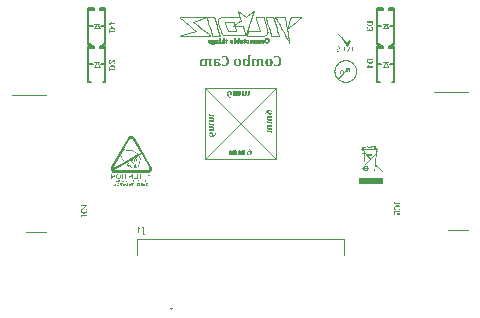
<source format=gbo>
G04*
G04 #@! TF.GenerationSoftware,Altium Limited,Altium Designer,19.0.11 (319)*
G04*
G04 Layer_Color=32896*
%FSLAX44Y44*%
%MOMM*%
G71*
G01*
G75*
%ADD10C,0.2000*%
%ADD12C,0.1000*%
%ADD13C,0.0640*%
%ADD14C,0.0300*%
%ADD15C,0.1500*%
G36*
X281477Y216329D02*
Y215920D01*
X281378Y215891D01*
X281308Y215863D01*
X281181Y215821D01*
X281124Y215793D01*
X281096Y215779D01*
X281012Y215736D01*
X280955Y215680D01*
X280913Y215638D01*
X280899Y215624D01*
X280857Y215539D01*
X280828Y215440D01*
X280800Y215370D01*
Y215356D01*
Y215342D01*
X280786Y215201D01*
X280772Y215074D01*
Y215018D01*
Y214975D01*
Y214947D01*
Y214933D01*
Y214834D01*
X280758Y214721D01*
Y214496D01*
Y214383D01*
Y214298D01*
Y214242D01*
Y214228D01*
Y207349D01*
X279940Y207250D01*
X279475Y207602D01*
X279151Y207490D01*
X278841Y207405D01*
X278531Y207335D01*
X278249Y207292D01*
X278009Y207264D01*
X277896D01*
X277812Y207250D01*
X277642D01*
X277304Y207264D01*
X276980Y207306D01*
X276712Y207363D01*
X276472Y207433D01*
X276275Y207504D01*
X276134Y207560D01*
X276092Y207588D01*
X276050Y207602D01*
X276035Y207617D01*
X276021D01*
X275782Y207772D01*
X275584Y207941D01*
X275415Y208124D01*
X275274Y208307D01*
X275176Y208462D01*
X275091Y208603D01*
X275049Y208688D01*
X275035Y208702D01*
Y208716D01*
X274922Y209012D01*
X274837Y209322D01*
X274781Y209632D01*
X274739Y209914D01*
X274710Y210182D01*
Y210281D01*
X274696Y210380D01*
Y210450D01*
Y210520D01*
Y210549D01*
Y210563D01*
Y210845D01*
X274725Y211113D01*
X274753Y211366D01*
X274781Y211606D01*
X274823Y211817D01*
X274879Y212001D01*
X274922Y212184D01*
X274978Y212339D01*
X275035Y212480D01*
X275077Y212593D01*
X275133Y212705D01*
X275176Y212790D01*
X275204Y212847D01*
X275232Y212889D01*
X275260Y212917D01*
Y212931D01*
X275373Y213072D01*
X275500Y213199D01*
X275627Y213298D01*
X275768Y213396D01*
X275909Y213481D01*
X276050Y213537D01*
X276317Y213636D01*
X276571Y213692D01*
X276670Y213706D01*
X276768Y213720D01*
X276839Y213735D01*
X276952D01*
X277220Y213720D01*
X277332Y213706D01*
X277431Y213678D01*
X277516Y213664D01*
X277586Y213636D01*
X277628Y213622D01*
X277642D01*
X277882Y213523D01*
X277981Y213481D01*
X278080Y213424D01*
X278150Y213382D01*
X278206Y213340D01*
X278249Y213326D01*
X278263Y213312D01*
X278376Y213241D01*
X278488Y213157D01*
X278700Y212973D01*
X278784Y212903D01*
X278855Y212832D01*
X278911Y212790D01*
X278925Y212776D01*
Y212790D01*
Y216413D01*
X279701D01*
X281477Y216329D01*
D02*
G37*
G36*
X288540Y213720D02*
X288709Y213706D01*
X288878Y213664D01*
X289019Y213622D01*
X289146Y213580D01*
X289230Y213551D01*
X289287Y213523D01*
X289315Y213509D01*
X289484Y213410D01*
X289667Y213298D01*
X289837Y213171D01*
X289991Y213044D01*
X290133Y212931D01*
X290245Y212832D01*
X290316Y212776D01*
X290344Y212748D01*
X290429Y212762D01*
X290330Y213678D01*
X291119D01*
X292867Y213636D01*
Y213199D01*
X292754Y213171D01*
X292670Y213157D01*
X292600Y213129D01*
X292543Y213100D01*
X292501Y213072D01*
X292473Y213058D01*
X292444Y213044D01*
X292360Y212973D01*
X292303Y212903D01*
X292275Y212847D01*
X292261Y212818D01*
X292219Y212705D01*
X292191Y212593D01*
X292177Y212508D01*
Y212480D01*
Y212466D01*
Y212367D01*
X292162Y212269D01*
Y212043D01*
Y211930D01*
Y211846D01*
Y211789D01*
Y211775D01*
Y209167D01*
Y208956D01*
Y208787D01*
X292177Y208631D01*
Y208519D01*
X292191Y208434D01*
Y208378D01*
X292205Y208350D01*
Y208335D01*
X292247Y208180D01*
X292303Y208068D01*
X292346Y207997D01*
X292360Y207969D01*
X292416Y207927D01*
X292473Y207884D01*
X292614Y207814D01*
X292684Y207786D01*
X292726Y207772D01*
X292769Y207757D01*
X292783D01*
Y207349D01*
X289738D01*
Y207757D01*
X289837Y207786D01*
X289921Y207814D01*
X289991Y207856D01*
X290048Y207884D01*
X290118Y207941D01*
X290147Y207955D01*
X290217Y208068D01*
X290259Y208195D01*
X290288Y208251D01*
Y208293D01*
X290302Y208321D01*
Y208335D01*
X290316Y208434D01*
Y208561D01*
X290330Y208843D01*
Y208970D01*
Y209069D01*
Y209139D01*
Y209167D01*
Y211634D01*
X290316Y211747D01*
X290302Y211846D01*
X290245Y212015D01*
X290217Y212085D01*
X290189Y212142D01*
X290161Y212170D01*
Y212184D01*
X290020Y212367D01*
X289879Y212494D01*
X289808Y212536D01*
X289766Y212565D01*
X289738Y212593D01*
X289724D01*
X289540Y212677D01*
X289385Y212720D01*
X289315Y212734D01*
X289103D01*
X289019Y212720D01*
X288948Y212705D01*
X288934Y212691D01*
X288850Y212649D01*
X288793Y212607D01*
X288751Y212579D01*
X288737Y212565D01*
X288680Y212494D01*
X288624Y212424D01*
X288596Y212367D01*
X288582Y212339D01*
X288540Y212240D01*
X288511Y212142D01*
X288483Y212057D01*
Y212043D01*
Y212029D01*
X288455Y211888D01*
X288441Y211733D01*
X288427Y211662D01*
Y211620D01*
Y211578D01*
Y211564D01*
X288413Y211338D01*
Y211113D01*
Y211014D01*
Y210943D01*
Y210887D01*
Y210873D01*
Y209167D01*
Y208956D01*
Y208787D01*
X288427Y208631D01*
Y208519D01*
X288441Y208434D01*
Y208364D01*
X288455Y208335D01*
Y208321D01*
X288483Y208166D01*
X288540Y208053D01*
X288582Y207983D01*
X288596Y207955D01*
X288638Y207913D01*
X288709Y207870D01*
X288836Y207814D01*
X288892Y207786D01*
X288948Y207772D01*
X288976Y207757D01*
X288991D01*
Y207349D01*
X285974D01*
Y207757D01*
X286129Y207814D01*
X286242Y207856D01*
X286298Y207899D01*
X286326Y207913D01*
X286397Y207997D01*
X286453Y208068D01*
X286481Y208124D01*
X286495Y208152D01*
X286524Y208265D01*
X286538Y208392D01*
X286552Y208476D01*
Y208505D01*
Y208519D01*
Y208617D01*
X286566Y208716D01*
Y208927D01*
Y209026D01*
Y209097D01*
Y209153D01*
Y209167D01*
Y211239D01*
Y211366D01*
Y211479D01*
Y211578D01*
X286552Y211648D01*
Y211705D01*
Y211747D01*
Y211775D01*
X286524Y211888D01*
X286495Y211987D01*
X286481Y212043D01*
X286467Y212071D01*
X286411Y212170D01*
X286355Y212240D01*
X286312Y212297D01*
X286298Y212311D01*
X286213Y212395D01*
X286143Y212466D01*
X286087Y212508D01*
X286059Y212522D01*
X285960Y212593D01*
X285861Y212649D01*
X285805Y212663D01*
X285777Y212677D01*
X285664Y212705D01*
X285565Y212734D01*
X285466D01*
X285311Y212720D01*
X285184Y212691D01*
X285114Y212663D01*
X285086Y212649D01*
X284987Y212565D01*
X284902Y212466D01*
X284846Y212381D01*
X284832Y212367D01*
Y212353D01*
X284790Y212269D01*
X284762Y212184D01*
X284705Y212001D01*
X284691Y211916D01*
Y211846D01*
X284677Y211803D01*
Y211789D01*
X284663Y211648D01*
X284649Y211493D01*
Y211338D01*
X284635Y211197D01*
Y211070D01*
Y210972D01*
Y210901D01*
Y210873D01*
Y209167D01*
Y208956D01*
Y208787D01*
X284649Y208631D01*
Y208519D01*
X284663Y208434D01*
Y208364D01*
X284677Y208335D01*
Y208321D01*
X284719Y208166D01*
X284776Y208053D01*
X284818Y207983D01*
X284832Y207955D01*
X284874Y207913D01*
X284945Y207870D01*
X285072Y207814D01*
X285128Y207786D01*
X285184Y207772D01*
X285213Y207757D01*
X285227D01*
Y207349D01*
X282168D01*
Y207757D01*
X282281Y207786D01*
X282379Y207828D01*
X282435Y207842D01*
X282464Y207856D01*
X282534Y207913D01*
X282591Y207955D01*
X282633Y207997D01*
X282647Y208011D01*
X282689Y208096D01*
X282732Y208166D01*
X282746Y208223D01*
X282760Y208251D01*
X282774Y208378D01*
X282788Y208505D01*
X282802Y208561D01*
Y208603D01*
Y208631D01*
Y208646D01*
Y208829D01*
Y208998D01*
Y209069D01*
Y209125D01*
Y209153D01*
Y209167D01*
Y211493D01*
Y211705D01*
X282816Y211888D01*
X282830Y212057D01*
X282844Y212198D01*
X282873Y212325D01*
X282887Y212409D01*
X282901Y212466D01*
Y212480D01*
X282943Y212635D01*
X282999Y212776D01*
X283042Y212889D01*
X283098Y212987D01*
X283155Y213072D01*
X283183Y213129D01*
X283211Y213171D01*
X283225Y213185D01*
X283309Y213284D01*
X283394Y213368D01*
X283577Y213495D01*
X283662Y213537D01*
X283718Y213566D01*
X283761Y213594D01*
X283775D01*
X283902Y213636D01*
X284043Y213678D01*
X284184Y213706D01*
X284310Y213720D01*
X284423Y213735D01*
X284606D01*
X284804Y213720D01*
X284987Y213692D01*
X285156Y213664D01*
X285297Y213622D01*
X285424Y213566D01*
X285523Y213537D01*
X285579Y213509D01*
X285607Y213495D01*
X285791Y213396D01*
X285974Y213255D01*
X286157Y213129D01*
X286326Y212987D01*
X286481Y212861D01*
X286594Y212748D01*
X286679Y212677D01*
X286693Y212663D01*
X286707Y212649D01*
X286763Y212790D01*
X286820Y212903D01*
X286876Y213016D01*
X286933Y213100D01*
X286975Y213171D01*
X287017Y213213D01*
X287045Y213241D01*
X287059Y213255D01*
X287229Y213410D01*
X287398Y213523D01*
X287468Y213566D01*
X287525Y213594D01*
X287567Y213608D01*
X287581D01*
X287708Y213650D01*
X287835Y213678D01*
X287962Y213706D01*
X288088Y213720D01*
X288187Y213735D01*
X288356D01*
X288540Y213720D01*
D02*
G37*
G36*
X244656D02*
X244825Y213706D01*
X244994Y213664D01*
X245135Y213622D01*
X245262Y213580D01*
X245346Y213551D01*
X245403Y213523D01*
X245431Y213509D01*
X245600Y213410D01*
X245783Y213298D01*
X245952Y213171D01*
X246108Y213044D01*
X246248Y212931D01*
X246361Y212832D01*
X246432Y212776D01*
X246460Y212748D01*
X246545Y212762D01*
X246446Y213678D01*
X247235D01*
X248983Y213636D01*
Y213199D01*
X248871Y213171D01*
X248786Y213157D01*
X248715Y213129D01*
X248659Y213100D01*
X248617Y213072D01*
X248589Y213058D01*
X248560Y213044D01*
X248476Y212973D01*
X248419Y212903D01*
X248391Y212847D01*
X248377Y212818D01*
X248335Y212705D01*
X248307Y212593D01*
X248293Y212508D01*
Y212480D01*
Y212466D01*
Y212367D01*
X248279Y212269D01*
Y212043D01*
Y211930D01*
Y211846D01*
Y211789D01*
Y211775D01*
Y209167D01*
Y208956D01*
Y208787D01*
X248293Y208631D01*
Y208519D01*
X248307Y208434D01*
Y208378D01*
X248321Y208350D01*
Y208335D01*
X248363Y208180D01*
X248419Y208068D01*
X248462Y207997D01*
X248476Y207969D01*
X248532Y207927D01*
X248589Y207884D01*
X248730Y207814D01*
X248800Y207786D01*
X248842Y207772D01*
X248885Y207757D01*
X248899D01*
Y207349D01*
X245854D01*
Y207757D01*
X245952Y207786D01*
X246037Y207814D01*
X246108Y207856D01*
X246164Y207884D01*
X246234Y207941D01*
X246263Y207955D01*
X246333Y208068D01*
X246375Y208195D01*
X246404Y208251D01*
Y208293D01*
X246418Y208321D01*
Y208335D01*
X246432Y208434D01*
Y208561D01*
X246446Y208843D01*
Y208970D01*
Y209069D01*
Y209139D01*
Y209167D01*
Y211634D01*
X246432Y211747D01*
X246418Y211846D01*
X246361Y212015D01*
X246333Y212085D01*
X246305Y212142D01*
X246277Y212170D01*
Y212184D01*
X246136Y212367D01*
X245995Y212494D01*
X245924Y212536D01*
X245882Y212565D01*
X245854Y212593D01*
X245840D01*
X245657Y212677D01*
X245501Y212720D01*
X245431Y212734D01*
X245219D01*
X245135Y212720D01*
X245064Y212705D01*
X245050Y212691D01*
X244966Y212649D01*
X244909Y212607D01*
X244867Y212579D01*
X244853Y212565D01*
X244797Y212494D01*
X244740Y212424D01*
X244712Y212367D01*
X244698Y212339D01*
X244656Y212240D01*
X244627Y212142D01*
X244599Y212057D01*
Y212043D01*
Y212029D01*
X244571Y211888D01*
X244557Y211733D01*
X244543Y211662D01*
Y211620D01*
Y211578D01*
Y211564D01*
X244529Y211338D01*
Y211113D01*
Y211014D01*
Y210943D01*
Y210887D01*
Y210873D01*
Y209167D01*
Y208956D01*
Y208787D01*
X244543Y208631D01*
Y208519D01*
X244557Y208434D01*
Y208364D01*
X244571Y208335D01*
Y208321D01*
X244599Y208166D01*
X244656Y208053D01*
X244698Y207983D01*
X244712Y207955D01*
X244754Y207913D01*
X244825Y207870D01*
X244952Y207814D01*
X245008Y207786D01*
X245064Y207772D01*
X245093Y207757D01*
X245107D01*
Y207349D01*
X242090D01*
Y207757D01*
X242245Y207814D01*
X242358Y207856D01*
X242414Y207899D01*
X242442Y207913D01*
X242513Y207997D01*
X242569Y208068D01*
X242597Y208124D01*
X242612Y208152D01*
X242640Y208265D01*
X242654Y208392D01*
X242668Y208476D01*
Y208505D01*
Y208519D01*
Y208617D01*
X242682Y208716D01*
Y208927D01*
Y209026D01*
Y209097D01*
Y209153D01*
Y209167D01*
Y211239D01*
Y211366D01*
Y211479D01*
Y211578D01*
X242668Y211648D01*
Y211705D01*
Y211747D01*
Y211775D01*
X242640Y211888D01*
X242612Y211987D01*
X242597Y212043D01*
X242583Y212071D01*
X242527Y212170D01*
X242470Y212240D01*
X242428Y212297D01*
X242414Y212311D01*
X242330Y212395D01*
X242259Y212466D01*
X242203Y212508D01*
X242174Y212522D01*
X242076Y212593D01*
X241977Y212649D01*
X241921Y212663D01*
X241893Y212677D01*
X241780Y212705D01*
X241681Y212734D01*
X241582D01*
X241427Y212720D01*
X241301Y212691D01*
X241230Y212663D01*
X241202Y212649D01*
X241103Y212565D01*
X241019Y212466D01*
X240962Y212381D01*
X240948Y212367D01*
Y212353D01*
X240906Y212269D01*
X240878Y212184D01*
X240821Y212001D01*
X240807Y211916D01*
Y211846D01*
X240793Y211803D01*
Y211789D01*
X240779Y211648D01*
X240765Y211493D01*
Y211338D01*
X240751Y211197D01*
Y211070D01*
Y210972D01*
Y210901D01*
Y210873D01*
Y209167D01*
Y208956D01*
Y208787D01*
X240765Y208631D01*
Y208519D01*
X240779Y208434D01*
Y208364D01*
X240793Y208335D01*
Y208321D01*
X240835Y208166D01*
X240892Y208053D01*
X240934Y207983D01*
X240948Y207955D01*
X240990Y207913D01*
X241061Y207870D01*
X241188Y207814D01*
X241244Y207786D01*
X241301Y207772D01*
X241329Y207757D01*
X241343D01*
Y207349D01*
X238284D01*
Y207757D01*
X238396Y207786D01*
X238495Y207828D01*
X238552Y207842D01*
X238580Y207856D01*
X238650Y207913D01*
X238707Y207955D01*
X238749Y207997D01*
X238763Y208011D01*
X238805Y208096D01*
X238848Y208166D01*
X238862Y208223D01*
X238876Y208251D01*
X238890Y208378D01*
X238904Y208505D01*
X238918Y208561D01*
Y208603D01*
Y208631D01*
Y208646D01*
Y208829D01*
Y208998D01*
Y209069D01*
Y209125D01*
Y209153D01*
Y209167D01*
Y211493D01*
Y211705D01*
X238932Y211888D01*
X238946Y212057D01*
X238960Y212198D01*
X238989Y212325D01*
X239003Y212409D01*
X239017Y212466D01*
Y212480D01*
X239059Y212635D01*
X239115Y212776D01*
X239158Y212889D01*
X239214Y212987D01*
X239270Y213072D01*
X239299Y213129D01*
X239327Y213171D01*
X239341Y213185D01*
X239426Y213284D01*
X239510Y213368D01*
X239693Y213495D01*
X239778Y213537D01*
X239834Y213566D01*
X239877Y213594D01*
X239891D01*
X240018Y213636D01*
X240159Y213678D01*
X240300Y213706D01*
X240427Y213720D01*
X240539Y213735D01*
X240723D01*
X240920Y213720D01*
X241103Y213692D01*
X241272Y213664D01*
X241413Y213622D01*
X241540Y213566D01*
X241639Y213537D01*
X241695Y213509D01*
X241723Y213495D01*
X241907Y213396D01*
X242090Y213255D01*
X242273Y213129D01*
X242442Y212987D01*
X242597Y212861D01*
X242710Y212748D01*
X242795Y212677D01*
X242809Y212663D01*
X242823Y212649D01*
X242879Y212790D01*
X242936Y212903D01*
X242992Y213016D01*
X243048Y213100D01*
X243091Y213171D01*
X243133Y213213D01*
X243161Y213241D01*
X243175Y213255D01*
X243344Y213410D01*
X243514Y213523D01*
X243584Y213566D01*
X243641Y213594D01*
X243683Y213608D01*
X243697D01*
X243824Y213650D01*
X243951Y213678D01*
X244078Y213706D01*
X244205Y213720D01*
X244303Y213735D01*
X244472D01*
X244656Y213720D01*
D02*
G37*
G36*
X252945D02*
X253043D01*
X253114Y213706D01*
X253170D01*
X253212Y213692D01*
X253227D01*
X253452Y213650D01*
X253678Y213608D01*
X253762Y213580D01*
X253833Y213566D01*
X253889Y213551D01*
X253903D01*
X254171Y213481D01*
X254298Y213439D01*
X254425Y213410D01*
X254524Y213382D01*
X254594Y213354D01*
X254650Y213326D01*
X254664D01*
X254820Y213269D01*
X254975Y213213D01*
X255144Y213143D01*
X255299Y213086D01*
X255426Y213030D01*
X255539Y212973D01*
X255609Y212945D01*
X255637Y212931D01*
Y211775D01*
X254439D01*
X254397Y211958D01*
X254368Y212113D01*
X254326Y212254D01*
X254284Y212367D01*
X254242Y212452D01*
X254213Y212508D01*
X254185Y212551D01*
Y212565D01*
X254115Y212663D01*
X254044Y212748D01*
X253974Y212804D01*
X253917Y212861D01*
X253861Y212903D01*
X253833Y212931D01*
X253804Y212945D01*
X253790D01*
X253621Y213002D01*
X253466Y213030D01*
X253396Y213044D01*
X253297D01*
X253086Y213030D01*
X252931Y212987D01*
X252874Y212959D01*
X252832Y212931D01*
X252804Y212917D01*
X252789D01*
X252719Y212861D01*
X252649Y212790D01*
X252536Y212649D01*
X252508Y212579D01*
X252479Y212522D01*
X252451Y212480D01*
Y212466D01*
X252409Y212339D01*
X252367Y212184D01*
X252338Y212043D01*
X252324Y211888D01*
X252310Y211761D01*
Y211662D01*
Y211592D01*
Y211564D01*
Y210958D01*
X252649Y210929D01*
X252973Y210887D01*
X253269Y210845D01*
X253537Y210788D01*
X253790Y210732D01*
X254016Y210676D01*
X254227Y210619D01*
X254411Y210563D01*
X254566Y210506D01*
X254707Y210464D01*
X254834Y210408D01*
X254932Y210365D01*
X255003Y210337D01*
X255059Y210309D01*
X255087Y210281D01*
X255101D01*
X255257Y210182D01*
X255397Y210069D01*
X255524Y209942D01*
X255637Y209830D01*
X255722Y209703D01*
X255792Y209576D01*
X255905Y209350D01*
X255975Y209139D01*
X256004Y208970D01*
X256018Y208899D01*
Y208857D01*
Y208829D01*
Y208815D01*
X256004Y208646D01*
X255990Y208491D01*
X255947Y208350D01*
X255905Y208237D01*
X255877Y208138D01*
X255835Y208053D01*
X255820Y208011D01*
X255806Y207997D01*
X255722Y207870D01*
X255623Y207757D01*
X255524Y207673D01*
X255426Y207588D01*
X255341Y207532D01*
X255271Y207490D01*
X255214Y207461D01*
X255200Y207447D01*
X255045Y207377D01*
X254876Y207335D01*
X254721Y207292D01*
X254566Y207278D01*
X254439Y207264D01*
X254340Y207250D01*
X254242D01*
X254044Y207264D01*
X253847Y207292D01*
X253678Y207320D01*
X253523Y207363D01*
X253396Y207405D01*
X253297Y207447D01*
X253241Y207461D01*
X253212Y207476D01*
X253029Y207574D01*
X252846Y207687D01*
X252677Y207814D01*
X252522Y207927D01*
X252395Y208039D01*
X252282Y208124D01*
X252226Y208180D01*
X252197Y208209D01*
X252099Y208166D01*
X252155Y207349D01*
X249801D01*
Y207757D01*
X249886Y207786D01*
X249956Y207800D01*
X250069Y207842D01*
X250139Y207856D01*
X250153Y207870D01*
X250210Y207899D01*
X250266Y207941D01*
X250294Y207955D01*
X250308Y207969D01*
X250351Y208025D01*
X250379Y208082D01*
X250393Y208138D01*
X250407Y208152D01*
X250435Y208251D01*
X250449Y208364D01*
X250464Y208448D01*
Y208476D01*
Y208491D01*
Y208589D01*
X250478Y208688D01*
Y208899D01*
Y208998D01*
Y209069D01*
Y209125D01*
Y209139D01*
Y211606D01*
X250492Y211888D01*
X250520Y212142D01*
X250548Y212353D01*
X250590Y212536D01*
X250647Y212677D01*
X250675Y212776D01*
X250703Y212847D01*
X250717Y212861D01*
X250816Y213030D01*
X250915Y213157D01*
X251042Y213269D01*
X251140Y213368D01*
X251253Y213439D01*
X251338Y213481D01*
X251394Y213509D01*
X251408Y213523D01*
X251591Y213594D01*
X251789Y213650D01*
X251986Y213678D01*
X252183Y213706D01*
X252353Y213720D01*
X252493Y213735D01*
X252846D01*
X252945Y213720D01*
D02*
G37*
G36*
X303948Y216075D02*
X304370Y216018D01*
X304737Y215920D01*
X304906Y215877D01*
X305047Y215821D01*
X305188Y215765D01*
X305315Y215722D01*
X305414Y215666D01*
X305498Y215624D01*
X305569Y215595D01*
X305625Y215567D01*
X305653Y215539D01*
X305667D01*
X305992Y215313D01*
X306259Y215060D01*
X306499Y214806D01*
X306682Y214552D01*
X306837Y214327D01*
X306894Y214228D01*
X306950Y214143D01*
X306992Y214073D01*
X307007Y214017D01*
X307035Y213988D01*
Y213974D01*
X307190Y213580D01*
X307303Y213171D01*
X307387Y212776D01*
X307444Y212395D01*
X307458Y212226D01*
X307472Y212071D01*
X307486Y211930D01*
Y211803D01*
X307500Y211719D01*
Y211634D01*
Y211592D01*
Y211578D01*
X307486Y211056D01*
X307458Y210816D01*
X307444Y210577D01*
X307401Y210365D01*
X307373Y210168D01*
X307345Y209985D01*
X307303Y209816D01*
X307260Y209661D01*
X307232Y209534D01*
X307190Y209421D01*
X307162Y209322D01*
X307148Y209252D01*
X307119Y209195D01*
X307105Y209167D01*
Y209153D01*
X306936Y208815D01*
X306753Y208519D01*
X306541Y208279D01*
X306344Y208082D01*
X306161Y207913D01*
X306020Y207800D01*
X305963Y207772D01*
X305921Y207743D01*
X305893Y207715D01*
X305879D01*
X305541Y207560D01*
X305188Y207447D01*
X304836Y207363D01*
X304483Y207306D01*
X304328Y207292D01*
X304187Y207278D01*
X304060Y207264D01*
X303948D01*
X303849Y207250D01*
X303496D01*
X303271Y207264D01*
X303074Y207278D01*
X302890Y207292D01*
X302735D01*
X302622Y207306D01*
X302552Y207320D01*
X302524D01*
X302087Y207391D01*
X301861Y207433D01*
X301678Y207461D01*
X301509Y207504D01*
X301368Y207532D01*
X301283Y207560D01*
X301255D01*
Y209477D01*
X302115D01*
X302157Y209280D01*
X302214Y209097D01*
X302270Y208956D01*
X302312Y208829D01*
X302355Y208730D01*
X302397Y208660D01*
X302411Y208617D01*
X302425Y208603D01*
X302496Y208491D01*
X302566Y208406D01*
X302651Y208321D01*
X302721Y208251D01*
X302792Y208209D01*
X302834Y208166D01*
X302876Y208152D01*
X302890Y208138D01*
X303003Y208082D01*
X303130Y208053D01*
X303370Y207997D01*
X303468D01*
X303553Y207983D01*
X303637D01*
X303807Y207997D01*
X303962Y208025D01*
X304103Y208068D01*
X304244Y208124D01*
X304483Y208265D01*
X304667Y208434D01*
X304822Y208603D01*
X304934Y208744D01*
X304963Y208801D01*
X304991Y208843D01*
X305019Y208871D01*
Y208885D01*
X305103Y209069D01*
X305174Y209266D01*
X305287Y209689D01*
X305371Y210126D01*
X305428Y210563D01*
X305442Y210760D01*
X305456Y210943D01*
X305470Y211113D01*
Y211268D01*
X305484Y211380D01*
Y211479D01*
Y211535D01*
Y211550D01*
Y211888D01*
X305456Y212212D01*
X305442Y212508D01*
X305399Y212790D01*
X305371Y213044D01*
X305329Y213284D01*
X305273Y213495D01*
X305230Y213678D01*
X305188Y213847D01*
X305132Y213988D01*
X305089Y214115D01*
X305061Y214214D01*
X305019Y214298D01*
X305005Y214355D01*
X304977Y214383D01*
Y214397D01*
X304878Y214566D01*
X304765Y214707D01*
X304638Y214848D01*
X304511Y214947D01*
X304399Y215046D01*
X304272Y215116D01*
X304018Y215243D01*
X303792Y215299D01*
X303708Y215328D01*
X303623Y215342D01*
X303553Y215356D01*
X303454D01*
X303257Y215342D01*
X303088Y215299D01*
X302947Y215243D01*
X302820Y215187D01*
X302721Y215130D01*
X302651Y215074D01*
X302608Y215032D01*
X302594Y215018D01*
X302481Y214876D01*
X302383Y214707D01*
X302298Y214538D01*
X302228Y214369D01*
X302185Y214200D01*
X302143Y214073D01*
X302115Y213988D01*
Y213974D01*
Y213960D01*
X301255D01*
Y215793D01*
X301467Y215849D01*
X301664Y215906D01*
X301847Y215948D01*
X302002Y215976D01*
X302143Y216004D01*
X302256Y216018D01*
X302312Y216032D01*
X302341D01*
X302735Y216075D01*
X302933Y216089D01*
X303116D01*
X303271Y216103D01*
X303496D01*
X303948Y216075D01*
D02*
G37*
G36*
X259627D02*
X260049Y216018D01*
X260416Y215920D01*
X260585Y215877D01*
X260726Y215821D01*
X260867Y215765D01*
X260994Y215722D01*
X261093Y215666D01*
X261177Y215624D01*
X261248Y215595D01*
X261304Y215567D01*
X261332Y215539D01*
X261346D01*
X261671Y215313D01*
X261938Y215060D01*
X262178Y214806D01*
X262361Y214552D01*
X262516Y214327D01*
X262573Y214228D01*
X262629Y214143D01*
X262672Y214073D01*
X262686Y214017D01*
X262714Y213988D01*
Y213974D01*
X262869Y213580D01*
X262982Y213171D01*
X263066Y212776D01*
X263123Y212395D01*
X263137Y212226D01*
X263151Y212071D01*
X263165Y211930D01*
Y211803D01*
X263179Y211719D01*
Y211634D01*
Y211592D01*
Y211578D01*
X263165Y211056D01*
X263137Y210816D01*
X263123Y210577D01*
X263080Y210365D01*
X263052Y210168D01*
X263024Y209985D01*
X262982Y209816D01*
X262939Y209661D01*
X262911Y209534D01*
X262869Y209421D01*
X262841Y209322D01*
X262827Y209252D01*
X262798Y209195D01*
X262784Y209167D01*
Y209153D01*
X262615Y208815D01*
X262432Y208519D01*
X262220Y208279D01*
X262023Y208082D01*
X261840Y207913D01*
X261699Y207800D01*
X261642Y207772D01*
X261600Y207743D01*
X261572Y207715D01*
X261558D01*
X261220Y207560D01*
X260867Y207447D01*
X260515Y207363D01*
X260162Y207306D01*
X260007Y207292D01*
X259866Y207278D01*
X259739Y207264D01*
X259627D01*
X259528Y207250D01*
X259175D01*
X258950Y207264D01*
X258753Y207278D01*
X258569Y207292D01*
X258414D01*
X258302Y207306D01*
X258231Y207320D01*
X258203D01*
X257766Y207391D01*
X257540Y207433D01*
X257357Y207461D01*
X257188Y207504D01*
X257047Y207532D01*
X256962Y207560D01*
X256934D01*
Y209477D01*
X257794D01*
X257836Y209280D01*
X257893Y209097D01*
X257949Y208956D01*
X257991Y208829D01*
X258034Y208730D01*
X258076Y208660D01*
X258090Y208617D01*
X258104Y208603D01*
X258175Y208491D01*
X258245Y208406D01*
X258330Y208321D01*
X258400Y208251D01*
X258471Y208209D01*
X258513Y208166D01*
X258555Y208152D01*
X258569Y208138D01*
X258682Y208082D01*
X258809Y208053D01*
X259049Y207997D01*
X259147D01*
X259232Y207983D01*
X259316D01*
X259486Y207997D01*
X259641Y208025D01*
X259782Y208068D01*
X259923Y208124D01*
X260162Y208265D01*
X260345Y208434D01*
X260501Y208603D01*
X260613Y208744D01*
X260642Y208801D01*
X260670Y208843D01*
X260698Y208871D01*
Y208885D01*
X260783Y209069D01*
X260853Y209266D01*
X260966Y209689D01*
X261050Y210126D01*
X261107Y210563D01*
X261121Y210760D01*
X261135Y210943D01*
X261149Y211113D01*
Y211268D01*
X261163Y211380D01*
Y211479D01*
Y211535D01*
Y211550D01*
Y211888D01*
X261135Y212212D01*
X261121Y212508D01*
X261079Y212790D01*
X261050Y213044D01*
X261008Y213284D01*
X260952Y213495D01*
X260909Y213678D01*
X260867Y213847D01*
X260811Y213988D01*
X260768Y214115D01*
X260740Y214214D01*
X260698Y214298D01*
X260684Y214355D01*
X260656Y214383D01*
Y214397D01*
X260557Y214566D01*
X260444Y214707D01*
X260317Y214848D01*
X260191Y214947D01*
X260078Y215046D01*
X259951Y215116D01*
X259697Y215243D01*
X259471Y215299D01*
X259387Y215328D01*
X259302Y215342D01*
X259232Y215356D01*
X259133D01*
X258936Y215342D01*
X258767Y215299D01*
X258626Y215243D01*
X258499Y215187D01*
X258400Y215130D01*
X258330Y215074D01*
X258287Y215032D01*
X258273Y215018D01*
X258160Y214876D01*
X258062Y214707D01*
X257977Y214538D01*
X257907Y214369D01*
X257864Y214200D01*
X257822Y214073D01*
X257794Y213988D01*
Y213974D01*
Y213960D01*
X256934D01*
Y215793D01*
X257146Y215849D01*
X257343Y215906D01*
X257526Y215948D01*
X257681Y215976D01*
X257822Y216004D01*
X257935Y216018D01*
X257991Y216032D01*
X258020D01*
X258414Y216075D01*
X258612Y216089D01*
X258795D01*
X258950Y216103D01*
X259175D01*
X259627Y216075D01*
D02*
G37*
G36*
X297251Y213720D02*
X297477Y213706D01*
X297689Y213678D01*
X297872Y213636D01*
X298027Y213594D01*
X298154Y213566D01*
X298224Y213551D01*
X298252Y213537D01*
X298464Y213453D01*
X298647Y213354D01*
X298816Y213255D01*
X298971Y213157D01*
X299084Y213072D01*
X299183Y213002D01*
X299239Y212945D01*
X299253Y212931D01*
X299394Y212776D01*
X299521Y212607D01*
X299634Y212438D01*
X299732Y212283D01*
X299803Y212128D01*
X299859Y212015D01*
X299888Y211944D01*
X299902Y211930D01*
Y211916D01*
X299986Y211677D01*
X300043Y211423D01*
X300085Y211169D01*
X300113Y210943D01*
X300127Y210746D01*
X300141Y210577D01*
Y210520D01*
Y210478D01*
Y210450D01*
Y210436D01*
X300127Y210041D01*
X300085Y209689D01*
X300014Y209379D01*
X299944Y209111D01*
X299888Y208899D01*
X299845Y208815D01*
X299817Y208744D01*
X299789Y208688D01*
X299775Y208646D01*
X299761Y208631D01*
Y208617D01*
X299606Y208364D01*
X299436Y208152D01*
X299253Y207969D01*
X299084Y207828D01*
X298943Y207715D01*
X298816Y207631D01*
X298732Y207588D01*
X298718Y207574D01*
X298703D01*
X298436Y207461D01*
X298168Y207391D01*
X297900Y207335D01*
X297646Y207292D01*
X297421Y207264D01*
X297336D01*
X297251Y207250D01*
X297096D01*
X296744Y207264D01*
X296420Y207306D01*
X296124Y207363D01*
X295870Y207433D01*
X295673Y207490D01*
X295588Y207518D01*
X295518Y207546D01*
X295461Y207574D01*
X295419Y207588D01*
X295405Y207602D01*
X295391D01*
X295137Y207757D01*
X294911Y207927D01*
X294728Y208110D01*
X294573Y208293D01*
X294446Y208448D01*
X294362Y208589D01*
X294305Y208674D01*
X294291Y208688D01*
Y208702D01*
X294164Y208998D01*
X294066Y209308D01*
X293995Y209618D01*
X293939Y209914D01*
X293911Y210168D01*
Y210281D01*
X293896Y210380D01*
Y210450D01*
Y210520D01*
Y210549D01*
Y210563D01*
X293911Y210845D01*
X293925Y211113D01*
X293967Y211352D01*
X294023Y211592D01*
X294080Y211803D01*
X294150Y211987D01*
X294221Y212170D01*
X294291Y212325D01*
X294362Y212466D01*
X294432Y212579D01*
X294503Y212677D01*
X294559Y212762D01*
X294615Y212832D01*
X294658Y212875D01*
X294672Y212903D01*
X294686Y212917D01*
X294841Y213058D01*
X295010Y213185D01*
X295193Y213298D01*
X295377Y213396D01*
X295560Y213467D01*
X295757Y213537D01*
X296138Y213636D01*
X296307Y213664D01*
X296476Y213692D01*
X296617Y213706D01*
X296744Y213720D01*
X296857Y213735D01*
X296998D01*
X297251Y213720D01*
D02*
G37*
G36*
X270622D02*
X270848Y213706D01*
X271059Y213678D01*
X271243Y213636D01*
X271398Y213594D01*
X271525Y213566D01*
X271595Y213551D01*
X271623Y213537D01*
X271835Y213453D01*
X272018Y213354D01*
X272187Y213255D01*
X272342Y213157D01*
X272455Y213072D01*
X272554Y213002D01*
X272610Y212945D01*
X272624Y212931D01*
X272765Y212776D01*
X272892Y212607D01*
X273005Y212438D01*
X273103Y212283D01*
X273174Y212128D01*
X273230Y212015D01*
X273258Y211944D01*
X273272Y211930D01*
Y211916D01*
X273357Y211677D01*
X273413Y211423D01*
X273456Y211169D01*
X273484Y210943D01*
X273498Y210746D01*
X273512Y210577D01*
Y210520D01*
Y210478D01*
Y210450D01*
Y210436D01*
X273498Y210041D01*
X273456Y209689D01*
X273385Y209379D01*
X273315Y209111D01*
X273258Y208899D01*
X273216Y208815D01*
X273188Y208744D01*
X273160Y208688D01*
X273146Y208646D01*
X273132Y208631D01*
Y208617D01*
X272976Y208364D01*
X272807Y208152D01*
X272624Y207969D01*
X272455Y207828D01*
X272314Y207715D01*
X272187Y207631D01*
X272102Y207588D01*
X272088Y207574D01*
X272074D01*
X271806Y207461D01*
X271539Y207391D01*
X271271Y207335D01*
X271017Y207292D01*
X270791Y207264D01*
X270707D01*
X270622Y207250D01*
X270467D01*
X270115Y207264D01*
X269790Y207306D01*
X269494Y207363D01*
X269241Y207433D01*
X269043Y207490D01*
X268959Y207518D01*
X268888Y207546D01*
X268832Y207574D01*
X268790Y207588D01*
X268776Y207602D01*
X268761D01*
X268508Y207757D01*
X268282Y207927D01*
X268099Y208110D01*
X267944Y208293D01*
X267817Y208448D01*
X267732Y208589D01*
X267676Y208674D01*
X267662Y208688D01*
Y208702D01*
X267535Y208998D01*
X267436Y209308D01*
X267366Y209618D01*
X267309Y209914D01*
X267281Y210168D01*
Y210281D01*
X267267Y210380D01*
Y210450D01*
Y210520D01*
Y210549D01*
Y210563D01*
X267281Y210845D01*
X267295Y211113D01*
X267338Y211352D01*
X267394Y211592D01*
X267450Y211803D01*
X267521Y211987D01*
X267591Y212170D01*
X267662Y212325D01*
X267732Y212466D01*
X267803Y212579D01*
X267873Y212677D01*
X267930Y212762D01*
X267986Y212832D01*
X268028Y212875D01*
X268043Y212903D01*
X268057Y212917D01*
X268212Y213058D01*
X268381Y213185D01*
X268564Y213298D01*
X268747Y213396D01*
X268931Y213467D01*
X269128Y213537D01*
X269509Y213636D01*
X269678Y213664D01*
X269847Y213692D01*
X269988Y213706D01*
X270115Y213720D01*
X270228Y213735D01*
X270368D01*
X270622Y213720D01*
D02*
G37*
G36*
X394750Y140395D02*
X388491Y133877D01*
X388306Y132099D01*
X387899Y127840D01*
X387603Y124767D01*
X394306Y117842D01*
X393861Y117397D01*
X387528Y123878D01*
X387158Y119915D01*
X386973D01*
Y118397D01*
X385566D01*
Y119915D01*
X381196D01*
X381048Y119619D01*
X380826Y119323D01*
X380529Y118989D01*
X380122Y118693D01*
X379640Y118545D01*
X379196Y118508D01*
X378752D01*
X378418Y118619D01*
X378011Y118767D01*
X377678Y118989D01*
X377418Y119249D01*
X377159Y119619D01*
X376974Y120027D01*
X376863Y120397D01*
X376826Y120730D01*
X376863Y121100D01*
X376937Y121397D01*
X377048Y121693D01*
X377196Y121989D01*
X377381Y122248D01*
X377641Y122508D01*
X377937Y122693D01*
X378196Y122804D01*
X378159Y123137D01*
X372604Y117397D01*
X372160Y117879D01*
X378085Y124026D01*
X377604Y129396D01*
X377270Y133284D01*
X375493D01*
Y135766D01*
X375974D01*
X371456Y140395D01*
X371937Y140839D01*
X376159Y136469D01*
Y136803D01*
X376085Y136877D01*
X375974Y136951D01*
X375863Y137062D01*
X375752Y137173D01*
X375678Y137358D01*
X375641Y137506D01*
X375604Y137691D01*
X375641Y137914D01*
X375715Y138062D01*
X375863Y138321D01*
X376048Y138469D01*
X376307Y138580D01*
X376567Y138617D01*
X376826Y138580D01*
X377048Y138506D01*
X377233Y138395D01*
X377307Y138284D01*
X377492Y138432D01*
X377752Y138617D01*
X378085Y138765D01*
X378567Y138950D01*
X379085Y139099D01*
X379603Y139210D01*
X380159Y139321D01*
X380603Y139358D01*
Y139913D01*
X384159D01*
Y139432D01*
X384455D01*
X384899Y139395D01*
X385381Y139321D01*
X385862Y139247D01*
Y139543D01*
X387380D01*
Y138839D01*
X387565Y138728D01*
X387825Y138617D01*
X388084Y138469D01*
X388306Y138321D01*
X388528Y138136D01*
X388676Y137988D01*
X388751Y137877D01*
X388825Y137728D01*
X388788Y137469D01*
X389676D01*
Y136321D01*
X388714D01*
X388565Y134877D01*
X394306Y140839D01*
X394750Y140395D01*
D02*
G37*
G36*
X393417Y112287D02*
Y112212D01*
Y112064D01*
Y111916D01*
Y111768D01*
Y111620D01*
Y111546D01*
Y111509D01*
Y110916D01*
Y110361D01*
Y110102D01*
Y109916D01*
Y109805D01*
Y109768D01*
Y109102D01*
Y108805D01*
Y108546D01*
Y108324D01*
Y108176D01*
Y108065D01*
Y108028D01*
Y107768D01*
Y107583D01*
Y107435D01*
Y107361D01*
Y107250D01*
X373160D01*
Y107287D01*
Y107361D01*
Y107657D01*
Y107917D01*
Y107991D01*
Y108028D01*
Y108620D01*
Y109176D01*
Y109435D01*
Y109620D01*
Y109731D01*
Y109768D01*
Y110435D01*
Y110731D01*
Y110990D01*
Y111213D01*
Y111361D01*
Y111472D01*
Y111509D01*
Y111768D01*
Y111990D01*
Y112138D01*
Y112212D01*
Y112287D01*
Y112324D01*
X393417D01*
Y112287D01*
D02*
G37*
G36*
X362818Y212561D02*
X363535Y212468D01*
X364207Y212330D01*
X364855Y212144D01*
X365456Y211936D01*
X366011Y211682D01*
X366544Y211427D01*
X367006Y211173D01*
X367446Y210895D01*
X367816Y210640D01*
X368140Y210409D01*
X368418Y210178D01*
X368649Y209992D01*
X368788Y209854D01*
X368904Y209761D01*
X368927Y209738D01*
X369413Y209183D01*
X369853Y208627D01*
X370246Y208049D01*
X370547Y207470D01*
X370824Y206892D01*
X371056Y206313D01*
X371241Y205781D01*
X371403Y205249D01*
X371519Y204763D01*
X371611Y204300D01*
X371657Y203907D01*
X371704Y203560D01*
X371727Y203282D01*
X371750Y203074D01*
Y202935D01*
Y202912D01*
Y202889D01*
X371727Y202148D01*
X371634Y201454D01*
X371496Y200760D01*
X371310Y200135D01*
X371102Y199533D01*
X370848Y198955D01*
X370593Y198446D01*
X370339Y197960D01*
X370084Y197543D01*
X369829Y197150D01*
X369575Y196826D01*
X369367Y196549D01*
X369182Y196340D01*
X369043Y196178D01*
X368950Y196063D01*
X368927Y196039D01*
X368395Y195553D01*
X367816Y195114D01*
X367238Y194720D01*
X366659Y194420D01*
X366081Y194142D01*
X365526Y193911D01*
X364970Y193725D01*
X364438Y193563D01*
X363952Y193448D01*
X363489Y193355D01*
X363096Y193309D01*
X362749Y193263D01*
X362471Y193239D01*
X362263Y193216D01*
X362078D01*
X361337Y193239D01*
X360643Y193332D01*
X359972Y193471D01*
X359324Y193656D01*
X358722Y193864D01*
X358167Y194119D01*
X357635Y194373D01*
X357172Y194628D01*
X356732Y194882D01*
X356362Y195137D01*
X356038Y195392D01*
X355761Y195600D01*
X355529Y195785D01*
X355391Y195924D01*
X355275Y196016D01*
X355252Y196039D01*
X354743Y196595D01*
X354303Y197150D01*
X353933Y197729D01*
X353609Y198307D01*
X353331Y198885D01*
X353100Y199464D01*
X352915Y200019D01*
X352753Y200528D01*
X352637Y201014D01*
X352544Y201477D01*
X352498Y201870D01*
X352452Y202218D01*
X352429Y202495D01*
X352406Y202703D01*
Y202842D01*
Y202889D01*
X352429Y203629D01*
X352521Y204323D01*
X352660Y205018D01*
X352845Y205642D01*
X353053Y206244D01*
X353308Y206822D01*
X353562Y207331D01*
X353817Y207817D01*
X354095Y208257D01*
X354349Y208627D01*
X354581Y208951D01*
X354812Y209229D01*
X354997Y209460D01*
X355136Y209599D01*
X355229Y209715D01*
X355252Y209738D01*
X355784Y210247D01*
X356362Y210687D01*
X356918Y211057D01*
X357519Y211381D01*
X358075Y211658D01*
X358653Y211890D01*
X359208Y212075D01*
X359717Y212237D01*
X360203Y212353D01*
X360666Y212445D01*
X361060Y212491D01*
X361407Y212538D01*
X361684Y212561D01*
X361893Y212584D01*
X362078D01*
X362818Y212561D01*
D02*
G37*
G36*
X181173Y148170D02*
X181497Y148124D01*
X181775Y148032D01*
X181960Y147939D01*
X182145Y147846D01*
X182237Y147800D01*
X182284Y147754D01*
X182469Y147661D01*
X182561Y147615D01*
X182978Y147245D01*
X183348Y146828D01*
X183533Y146551D01*
X183626Y146458D01*
Y146412D01*
X197556Y122254D01*
X197602D01*
Y122208D01*
Y122162D01*
X197695Y121977D01*
X197787Y121838D01*
X197833Y121745D01*
Y121699D01*
X197880Y121560D01*
X197926Y121375D01*
X197972Y121236D01*
Y121190D01*
X198019Y120681D01*
Y120218D01*
X197972Y119802D01*
X197880Y119431D01*
X197741Y119107D01*
X197648Y118876D01*
X197602Y118737D01*
X197556Y118691D01*
X197371Y118367D01*
X197324Y118274D01*
X197278Y118228D01*
X197047Y117997D01*
X196954Y117904D01*
X196908Y117858D01*
X196491Y117534D01*
X196075Y117303D01*
X195658Y117117D01*
X195242Y117025D01*
X194918Y116932D01*
X194640Y116886D01*
X166457D01*
X166225Y116932D01*
X166040D01*
X165994Y116979D01*
X165809D01*
X165623Y117025D01*
X165485Y117071D01*
X165438D01*
X164975Y117256D01*
X164559Y117488D01*
X164235Y117765D01*
X163957Y118043D01*
X163726Y118274D01*
X163587Y118506D01*
X163495Y118645D01*
X163448Y118691D01*
X163402D01*
X163309Y118922D01*
X163217Y119061D01*
X163171Y119154D01*
Y119200D01*
X163124Y119385D01*
X163078Y119570D01*
X163032Y119663D01*
Y119709D01*
X162986Y120218D01*
Y120681D01*
X163032Y121144D01*
X163124Y121514D01*
X163263Y121838D01*
X163356Y122115D01*
X163402Y122254D01*
X163448Y122301D01*
X177425Y146504D01*
X177610Y146782D01*
X177656Y146875D01*
X177702Y146921D01*
X177934Y147152D01*
X178026Y147245D01*
X178072Y147291D01*
X178489Y147615D01*
X178859Y147846D01*
X179276Y148032D01*
X179646Y148124D01*
X179970Y148217D01*
X180247Y148263D01*
X180849D01*
X181173Y148170D01*
D02*
G37*
G36*
X181728Y111888D02*
X181173D01*
Y115405D01*
X178813Y111888D01*
X178211D01*
Y116331D01*
X178767D01*
Y112860D01*
X181127Y116331D01*
X181728D01*
Y111888D01*
D02*
G37*
G36*
X166919D02*
X166364D01*
Y115405D01*
X164050Y111888D01*
X163448D01*
Y116331D01*
X164004D01*
Y112860D01*
X166318Y116331D01*
X166919D01*
Y111888D01*
D02*
G37*
G36*
X197556D02*
X196954D01*
X196445Y113230D01*
X194594D01*
X194085Y111888D01*
X193437D01*
X195242Y116331D01*
X195890D01*
X197556Y111888D01*
D02*
G37*
G36*
X193761Y115822D02*
X192280D01*
Y111888D01*
X191678D01*
Y115822D01*
X190244D01*
Y116331D01*
X193761D01*
Y115822D01*
D02*
G37*
G36*
X189966D02*
X188485D01*
Y111888D01*
X187930D01*
Y115822D01*
X186449D01*
Y116331D01*
X189966D01*
Y115822D01*
D02*
G37*
G36*
X185847Y111888D02*
X182515D01*
Y112397D01*
X185246D01*
Y113924D01*
X182793D01*
Y114433D01*
X185246D01*
Y115822D01*
X182608D01*
Y116331D01*
X185847D01*
Y111888D01*
D02*
G37*
G36*
X177563Y115822D02*
X176129D01*
Y111888D01*
X175527D01*
Y115822D01*
X174046D01*
Y116331D01*
X177563D01*
Y115822D01*
D02*
G37*
G36*
X173352Y111888D02*
X172750D01*
Y116331D01*
X173352D01*
Y111888D01*
D02*
G37*
G36*
X170112Y116377D02*
X170436Y116331D01*
X170899Y116099D01*
X171084Y115960D01*
X171223Y115868D01*
X171269Y115822D01*
X171316Y115775D01*
X171501Y115544D01*
X171640Y115266D01*
X171825Y114711D01*
X171871Y114433D01*
X171917Y114248D01*
Y114109D01*
Y114063D01*
X171871Y113646D01*
X171779Y113276D01*
X171732Y113045D01*
X171686Y112999D01*
Y112952D01*
X171455Y112582D01*
X171177Y112351D01*
X170992Y112166D01*
X170899Y112119D01*
X170529Y111980D01*
X170159Y111888D01*
X169881Y111842D01*
X169788D01*
X169372Y111888D01*
X169048Y111980D01*
X168817Y112073D01*
X168724Y112119D01*
X168400Y112351D01*
X168123Y112582D01*
X167984Y112814D01*
X167937Y112906D01*
X167752Y113322D01*
X167706Y113693D01*
X167660Y114017D01*
Y114063D01*
Y114109D01*
X167706Y114572D01*
X167799Y114942D01*
X167891Y115220D01*
X167937Y115266D01*
Y115312D01*
X168169Y115637D01*
X168400Y115914D01*
X168585Y116053D01*
X168678Y116099D01*
X169048Y116284D01*
X169418Y116377D01*
X169696Y116423D01*
X169788D01*
X170112Y116377D01*
D02*
G37*
G36*
X186217Y111194D02*
X186310Y111147D01*
X186356Y111101D01*
X186495Y110962D01*
X186634Y110823D01*
X186680Y110731D01*
X186727Y110685D01*
X186819Y110499D01*
X186865Y110314D01*
Y110129D01*
Y110083D01*
Y109852D01*
X186819Y109667D01*
X186773Y109528D01*
Y109481D01*
X186634Y109343D01*
X186542Y109250D01*
X186449Y109157D01*
X186403D01*
X186217Y109065D01*
X186032Y109019D01*
X185847Y108972D01*
X185801D01*
X185616Y109019D01*
X185431Y109111D01*
X185292Y109157D01*
X185246Y109204D01*
X185107Y109296D01*
X185014Y109481D01*
X184922Y109620D01*
Y109667D01*
X185199Y109759D01*
X185292Y109574D01*
X185338Y109435D01*
X185385Y109343D01*
X185431D01*
X185570Y109296D01*
X185708Y109250D01*
X185847D01*
X186079Y109296D01*
X186217D01*
X186356Y109389D01*
X186403Y109481D01*
X186495Y109574D01*
Y109620D01*
X186588Y109944D01*
Y110037D01*
Y110083D01*
X186542Y110361D01*
X186495Y110453D01*
Y110499D01*
X186356Y110777D01*
X186264Y110823D01*
Y110870D01*
X185940Y110962D01*
X185801D01*
X185570Y110916D01*
X185477Y110870D01*
X185338Y110777D01*
X185292Y110638D01*
X185246Y110546D01*
Y110499D01*
X184968Y110592D01*
X185061Y110777D01*
X185153Y110916D01*
X185199Y111009D01*
X185246Y111055D01*
X185431Y111147D01*
X185616Y111240D01*
X186032D01*
X186217Y111194D01*
D02*
G37*
G36*
X169094D02*
X169233Y111147D01*
X169279Y111101D01*
X169418Y110962D01*
X169557Y110823D01*
X169603Y110731D01*
X169650Y110685D01*
X169742Y110499D01*
X169788Y110314D01*
Y110129D01*
Y110083D01*
X169742Y109852D01*
X169696Y109667D01*
X169650Y109528D01*
Y109481D01*
X169557Y109343D01*
X169465Y109250D01*
X169372Y109157D01*
X169326D01*
X169141Y109065D01*
X168955Y109019D01*
X168770Y108972D01*
X168724D01*
X168493Y109019D01*
X168308Y109111D01*
X168215Y109157D01*
X168169Y109204D01*
X167984Y109296D01*
X167891Y109481D01*
X167799Y109620D01*
Y109667D01*
X168123Y109759D01*
X168169Y109574D01*
X168261Y109435D01*
X168308Y109389D01*
X168354Y109343D01*
X168493Y109296D01*
X168632Y109250D01*
X168770D01*
X169002Y109296D01*
X169141D01*
X169279Y109389D01*
X169326Y109481D01*
X169418Y109574D01*
Y109620D01*
X169465Y109944D01*
Y110037D01*
Y110083D01*
X169418Y110361D01*
Y110453D01*
Y110499D01*
X169279Y110777D01*
X169187Y110823D01*
Y110870D01*
X168863Y110962D01*
X168724D01*
X168446Y110916D01*
X168400Y110870D01*
X168354D01*
X168261Y110777D01*
X168169Y110638D01*
X168123Y110546D01*
Y110499D01*
X167845Y110592D01*
X167937Y110777D01*
X168030Y110916D01*
X168123Y111009D01*
X168169Y111055D01*
X168354Y111147D01*
X168539Y111240D01*
X168909D01*
X169094Y111194D01*
D02*
G37*
G36*
X192650Y109019D02*
X190984D01*
Y109250D01*
X192326D01*
Y109991D01*
X191123D01*
Y110268D01*
X192326D01*
Y110916D01*
X191031D01*
Y111194D01*
X192650D01*
Y109019D01*
D02*
G37*
G36*
X190568D02*
X189179D01*
Y109250D01*
X190290D01*
Y111194D01*
X190568D01*
Y109019D01*
D02*
G37*
G36*
X188855D02*
X187189D01*
Y109250D01*
X188531D01*
Y109991D01*
X187328D01*
Y110268D01*
X188531D01*
Y110916D01*
X187236D01*
Y111194D01*
X188855D01*
Y109019D01*
D02*
G37*
G36*
X184690Y110916D02*
X183996D01*
Y109019D01*
X183672D01*
Y110916D01*
X182932D01*
Y111194D01*
X184690D01*
Y110916D01*
D02*
G37*
G36*
X182654Y109019D02*
X182330D01*
Y109944D01*
X181867D01*
X181775Y109898D01*
X181728D01*
X181636Y109805D01*
X181590Y109759D01*
X181497Y109667D01*
X181451Y109574D01*
X181358Y109481D01*
Y109435D01*
X181081Y109019D01*
X180710D01*
X181081Y109574D01*
X181266Y109805D01*
X181312Y109852D01*
X181451Y109944D01*
X181497Y109991D01*
X181266Y110037D01*
X181127Y110083D01*
X181081Y110176D01*
X181034D01*
X180942Y110314D01*
X180895Y110453D01*
Y110546D01*
Y110592D01*
X180942Y110823D01*
X180988Y110870D01*
Y110916D01*
X181034Y111009D01*
X181127Y111101D01*
X181173Y111147D01*
X181219D01*
X181497Y111194D01*
X182654D01*
Y109019D01*
D02*
G37*
G36*
X176129Y110916D02*
X175388D01*
Y109019D01*
X175111D01*
Y110916D01*
X174370D01*
Y111194D01*
X176129D01*
Y110916D01*
D02*
G37*
G36*
X174509Y109019D02*
X174231D01*
X173954Y109620D01*
X173028D01*
X172797Y109019D01*
X172426D01*
X173352Y111194D01*
X173676D01*
X174509Y109019D01*
D02*
G37*
G36*
X172612Y110916D02*
X171871D01*
Y109019D01*
X171593D01*
Y110916D01*
X170853D01*
Y111194D01*
X172612D01*
Y110916D01*
D02*
G37*
G36*
X170529Y109019D02*
X170205D01*
Y111194D01*
X170529D01*
Y109019D01*
D02*
G37*
G36*
X179785Y111194D02*
X180016Y111101D01*
X180155Y110962D01*
X180201Y110916D01*
X180340Y110638D01*
X180433Y110361D01*
X180479Y110129D01*
Y110083D01*
Y110037D01*
Y109805D01*
X180433Y109620D01*
X180386Y109528D01*
Y109481D01*
X180294Y109343D01*
X180155Y109250D01*
X180062Y109157D01*
X180016D01*
X179831Y109065D01*
X179646Y109019D01*
X179507Y108972D01*
X179461D01*
X179229Y109019D01*
X179044Y109065D01*
X178952Y109111D01*
X178906D01*
X178628Y109343D01*
X178582Y109435D01*
X178535Y109481D01*
X178443Y109667D01*
X178396Y109852D01*
Y110037D01*
Y110083D01*
Y110314D01*
X178443Y110499D01*
X178489Y110638D01*
X178535Y110685D01*
X178628Y110870D01*
X178767Y110962D01*
X178859Y111055D01*
X178906D01*
X179091Y111147D01*
X179276Y111240D01*
X179461D01*
X179785Y111194D01*
D02*
G37*
G36*
X177517D02*
X177610Y111147D01*
X177656D01*
X177841Y111009D01*
X177934Y110962D01*
Y110916D01*
X178026Y110685D01*
Y110638D01*
Y110592D01*
X177980Y110407D01*
X177934Y110361D01*
X177887Y110268D01*
X177795Y110176D01*
X177749Y110129D01*
X177702D01*
X177610Y110083D01*
X177471Y110037D01*
X177332Y109991D01*
X177286D01*
X177101Y109944D01*
X176962Y109898D01*
X176869D01*
X176730Y109805D01*
X176684Y109759D01*
X176638Y109620D01*
Y109574D01*
Y109435D01*
X176684Y109389D01*
X176823Y109296D01*
X176869Y109250D01*
X177517D01*
X177610Y109343D01*
X177702Y109389D01*
X177749Y109435D01*
X177841Y109620D01*
Y109713D01*
X178119Y109667D01*
X178072Y109528D01*
X178026Y109389D01*
X177980Y109343D01*
Y109296D01*
X177749Y109111D01*
X177702Y109065D01*
X177656D01*
X177517Y109019D01*
X177332Y108972D01*
X177147D01*
X176869Y109019D01*
X176777Y109065D01*
X176730D01*
X176545Y109204D01*
X176453Y109250D01*
X176360Y109481D01*
Y109574D01*
X176406Y109805D01*
X176453Y109898D01*
X176638Y110083D01*
X176684Y110129D01*
X176730D01*
X176869Y110176D01*
X177008Y110222D01*
X177147Y110268D01*
X177193D01*
X177425Y110314D01*
X177563Y110361D01*
X177656Y110407D01*
X177749Y110546D01*
Y110638D01*
X177702Y110731D01*
X177656Y110823D01*
X177610Y110870D01*
X177517Y110916D01*
X177378Y110962D01*
X177054D01*
X176962Y110916D01*
X176869Y110870D01*
X176777Y110777D01*
X176730Y110685D01*
X176684Y110592D01*
Y110546D01*
X176406D01*
X176453Y110823D01*
X176499Y110870D01*
Y110916D01*
X176730Y111101D01*
X176777Y111147D01*
X176823D01*
X177101Y111240D01*
X177239D01*
X177517Y111194D01*
D02*
G37*
G36*
X190198Y106011D02*
X189920D01*
Y107769D01*
X188763Y106011D01*
X188439D01*
Y108232D01*
X188717D01*
Y106473D01*
X189920Y108232D01*
X190198D01*
Y106011D01*
D02*
G37*
G36*
X181636D02*
X181358D01*
X180479Y108232D01*
X180803D01*
X181358Y106612D01*
X181451Y106381D01*
X181497Y106288D01*
Y106242D01*
X181543Y106427D01*
X181590Y106566D01*
X181636Y106612D01*
X182191Y108232D01*
X182515D01*
X181636Y106011D01*
D02*
G37*
G36*
X172334D02*
X172056D01*
X171177Y108232D01*
X171501D01*
X172103Y106612D01*
X172195Y106381D01*
Y106288D01*
Y106242D01*
X172288Y106473D01*
X172334Y106566D01*
Y106612D01*
X172889Y108232D01*
X173213D01*
X172334Y106011D01*
D02*
G37*
G36*
X169511Y108232D02*
X169603Y108186D01*
X169650Y108139D01*
X169788Y108000D01*
X169927Y107862D01*
X169974Y107769D01*
X170020Y107723D01*
X170112Y107538D01*
X170159Y107353D01*
Y107168D01*
Y107121D01*
X170112Y106890D01*
X170066Y106705D01*
X170020Y106612D01*
Y106566D01*
X169927Y106381D01*
X169835Y106242D01*
X169742Y106149D01*
X169696Y106103D01*
X169511Y106011D01*
X169326Y105964D01*
X169094D01*
X168863Y106011D01*
X168678Y106057D01*
X168585Y106103D01*
X168539Y106149D01*
X168400Y106334D01*
X168308Y106519D01*
X168215Y106658D01*
Y106705D01*
X168493Y106797D01*
X168539Y106612D01*
X168632Y106473D01*
X168678Y106427D01*
X168724Y106381D01*
X168863Y106288D01*
X169002Y106242D01*
X169141D01*
X169372Y106288D01*
X169465Y106334D01*
X169511D01*
X169603Y106427D01*
X169696Y106519D01*
X169742Y106612D01*
Y106658D01*
X169835Y106982D01*
Y107075D01*
Y107121D01*
X169788Y107445D01*
Y107538D01*
Y107584D01*
X169742Y107723D01*
X169650Y107815D01*
X169557Y107908D01*
X169511D01*
X169372Y108000D01*
X169233Y108047D01*
X168955D01*
X168817Y108000D01*
X168770Y107954D01*
X168724Y107908D01*
X168632Y107815D01*
X168539Y107676D01*
X168493Y107584D01*
Y107538D01*
X168215Y107630D01*
X168308Y107862D01*
X168400Y108000D01*
X168493Y108047D01*
X168539Y108093D01*
X168724Y108186D01*
X168909Y108278D01*
X169326D01*
X169511Y108232D01*
D02*
G37*
G36*
X192234Y106011D02*
X190614D01*
Y106288D01*
X191956D01*
Y107029D01*
X190753D01*
Y107306D01*
X191956D01*
Y107954D01*
X190660D01*
Y108232D01*
X192234D01*
Y106011D01*
D02*
G37*
G36*
X185847D02*
X185570D01*
Y108232D01*
X185847D01*
Y106011D01*
D02*
G37*
G36*
X185199Y107954D02*
X184459D01*
Y106011D01*
X184181D01*
Y107954D01*
X183441D01*
Y108232D01*
X185199D01*
Y107954D01*
D02*
G37*
G36*
X183117Y106011D02*
X182793D01*
Y108232D01*
X183117D01*
Y106011D01*
D02*
G37*
G36*
X180201D02*
X178582D01*
Y106288D01*
X179924D01*
Y107029D01*
X178720D01*
Y107306D01*
X179924D01*
Y107954D01*
X178628D01*
Y108232D01*
X180201D01*
Y106011D01*
D02*
G37*
G36*
X177286D02*
X176499D01*
X176221Y106057D01*
X176129D01*
X175944Y106103D01*
X175851Y106149D01*
X175758Y106288D01*
X175666Y106381D01*
X175573Y106612D01*
X175527Y106658D01*
Y106705D01*
X175481Y106844D01*
Y106982D01*
Y107075D01*
Y107121D01*
Y107353D01*
Y107538D01*
X175527Y107630D01*
Y107676D01*
X175712Y107954D01*
X175758Y108000D01*
X175805Y108047D01*
X176036Y108139D01*
X176082Y108186D01*
X176129D01*
X176406Y108232D01*
X177286D01*
Y106011D01*
D02*
G37*
G36*
X175064D02*
X173398D01*
Y106288D01*
X174740D01*
Y107029D01*
X173537D01*
Y107306D01*
X174740D01*
Y107954D01*
X173445D01*
Y108232D01*
X175064D01*
Y106011D01*
D02*
G37*
G36*
X170853D02*
X170575D01*
Y108232D01*
X170853D01*
Y106011D01*
D02*
G37*
G36*
X167799D02*
X166179D01*
Y106288D01*
X167521D01*
Y107029D01*
X166318D01*
Y107306D01*
X167521D01*
Y107954D01*
X166225D01*
Y108232D01*
X167799D01*
Y106011D01*
D02*
G37*
G36*
X193807Y108232D02*
X193900Y108186D01*
X193946D01*
X194085Y108139D01*
X194177Y108047D01*
X194224Y108000D01*
X194270Y107954D01*
X194363Y107769D01*
Y107723D01*
Y107676D01*
X194316Y107491D01*
X194270Y107399D01*
X194131Y107214D01*
X194039Y107168D01*
X193900Y107121D01*
X193761Y107075D01*
X193668Y107029D01*
X193622D01*
X193344Y106982D01*
X193252Y106936D01*
X193206D01*
X193067Y106844D01*
X193020Y106797D01*
X192928Y106658D01*
Y106612D01*
X192974Y106473D01*
X193020Y106427D01*
X193113Y106334D01*
X193159Y106288D01*
X193206D01*
X193391Y106242D01*
X193483D01*
X193715Y106288D01*
X193853D01*
X193992Y106427D01*
X194039Y106473D01*
X194131Y106658D01*
Y106705D01*
Y106751D01*
X194409D01*
X194363Y106473D01*
X194316Y106381D01*
Y106334D01*
X194085Y106149D01*
X194039Y106057D01*
X193992D01*
X193668Y105964D01*
X193483D01*
X193206Y106011D01*
X193113Y106057D01*
X193067D01*
X192835Y106196D01*
X192743Y106288D01*
X192650Y106566D01*
Y106612D01*
Y106658D01*
X192696Y106890D01*
X192743Y106936D01*
X192835Y107075D01*
X192974Y107121D01*
X193020Y107168D01*
X193067D01*
X193344Y107260D01*
X193483Y107306D01*
X193530D01*
X193761Y107399D01*
X193900Y107445D01*
X193992Y107491D01*
X194085Y107630D01*
Y107676D01*
X194039Y107769D01*
X193992Y107862D01*
X193946Y107908D01*
X193853Y107954D01*
X193715Y108000D01*
X193391D01*
X193252Y107954D01*
X193206Y107908D01*
X193159D01*
X193067Y107815D01*
X193020Y107723D01*
Y107630D01*
Y107584D01*
X192743D01*
X192789Y107862D01*
X192835Y107908D01*
Y107954D01*
X193020Y108139D01*
X193067Y108186D01*
X193113D01*
X193437Y108278D01*
X193576D01*
X193807Y108232D01*
D02*
G37*
G36*
X187467D02*
X187560Y108186D01*
X187606D01*
X187745Y108139D01*
X187791Y108047D01*
X187883Y108000D01*
Y107954D01*
X187976Y107769D01*
Y107723D01*
Y107676D01*
X187930Y107491D01*
X187883Y107399D01*
X187837Y107306D01*
X187745Y107214D01*
X187698Y107168D01*
X187652D01*
X187560Y107121D01*
X187421Y107075D01*
X187282Y107029D01*
X187236D01*
X186958Y106982D01*
X186912Y106936D01*
X186865D01*
X186680Y106844D01*
X186634Y106797D01*
X186588Y106705D01*
Y106658D01*
Y106612D01*
Y106473D01*
X186634Y106427D01*
X186773Y106334D01*
X186819Y106288D01*
X187050Y106242D01*
X187143D01*
X187374Y106288D01*
X187467D01*
X187560Y106381D01*
X187652Y106427D01*
X187698Y106473D01*
X187791Y106658D01*
Y106751D01*
X188069D01*
X188022Y106612D01*
X187976Y106473D01*
X187930Y106381D01*
Y106334D01*
X187837Y106196D01*
X187745Y106149D01*
X187652Y106057D01*
X187606D01*
X187467Y106011D01*
X187282Y105964D01*
X187097D01*
X186819Y106011D01*
X186727Y106057D01*
X186680D01*
X186449Y106196D01*
X186403Y106288D01*
X186310Y106566D01*
Y106612D01*
Y106658D01*
X186356Y106890D01*
X186403Y106936D01*
X186495Y107075D01*
X186588Y107121D01*
X186634Y107168D01*
X186680D01*
X187004Y107260D01*
X187097Y107306D01*
X187143D01*
X187374Y107399D01*
X187513Y107445D01*
X187606Y107491D01*
X187698Y107584D01*
Y107676D01*
X187652Y107769D01*
X187606Y107862D01*
X187560Y107908D01*
X187467Y107954D01*
X187328Y108000D01*
X187189D01*
X186912Y107954D01*
X186865Y107908D01*
X186819D01*
X186727Y107815D01*
X186680Y107723D01*
X186634Y107630D01*
Y107584D01*
X186356D01*
X186403Y107862D01*
X186449Y107908D01*
Y107954D01*
X186680Y108139D01*
X186727Y108186D01*
X186773D01*
X187050Y108278D01*
X187189D01*
X187467Y108232D01*
D02*
G37*
G36*
X355557Y234729D02*
X355705Y234655D01*
X355816Y234618D01*
X355853Y234580D01*
X355964Y234506D01*
X356001Y234469D01*
X356038D01*
X356668Y234062D01*
X357260Y233618D01*
X357853Y233136D01*
X358334Y232692D01*
X358779Y232321D01*
X359112Y231988D01*
X359334Y231766D01*
X359371Y231729D01*
X359408Y231692D01*
X360001Y231025D01*
X360556Y230396D01*
X361075Y229840D01*
X361482Y229322D01*
X361815Y228877D01*
X362038Y228581D01*
X362223Y228359D01*
X362260Y228322D01*
Y228285D01*
X362445Y227989D01*
X362630Y227766D01*
X362889Y227359D01*
X363112Y227100D01*
X363223Y226878D01*
X363297Y226766D01*
X363334Y226730D01*
X363371Y226692D01*
Y226730D01*
X363408Y226803D01*
X363519Y226989D01*
X363630Y227211D01*
X363667Y227248D01*
Y227285D01*
X363889Y227766D01*
X364148Y228174D01*
X364260Y228359D01*
X364334Y228507D01*
X364371Y228581D01*
X364408Y228618D01*
X364630Y228840D01*
X364815Y228988D01*
X364963Y229063D01*
X365037Y229100D01*
X365186Y229137D01*
X365371Y229100D01*
X365556Y229025D01*
X365704Y228951D01*
X365852Y228840D01*
X365963Y228729D01*
X366037Y228692D01*
X366074Y228655D01*
X366296Y228470D01*
X366445Y228322D01*
X366556Y228211D01*
X366630Y228137D01*
X366704Y228063D01*
X366556D01*
X366408Y227989D01*
X366259Y227915D01*
X366111Y227766D01*
X365852Y227433D01*
X365556Y227026D01*
X365334Y226655D01*
X365148Y226285D01*
X365074Y226137D01*
X365037Y226063D01*
X365000Y225989D01*
Y225952D01*
X364815Y225581D01*
X364667Y225248D01*
X364556Y224952D01*
X364445Y224730D01*
X364334Y224508D01*
X364260Y224322D01*
X364148Y224063D01*
X364075Y223915D01*
X364037Y223841D01*
Y223804D01*
X362297Y225137D01*
X362075Y225655D01*
X361778Y226211D01*
X361482Y226730D01*
X361186Y227248D01*
X360927Y227692D01*
X360704Y228063D01*
X360593Y228211D01*
X360519Y228322D01*
X360482Y228359D01*
Y228396D01*
X359964Y229137D01*
X359445Y229840D01*
X358964Y230470D01*
X358482Y231025D01*
X358075Y231470D01*
X357779Y231840D01*
X357557Y232062D01*
X357482Y232099D01*
Y232136D01*
X356927Y232692D01*
X356446Y233173D01*
X356260Y233395D01*
X356112Y233544D01*
X356001Y233618D01*
X355964Y233655D01*
X355705Y233914D01*
X355520Y234099D01*
X355372Y234210D01*
X355298Y234321D01*
X355187Y234395D01*
Y234432D01*
X355224Y234469D01*
X355261Y234506D01*
X355298Y234543D01*
X355372Y234655D01*
X355409Y234729D01*
Y234766D01*
X355557Y234729D01*
D02*
G37*
G36*
X361149Y219730D02*
X360779D01*
Y221693D01*
X358445D01*
Y219730D01*
X358075D01*
Y223841D01*
X358445D01*
Y222063D01*
X360779D01*
Y223841D01*
X361149D01*
Y219730D01*
D02*
G37*
G36*
X368000D02*
X367630D01*
Y221545D01*
X366111D01*
X365926Y221508D01*
X365852Y221471D01*
X365815Y221434D01*
X365704Y221249D01*
X365630Y220989D01*
X365593Y220767D01*
Y220730D01*
Y220693D01*
X365556Y220175D01*
Y220063D01*
Y220026D01*
X365519Y219952D01*
Y219915D01*
X365482Y219841D01*
Y219767D01*
Y219730D01*
X365037D01*
Y219804D01*
X365111Y219878D01*
X365148Y219952D01*
Y219989D01*
X365186Y220026D01*
Y220138D01*
Y220175D01*
X365260Y220804D01*
X365297Y221138D01*
X365334Y221360D01*
X365371Y221471D01*
Y221508D01*
X365593Y221693D01*
X365704Y221730D01*
X365741D01*
X365556Y221841D01*
X365408Y221952D01*
X365297Y222063D01*
X365260Y222100D01*
X365148Y222323D01*
X365111Y222545D01*
X365074Y222693D01*
Y222767D01*
X365111Y222989D01*
X365148Y223137D01*
X365186Y223248D01*
X365223Y223285D01*
X365334Y223433D01*
X365445Y223545D01*
X365556Y223619D01*
X365593Y223656D01*
X365704Y223730D01*
X365815Y223767D01*
X365926Y223804D01*
X366037D01*
X366111Y223841D01*
X368000D01*
Y219730D01*
D02*
G37*
G36*
X363630Y222693D02*
X363926Y222582D01*
X364112Y222434D01*
X364186Y222397D01*
Y222360D01*
X364408Y222026D01*
X364519Y221619D01*
Y221471D01*
X364556Y221323D01*
Y221249D01*
Y221211D01*
X364482Y220730D01*
X364371Y220360D01*
X364260Y220138D01*
X364186Y220100D01*
Y220063D01*
X364037Y219915D01*
X363889Y219841D01*
X363556Y219693D01*
X363408D01*
X363297Y219656D01*
X363186D01*
X362963Y219693D01*
X362778Y219730D01*
X362445Y219878D01*
X362260Y219989D01*
X362186Y220063D01*
X362001Y220434D01*
X361889Y220804D01*
X361852Y220952D01*
Y221100D01*
Y221175D01*
Y221211D01*
X361889Y221693D01*
X362001Y222063D01*
X362075Y222174D01*
X362149Y222285D01*
X362186Y222323D01*
Y222360D01*
X362334Y222508D01*
X362482Y222582D01*
X362815Y222730D01*
X362963D01*
X363075Y222767D01*
X363408D01*
X363630Y222693D01*
D02*
G37*
G36*
X356297Y223915D02*
X356631Y223804D01*
X356816Y223656D01*
X356853Y223619D01*
X356890D01*
X357112Y223359D01*
X357223Y223137D01*
X357260Y222915D01*
Y222878D01*
Y222841D01*
X357223Y222545D01*
X357149Y222323D01*
X357075Y222174D01*
X357038Y222137D01*
X356927Y222063D01*
X356816Y221952D01*
X356520Y221841D01*
X356260Y221767D01*
X356186Y221730D01*
X356149D01*
X355779Y221619D01*
X355409Y221508D01*
X355149Y221397D01*
X355001Y221323D01*
X354964Y221286D01*
X354853Y221138D01*
X354816Y220952D01*
X354779Y220841D01*
Y220767D01*
X354816Y220508D01*
X354927Y220323D01*
X355038Y220212D01*
X355075Y220175D01*
X355335Y220063D01*
X355557Y219989D01*
X355742Y219952D01*
X355816D01*
X356149Y219989D01*
X356446Y220100D01*
X356594Y220212D01*
X356668Y220249D01*
X356853Y220471D01*
X356927Y220730D01*
X356964Y220915D01*
Y220952D01*
Y220989D01*
X357334D01*
Y220952D01*
X357260Y220545D01*
X357149Y220249D01*
X357038Y220063D01*
X356964Y219989D01*
X356594Y219767D01*
X356223Y219656D01*
X356075D01*
X355927Y219619D01*
X355816D01*
X355372Y219656D01*
X355038Y219804D01*
X354853Y219915D01*
X354779Y219952D01*
X354557Y220212D01*
X354446Y220508D01*
X354409Y220730D01*
Y220767D01*
Y220804D01*
X354446Y221100D01*
X354557Y221323D01*
X354705Y221471D01*
X354742Y221545D01*
X355001Y221730D01*
X355335Y221878D01*
X355483Y221915D01*
X355594Y221952D01*
X355668Y221989D01*
X355705D01*
X356186Y222137D01*
X356409Y222211D01*
X356557Y222285D01*
X356668Y222323D01*
X356705Y222360D01*
X356779Y222508D01*
X356816Y222656D01*
X356853Y222767D01*
Y222804D01*
X356816Y223063D01*
X356742Y223285D01*
X356668Y223396D01*
X356631Y223433D01*
X356409Y223508D01*
X356186Y223582D01*
X355927D01*
X355594Y223545D01*
X355372Y223470D01*
X355224Y223396D01*
X355187Y223359D01*
X355038Y223137D01*
X354964Y222915D01*
X354927Y222767D01*
Y222730D01*
Y222693D01*
X354557D01*
X354631Y223100D01*
X354742Y223359D01*
X354853Y223545D01*
X354927Y223582D01*
X355224Y223804D01*
X355557Y223915D01*
X355705Y223952D01*
X355927D01*
X356297Y223915D01*
D02*
G37*
G36*
X297836Y170241D02*
X298076Y170213D01*
X298280Y170176D01*
X298465Y170130D01*
X298539Y170111D01*
X298603Y170084D01*
X298668Y170065D01*
X298715Y170047D01*
X298752Y170028D01*
X298779Y170019D01*
X298798Y170010D01*
X298807D01*
X298983Y169908D01*
X299140Y169797D01*
X299269Y169677D01*
X299371Y169557D01*
X299454Y169455D01*
X299519Y169372D01*
X299556Y169316D01*
X299565Y169307D01*
Y169298D01*
X299648Y169113D01*
X299713Y168928D01*
X299750Y168743D01*
X299787Y168567D01*
X299806Y168419D01*
Y168355D01*
X299815Y168299D01*
Y168188D01*
X299806Y167939D01*
X299778Y167708D01*
X299741Y167504D01*
X299694Y167328D01*
X299657Y167190D01*
X299639Y167134D01*
X299621Y167088D01*
X299602Y167051D01*
X299593Y167023D01*
X299584Y167014D01*
Y167005D01*
X299482Y166829D01*
X299380Y166681D01*
X299269Y166561D01*
X299167Y166459D01*
X299075Y166385D01*
X298992Y166330D01*
X298946Y166293D01*
X298927Y166284D01*
X298761Y166210D01*
X298594Y166154D01*
X298428Y166108D01*
X298280Y166080D01*
X298141Y166062D01*
X298040Y166052D01*
X298003D01*
X297975D01*
X297956D01*
X297947D01*
X297762Y166062D01*
X297596Y166080D01*
X297439Y166108D01*
X297309Y166136D01*
X297208Y166173D01*
X297124Y166200D01*
X297078Y166219D01*
X297059Y166228D01*
X296921Y166302D01*
X296810Y166385D01*
X296708Y166469D01*
X296625Y166552D01*
X296551Y166626D01*
X296505Y166690D01*
X296477Y166727D01*
X296468Y166746D01*
X296394Y166875D01*
X296348Y167014D01*
X296311Y167153D01*
X296283Y167282D01*
X296264Y167402D01*
X296255Y167486D01*
Y167708D01*
X296274Y167846D01*
X296292Y167966D01*
X296311Y168077D01*
X296329Y168160D01*
X296348Y168235D01*
X296357Y168271D01*
X296366Y168290D01*
X296412Y168410D01*
X296459Y168530D01*
X296514Y168632D01*
X296569Y168734D01*
X296616Y168817D01*
X296653Y168882D01*
X296681Y168919D01*
X296690Y168937D01*
X296671Y168974D01*
X296486Y168937D01*
X296311Y168891D01*
X296154Y168835D01*
X296005Y168780D01*
X295867Y168715D01*
X295737Y168660D01*
X295627Y168595D01*
X295525Y168530D01*
X295432Y168466D01*
X295349Y168410D01*
X295284Y168364D01*
X295229Y168318D01*
X295183Y168281D01*
X295155Y168253D01*
X295136Y168235D01*
X295127Y168225D01*
X295035Y168114D01*
X294942Y168003D01*
X294868Y167883D01*
X294804Y167754D01*
X294748Y167633D01*
X294702Y167513D01*
X294637Y167273D01*
X294609Y167162D01*
X294591Y167069D01*
X294573Y166977D01*
X294563Y166894D01*
Y166838D01*
X294554Y166783D01*
Y166746D01*
X294295D01*
X294009Y166977D01*
X294027Y167153D01*
X294055Y167319D01*
X294129Y167643D01*
X294166Y167791D01*
X294212Y167929D01*
X294267Y168068D01*
X294314Y168188D01*
X294360Y168290D01*
X294406Y168392D01*
X294452Y168475D01*
X294489Y168549D01*
X294517Y168604D01*
X294545Y168641D01*
X294554Y168669D01*
X294563Y168678D01*
X294748Y168946D01*
X294961Y169177D01*
X295164Y169372D01*
X295368Y169538D01*
X295543Y169667D01*
X295627Y169723D01*
X295691Y169769D01*
X295747Y169797D01*
X295784Y169825D01*
X295811Y169834D01*
X295821Y169843D01*
X295968Y169917D01*
X296126Y169973D01*
X296431Y170074D01*
X296717Y170148D01*
X296995Y170194D01*
X297115Y170213D01*
X297226Y170231D01*
X297328Y170241D01*
X297411D01*
X297485Y170250D01*
X297531D01*
X297568D01*
X297577D01*
X297836Y170241D01*
D02*
G37*
G36*
X295932Y165285D02*
X295941Y165230D01*
X295959Y165183D01*
X295978Y165146D01*
X295996Y165119D01*
X296005Y165100D01*
X296015Y165082D01*
X296061Y165026D01*
X296107Y164989D01*
X296144Y164971D01*
X296163Y164961D01*
X296237Y164934D01*
X296311Y164915D01*
X296366Y164906D01*
X296385D01*
X296394D01*
X296459D01*
X296523Y164897D01*
X296671D01*
X296745D01*
X296801D01*
X296838D01*
X296847D01*
X298557D01*
X298696D01*
X298807D01*
X298909Y164906D01*
X298983D01*
X299038Y164915D01*
X299075D01*
X299094Y164925D01*
X299103D01*
X299205Y164952D01*
X299279Y164989D01*
X299325Y165017D01*
X299343Y165026D01*
X299371Y165063D01*
X299399Y165100D01*
X299445Y165193D01*
X299463Y165239D01*
X299473Y165267D01*
X299482Y165294D01*
Y165304D01*
X299750D01*
Y163307D01*
X299482D01*
X299463Y163371D01*
X299445Y163427D01*
X299417Y163473D01*
X299399Y163510D01*
X299362Y163556D01*
X299352Y163575D01*
X299279Y163621D01*
X299195Y163649D01*
X299158Y163667D01*
X299130D01*
X299112Y163676D01*
X299103D01*
X299038Y163686D01*
X298955D01*
X298770Y163695D01*
X298687D01*
X298622D01*
X298576D01*
X298557D01*
X296939D01*
X296865Y163686D01*
X296801Y163676D01*
X296690Y163639D01*
X296644Y163621D01*
X296607Y163602D01*
X296588Y163584D01*
X296579D01*
X296459Y163491D01*
X296375Y163399D01*
X296348Y163353D01*
X296329Y163325D01*
X296311Y163307D01*
Y163297D01*
X296255Y163177D01*
X296227Y163075D01*
X296218Y163029D01*
Y162890D01*
X296227Y162835D01*
X296237Y162789D01*
X296246Y162780D01*
X296274Y162724D01*
X296301Y162687D01*
X296320Y162659D01*
X296329Y162650D01*
X296375Y162613D01*
X296422Y162576D01*
X296459Y162558D01*
X296477Y162548D01*
X296542Y162521D01*
X296607Y162502D01*
X296662Y162484D01*
X296671D01*
X296681D01*
X296773Y162465D01*
X296875Y162456D01*
X296921Y162447D01*
X296949D01*
X296976D01*
X296986D01*
X297134Y162437D01*
X297281D01*
X297346D01*
X297392D01*
X297429D01*
X297439D01*
X298557D01*
X298696D01*
X298807D01*
X298909Y162447D01*
X298983D01*
X299038Y162456D01*
X299084D01*
X299103Y162465D01*
X299112D01*
X299214Y162484D01*
X299288Y162521D01*
X299334Y162548D01*
X299352Y162558D01*
X299380Y162585D01*
X299408Y162632D01*
X299445Y162715D01*
X299463Y162752D01*
X299473Y162789D01*
X299482Y162807D01*
Y162817D01*
X299750D01*
Y160838D01*
X299482D01*
X299445Y160940D01*
X299417Y161014D01*
X299389Y161051D01*
X299380Y161069D01*
X299325Y161115D01*
X299279Y161152D01*
X299242Y161171D01*
X299223Y161180D01*
X299149Y161199D01*
X299066Y161208D01*
X299010Y161217D01*
X298992D01*
X298983D01*
X298918D01*
X298853Y161226D01*
X298715D01*
X298650D01*
X298603D01*
X298567D01*
X298557D01*
X297198D01*
X297115D01*
X297041D01*
X296976D01*
X296930Y161217D01*
X296893D01*
X296865D01*
X296847D01*
X296773Y161199D01*
X296708Y161180D01*
X296671Y161171D01*
X296653Y161162D01*
X296588Y161125D01*
X296542Y161088D01*
X296505Y161060D01*
X296495Y161051D01*
X296440Y160995D01*
X296394Y160949D01*
X296366Y160912D01*
X296357Y160893D01*
X296311Y160829D01*
X296274Y160764D01*
X296264Y160727D01*
X296255Y160709D01*
X296237Y160635D01*
X296218Y160570D01*
Y160505D01*
X296227Y160403D01*
X296246Y160320D01*
X296264Y160274D01*
X296274Y160256D01*
X296329Y160191D01*
X296394Y160135D01*
X296449Y160098D01*
X296459Y160089D01*
X296468D01*
X296523Y160061D01*
X296579Y160043D01*
X296699Y160006D01*
X296754Y159997D01*
X296801D01*
X296828Y159987D01*
X296838D01*
X296930Y159978D01*
X297032Y159969D01*
X297134D01*
X297226Y159960D01*
X297309D01*
X297374D01*
X297420D01*
X297439D01*
X298557D01*
X298696D01*
X298807D01*
X298909Y159969D01*
X298983D01*
X299038Y159978D01*
X299084D01*
X299103Y159987D01*
X299112D01*
X299214Y160015D01*
X299288Y160052D01*
X299334Y160080D01*
X299352Y160089D01*
X299380Y160117D01*
X299408Y160163D01*
X299445Y160246D01*
X299463Y160283D01*
X299473Y160320D01*
X299482Y160339D01*
Y160348D01*
X299750D01*
Y158342D01*
X299482D01*
X299463Y158416D01*
X299436Y158480D01*
X299426Y158517D01*
X299417Y158536D01*
X299380Y158582D01*
X299352Y158619D01*
X299325Y158647D01*
X299315Y158656D01*
X299260Y158684D01*
X299214Y158712D01*
X299177Y158721D01*
X299158Y158730D01*
X299075Y158739D01*
X298992Y158749D01*
X298955Y158758D01*
X298927D01*
X298909D01*
X298899D01*
X298779D01*
X298668D01*
X298622D01*
X298585D01*
X298567D01*
X298557D01*
X297032D01*
X296893D01*
X296773Y158767D01*
X296662Y158776D01*
X296569Y158785D01*
X296486Y158804D01*
X296431Y158813D01*
X296394Y158822D01*
X296385D01*
X296283Y158850D01*
X296190Y158887D01*
X296117Y158915D01*
X296052Y158952D01*
X295996Y158989D01*
X295959Y159007D01*
X295932Y159026D01*
X295922Y159035D01*
X295858Y159091D01*
X295802Y159146D01*
X295719Y159266D01*
X295691Y159322D01*
X295673Y159359D01*
X295654Y159386D01*
Y159396D01*
X295627Y159479D01*
X295599Y159571D01*
X295580Y159664D01*
X295571Y159747D01*
X295562Y159821D01*
Y159941D01*
X295571Y160071D01*
X295590Y160191D01*
X295608Y160302D01*
X295636Y160394D01*
X295673Y160477D01*
X295691Y160542D01*
X295710Y160579D01*
X295719Y160598D01*
X295784Y160718D01*
X295876Y160838D01*
X295959Y160958D01*
X296052Y161069D01*
X296135Y161171D01*
X296209Y161245D01*
X296255Y161300D01*
X296264Y161310D01*
X296274Y161319D01*
X296181Y161356D01*
X296107Y161393D01*
X296033Y161430D01*
X295978Y161467D01*
X295932Y161494D01*
X295904Y161522D01*
X295885Y161541D01*
X295876Y161550D01*
X295774Y161661D01*
X295700Y161772D01*
X295673Y161818D01*
X295654Y161855D01*
X295645Y161883D01*
Y161892D01*
X295617Y161975D01*
X295599Y162058D01*
X295580Y162142D01*
X295571Y162225D01*
X295562Y162290D01*
Y162400D01*
X295571Y162521D01*
X295580Y162632D01*
X295608Y162743D01*
X295636Y162835D01*
X295663Y162918D01*
X295682Y162974D01*
X295700Y163011D01*
X295710Y163029D01*
X295774Y163140D01*
X295848Y163260D01*
X295932Y163371D01*
X296015Y163473D01*
X296089Y163565D01*
X296154Y163639D01*
X296190Y163686D01*
X296209Y163704D01*
X296200Y163760D01*
X295599Y163695D01*
Y164213D01*
X295627Y165359D01*
X295913D01*
X295932Y165285D01*
D02*
G37*
G36*
Y157704D02*
X295941Y157648D01*
X295959Y157602D01*
X295978Y157565D01*
X295996Y157537D01*
X296005Y157519D01*
X296015Y157500D01*
X296061Y157445D01*
X296107Y157408D01*
X296144Y157389D01*
X296163Y157380D01*
X296237Y157352D01*
X296311Y157334D01*
X296366Y157325D01*
X296385D01*
X296394D01*
X296459D01*
X296523Y157315D01*
X296671D01*
X296745D01*
X296801D01*
X296838D01*
X296847D01*
X298557D01*
X298696D01*
X298807D01*
X298909Y157325D01*
X298983D01*
X299038Y157334D01*
X299075D01*
X299094Y157343D01*
X299103D01*
X299205Y157371D01*
X299279Y157408D01*
X299325Y157436D01*
X299343Y157445D01*
X299371Y157482D01*
X299399Y157519D01*
X299445Y157611D01*
X299463Y157657D01*
X299473Y157685D01*
X299482Y157713D01*
Y157722D01*
X299750D01*
Y155725D01*
X299482D01*
X299463Y155790D01*
X299445Y155845D01*
X299417Y155892D01*
X299399Y155929D01*
X299362Y155975D01*
X299352Y155993D01*
X299279Y156039D01*
X299195Y156067D01*
X299158Y156086D01*
X299130D01*
X299112Y156095D01*
X299103D01*
X299038Y156104D01*
X298955D01*
X298770Y156114D01*
X298687D01*
X298622D01*
X298576D01*
X298557D01*
X296939D01*
X296865Y156104D01*
X296801Y156095D01*
X296690Y156058D01*
X296644Y156039D01*
X296607Y156021D01*
X296588Y156003D01*
X296579D01*
X296459Y155910D01*
X296375Y155818D01*
X296348Y155771D01*
X296329Y155744D01*
X296311Y155725D01*
Y155716D01*
X296255Y155596D01*
X296227Y155494D01*
X296218Y155448D01*
Y155309D01*
X296227Y155254D01*
X296237Y155207D01*
X296246Y155198D01*
X296274Y155143D01*
X296301Y155106D01*
X296320Y155078D01*
X296329Y155069D01*
X296375Y155032D01*
X296422Y154995D01*
X296459Y154976D01*
X296477Y154967D01*
X296542Y154939D01*
X296607Y154921D01*
X296662Y154902D01*
X296671D01*
X296681D01*
X296773Y154884D01*
X296875Y154875D01*
X296921Y154865D01*
X296949D01*
X296976D01*
X296986D01*
X297134Y154856D01*
X297281D01*
X297346D01*
X297392D01*
X297429D01*
X297439D01*
X298557D01*
X298696D01*
X298807D01*
X298909Y154865D01*
X298983D01*
X299038Y154875D01*
X299084D01*
X299103Y154884D01*
X299112D01*
X299214Y154902D01*
X299288Y154939D01*
X299334Y154967D01*
X299352Y154976D01*
X299380Y155004D01*
X299408Y155050D01*
X299445Y155133D01*
X299463Y155170D01*
X299473Y155207D01*
X299482Y155226D01*
Y155235D01*
X299750D01*
Y153257D01*
X299482D01*
X299445Y153358D01*
X299417Y153432D01*
X299389Y153469D01*
X299380Y153488D01*
X299325Y153534D01*
X299279Y153571D01*
X299242Y153589D01*
X299223Y153599D01*
X299149Y153617D01*
X299066Y153626D01*
X299010Y153636D01*
X298992D01*
X298983D01*
X298918D01*
X298853Y153645D01*
X298715D01*
X298650D01*
X298603D01*
X298567D01*
X298557D01*
X297198D01*
X297115D01*
X297041D01*
X296976D01*
X296930Y153636D01*
X296893D01*
X296865D01*
X296847D01*
X296773Y153617D01*
X296708Y153599D01*
X296671Y153589D01*
X296653Y153580D01*
X296588Y153543D01*
X296542Y153506D01*
X296505Y153478D01*
X296495Y153469D01*
X296440Y153414D01*
X296394Y153368D01*
X296366Y153331D01*
X296357Y153312D01*
X296311Y153247D01*
X296274Y153183D01*
X296264Y153146D01*
X296255Y153127D01*
X296237Y153053D01*
X296218Y152989D01*
Y152924D01*
X296227Y152822D01*
X296246Y152739D01*
X296264Y152693D01*
X296274Y152674D01*
X296329Y152609D01*
X296394Y152554D01*
X296449Y152517D01*
X296459Y152508D01*
X296468D01*
X296523Y152480D01*
X296579Y152462D01*
X296699Y152424D01*
X296754Y152415D01*
X296801D01*
X296828Y152406D01*
X296838D01*
X296930Y152397D01*
X297032Y152388D01*
X297134D01*
X297226Y152378D01*
X297309D01*
X297374D01*
X297420D01*
X297439D01*
X298557D01*
X298696D01*
X298807D01*
X298909Y152388D01*
X298983D01*
X299038Y152397D01*
X299084D01*
X299103Y152406D01*
X299112D01*
X299214Y152434D01*
X299288Y152471D01*
X299334Y152499D01*
X299352Y152508D01*
X299380Y152535D01*
X299408Y152582D01*
X299445Y152665D01*
X299463Y152702D01*
X299473Y152739D01*
X299482Y152757D01*
Y152767D01*
X299750D01*
Y150760D01*
X299482D01*
X299463Y150834D01*
X299436Y150899D01*
X299426Y150936D01*
X299417Y150954D01*
X299380Y151001D01*
X299352Y151038D01*
X299325Y151065D01*
X299315Y151075D01*
X299260Y151102D01*
X299214Y151130D01*
X299177Y151139D01*
X299158Y151149D01*
X299075Y151158D01*
X298992Y151167D01*
X298955Y151176D01*
X298927D01*
X298909D01*
X298899D01*
X298779D01*
X298668D01*
X298622D01*
X298585D01*
X298567D01*
X298557D01*
X297032D01*
X296893D01*
X296773Y151186D01*
X296662Y151195D01*
X296569Y151204D01*
X296486Y151223D01*
X296431Y151232D01*
X296394Y151241D01*
X296385D01*
X296283Y151269D01*
X296190Y151306D01*
X296117Y151334D01*
X296052Y151370D01*
X295996Y151407D01*
X295959Y151426D01*
X295932Y151445D01*
X295922Y151454D01*
X295858Y151509D01*
X295802Y151565D01*
X295719Y151685D01*
X295691Y151740D01*
X295673Y151777D01*
X295654Y151805D01*
Y151814D01*
X295627Y151897D01*
X295599Y151990D01*
X295580Y152082D01*
X295571Y152166D01*
X295562Y152240D01*
Y152360D01*
X295571Y152489D01*
X295590Y152609D01*
X295608Y152720D01*
X295636Y152813D01*
X295673Y152896D01*
X295691Y152961D01*
X295710Y152998D01*
X295719Y153016D01*
X295784Y153136D01*
X295876Y153257D01*
X295959Y153377D01*
X296052Y153488D01*
X296135Y153589D01*
X296209Y153663D01*
X296255Y153719D01*
X296264Y153728D01*
X296274Y153737D01*
X296181Y153774D01*
X296107Y153811D01*
X296033Y153848D01*
X295978Y153885D01*
X295932Y153913D01*
X295904Y153941D01*
X295885Y153959D01*
X295876Y153968D01*
X295774Y154079D01*
X295700Y154190D01*
X295673Y154237D01*
X295654Y154274D01*
X295645Y154301D01*
Y154311D01*
X295617Y154394D01*
X295599Y154477D01*
X295580Y154560D01*
X295571Y154643D01*
X295562Y154708D01*
Y154819D01*
X295571Y154939D01*
X295580Y155050D01*
X295608Y155161D01*
X295636Y155254D01*
X295663Y155337D01*
X295682Y155392D01*
X295700Y155429D01*
X295710Y155448D01*
X295774Y155559D01*
X295848Y155679D01*
X295932Y155790D01*
X296015Y155892D01*
X296089Y155984D01*
X296154Y156058D01*
X296190Y156104D01*
X296209Y156123D01*
X296200Y156178D01*
X295599Y156114D01*
Y156631D01*
X295627Y157778D01*
X295913D01*
X295932Y157704D01*
D02*
G37*
G36*
X274771Y135929D02*
X274882Y135920D01*
X274993Y135892D01*
X275085Y135864D01*
X275168Y135837D01*
X275224Y135818D01*
X275261Y135800D01*
X275279Y135790D01*
X275390Y135726D01*
X275510Y135652D01*
X275621Y135568D01*
X275723Y135485D01*
X275815Y135411D01*
X275889Y135346D01*
X275936Y135310D01*
X275954Y135291D01*
X276010Y135300D01*
X275945Y135901D01*
X276463D01*
X277609Y135873D01*
Y135587D01*
X277535Y135568D01*
X277480Y135559D01*
X277433Y135541D01*
X277396Y135522D01*
X277369Y135504D01*
X277350Y135494D01*
X277332Y135485D01*
X277276Y135439D01*
X277239Y135393D01*
X277221Y135356D01*
X277211Y135337D01*
X277184Y135263D01*
X277165Y135189D01*
X277156Y135134D01*
Y135115D01*
Y135106D01*
Y135041D01*
X277147Y134977D01*
Y134829D01*
Y134755D01*
Y134699D01*
Y134662D01*
Y134653D01*
Y132943D01*
Y132804D01*
Y132693D01*
X277156Y132591D01*
Y132517D01*
X277165Y132462D01*
Y132425D01*
X277174Y132406D01*
Y132397D01*
X277202Y132296D01*
X277239Y132221D01*
X277267Y132175D01*
X277276Y132157D01*
X277313Y132129D01*
X277350Y132101D01*
X277443Y132055D01*
X277489Y132037D01*
X277517Y132027D01*
X277544Y132018D01*
X277554D01*
Y131750D01*
X275557D01*
Y132018D01*
X275621Y132037D01*
X275677Y132055D01*
X275723Y132083D01*
X275760Y132101D01*
X275806Y132138D01*
X275825Y132148D01*
X275871Y132221D01*
X275899Y132305D01*
X275917Y132342D01*
Y132369D01*
X275926Y132388D01*
Y132397D01*
X275936Y132462D01*
Y132545D01*
X275945Y132730D01*
Y132813D01*
Y132878D01*
Y132924D01*
Y132943D01*
Y134561D01*
X275936Y134635D01*
X275926Y134699D01*
X275889Y134810D01*
X275871Y134857D01*
X275852Y134894D01*
X275834Y134912D01*
Y134921D01*
X275742Y135041D01*
X275649Y135125D01*
X275603Y135152D01*
X275575Y135171D01*
X275557Y135189D01*
X275547D01*
X275427Y135245D01*
X275325Y135273D01*
X275279Y135282D01*
X275140D01*
X275085Y135273D01*
X275039Y135263D01*
X275030Y135254D01*
X274974Y135226D01*
X274937Y135199D01*
X274909Y135180D01*
X274900Y135171D01*
X274863Y135125D01*
X274826Y135078D01*
X274808Y135041D01*
X274798Y135023D01*
X274771Y134958D01*
X274752Y134894D01*
X274734Y134838D01*
Y134829D01*
Y134819D01*
X274715Y134727D01*
X274706Y134625D01*
X274697Y134579D01*
Y134551D01*
Y134524D01*
Y134514D01*
X274688Y134367D01*
Y134219D01*
Y134154D01*
Y134108D01*
Y134071D01*
Y134061D01*
Y132943D01*
Y132804D01*
Y132693D01*
X274697Y132591D01*
Y132517D01*
X274706Y132462D01*
Y132416D01*
X274715Y132397D01*
Y132388D01*
X274734Y132286D01*
X274771Y132212D01*
X274798Y132166D01*
X274808Y132148D01*
X274835Y132120D01*
X274882Y132092D01*
X274965Y132055D01*
X275002Y132037D01*
X275039Y132027D01*
X275057Y132018D01*
X275067D01*
Y131750D01*
X273088D01*
Y132018D01*
X273190Y132055D01*
X273264Y132083D01*
X273301Y132111D01*
X273319Y132120D01*
X273365Y132175D01*
X273402Y132221D01*
X273421Y132259D01*
X273430Y132277D01*
X273449Y132351D01*
X273458Y132434D01*
X273467Y132490D01*
Y132508D01*
Y132517D01*
Y132582D01*
X273476Y132647D01*
Y132786D01*
Y132850D01*
Y132896D01*
Y132933D01*
Y132943D01*
Y134302D01*
Y134385D01*
Y134459D01*
Y134524D01*
X273467Y134570D01*
Y134607D01*
Y134635D01*
Y134653D01*
X273449Y134727D01*
X273430Y134792D01*
X273421Y134829D01*
X273412Y134847D01*
X273375Y134912D01*
X273338Y134958D01*
X273310Y134995D01*
X273301Y135005D01*
X273245Y135060D01*
X273199Y135106D01*
X273162Y135134D01*
X273143Y135143D01*
X273079Y135189D01*
X273014Y135226D01*
X272977Y135236D01*
X272959Y135245D01*
X272885Y135263D01*
X272820Y135282D01*
X272755D01*
X272653Y135273D01*
X272570Y135254D01*
X272524Y135236D01*
X272505Y135226D01*
X272441Y135171D01*
X272385Y135106D01*
X272348Y135051D01*
X272339Y135041D01*
Y135032D01*
X272311Y134977D01*
X272293Y134921D01*
X272256Y134801D01*
X272247Y134746D01*
Y134699D01*
X272237Y134672D01*
Y134662D01*
X272228Y134570D01*
X272219Y134468D01*
Y134367D01*
X272210Y134274D01*
Y134191D01*
Y134126D01*
Y134080D01*
Y134061D01*
Y132943D01*
Y132804D01*
Y132693D01*
X272219Y132591D01*
Y132517D01*
X272228Y132462D01*
Y132416D01*
X272237Y132397D01*
Y132388D01*
X272265Y132286D01*
X272302Y132212D01*
X272330Y132166D01*
X272339Y132148D01*
X272367Y132120D01*
X272413Y132092D01*
X272496Y132055D01*
X272533Y132037D01*
X272570Y132027D01*
X272589Y132018D01*
X272598D01*
Y131750D01*
X270592D01*
Y132018D01*
X270666Y132037D01*
X270730Y132064D01*
X270767Y132074D01*
X270786Y132083D01*
X270832Y132120D01*
X270869Y132148D01*
X270897Y132175D01*
X270906Y132184D01*
X270934Y132240D01*
X270961Y132286D01*
X270971Y132323D01*
X270980Y132342D01*
X270989Y132425D01*
X270998Y132508D01*
X271008Y132545D01*
Y132573D01*
Y132591D01*
Y132601D01*
Y132721D01*
Y132832D01*
Y132878D01*
Y132915D01*
Y132933D01*
Y132943D01*
Y134468D01*
Y134607D01*
X271017Y134727D01*
X271026Y134838D01*
X271035Y134930D01*
X271054Y135014D01*
X271063Y135069D01*
X271072Y135106D01*
Y135115D01*
X271100Y135217D01*
X271137Y135310D01*
X271165Y135384D01*
X271202Y135448D01*
X271239Y135504D01*
X271257Y135541D01*
X271276Y135568D01*
X271285Y135578D01*
X271341Y135642D01*
X271396Y135698D01*
X271516Y135781D01*
X271572Y135809D01*
X271609Y135827D01*
X271636Y135846D01*
X271646D01*
X271729Y135873D01*
X271821Y135901D01*
X271914Y135920D01*
X271997Y135929D01*
X272071Y135938D01*
X272191D01*
X272321Y135929D01*
X272441Y135911D01*
X272552Y135892D01*
X272644Y135864D01*
X272727Y135827D01*
X272792Y135809D01*
X272829Y135790D01*
X272848Y135781D01*
X272968Y135716D01*
X273088Y135624D01*
X273208Y135541D01*
X273319Y135448D01*
X273421Y135365D01*
X273495Y135291D01*
X273550Y135245D01*
X273559Y135236D01*
X273569Y135226D01*
X273606Y135319D01*
X273643Y135393D01*
X273680Y135467D01*
X273717Y135522D01*
X273744Y135568D01*
X273772Y135596D01*
X273791Y135615D01*
X273800Y135624D01*
X273911Y135726D01*
X274022Y135800D01*
X274068Y135827D01*
X274105Y135846D01*
X274133Y135855D01*
X274142D01*
X274225Y135883D01*
X274308Y135901D01*
X274392Y135920D01*
X274475Y135929D01*
X274540Y135938D01*
X274650D01*
X274771Y135929D01*
D02*
G37*
G36*
X267189D02*
X267300Y135920D01*
X267411Y135892D01*
X267504Y135864D01*
X267587Y135837D01*
X267642Y135818D01*
X267679Y135800D01*
X267698Y135790D01*
X267809Y135726D01*
X267929Y135652D01*
X268040Y135568D01*
X268142Y135485D01*
X268234Y135411D01*
X268308Y135346D01*
X268354Y135310D01*
X268373Y135291D01*
X268428Y135300D01*
X268363Y135901D01*
X268881D01*
X270028Y135873D01*
Y135587D01*
X269954Y135568D01*
X269898Y135559D01*
X269852Y135541D01*
X269815Y135522D01*
X269787Y135504D01*
X269769Y135494D01*
X269750Y135485D01*
X269695Y135439D01*
X269658Y135393D01*
X269639Y135356D01*
X269630Y135337D01*
X269602Y135263D01*
X269584Y135189D01*
X269575Y135134D01*
Y135115D01*
Y135106D01*
Y135041D01*
X269565Y134977D01*
Y134829D01*
Y134755D01*
Y134699D01*
Y134662D01*
Y134653D01*
Y132943D01*
Y132804D01*
Y132693D01*
X269575Y132591D01*
Y132517D01*
X269584Y132462D01*
Y132425D01*
X269593Y132406D01*
Y132397D01*
X269621Y132296D01*
X269658Y132221D01*
X269686Y132175D01*
X269695Y132157D01*
X269732Y132129D01*
X269769Y132101D01*
X269861Y132055D01*
X269907Y132037D01*
X269935Y132027D01*
X269963Y132018D01*
X269972D01*
Y131750D01*
X267975D01*
Y132018D01*
X268040Y132037D01*
X268095Y132055D01*
X268142Y132083D01*
X268179Y132101D01*
X268225Y132138D01*
X268243Y132148D01*
X268290Y132221D01*
X268317Y132305D01*
X268336Y132342D01*
Y132369D01*
X268345Y132388D01*
Y132397D01*
X268354Y132462D01*
Y132545D01*
X268363Y132730D01*
Y132813D01*
Y132878D01*
Y132924D01*
Y132943D01*
Y134561D01*
X268354Y134635D01*
X268345Y134699D01*
X268308Y134810D01*
X268290Y134857D01*
X268271Y134894D01*
X268253Y134912D01*
Y134921D01*
X268160Y135041D01*
X268068Y135125D01*
X268021Y135152D01*
X267994Y135171D01*
X267975Y135189D01*
X267966D01*
X267846Y135245D01*
X267744Y135273D01*
X267698Y135282D01*
X267559D01*
X267504Y135273D01*
X267457Y135263D01*
X267448Y135254D01*
X267393Y135226D01*
X267356Y135199D01*
X267328Y135180D01*
X267319Y135171D01*
X267282Y135125D01*
X267245Y135078D01*
X267226Y135041D01*
X267217Y135023D01*
X267189Y134958D01*
X267171Y134894D01*
X267152Y134838D01*
Y134829D01*
Y134819D01*
X267134Y134727D01*
X267125Y134625D01*
X267115Y134579D01*
Y134551D01*
Y134524D01*
Y134514D01*
X267106Y134367D01*
Y134219D01*
Y134154D01*
Y134108D01*
Y134071D01*
Y134061D01*
Y132943D01*
Y132804D01*
Y132693D01*
X267115Y132591D01*
Y132517D01*
X267125Y132462D01*
Y132416D01*
X267134Y132397D01*
Y132388D01*
X267152Y132286D01*
X267189Y132212D01*
X267217Y132166D01*
X267226Y132148D01*
X267254Y132120D01*
X267300Y132092D01*
X267383Y132055D01*
X267420Y132037D01*
X267457Y132027D01*
X267476Y132018D01*
X267485D01*
Y131750D01*
X265507D01*
Y132018D01*
X265608Y132055D01*
X265682Y132083D01*
X265719Y132111D01*
X265738Y132120D01*
X265784Y132175D01*
X265821Y132221D01*
X265839Y132259D01*
X265849Y132277D01*
X265867Y132351D01*
X265876Y132434D01*
X265886Y132490D01*
Y132508D01*
Y132517D01*
Y132582D01*
X265895Y132647D01*
Y132786D01*
Y132850D01*
Y132896D01*
Y132933D01*
Y132943D01*
Y134302D01*
Y134385D01*
Y134459D01*
Y134524D01*
X265886Y134570D01*
Y134607D01*
Y134635D01*
Y134653D01*
X265867Y134727D01*
X265849Y134792D01*
X265839Y134829D01*
X265830Y134847D01*
X265793Y134912D01*
X265756Y134958D01*
X265728Y134995D01*
X265719Y135005D01*
X265664Y135060D01*
X265618Y135106D01*
X265581Y135134D01*
X265562Y135143D01*
X265497Y135189D01*
X265433Y135226D01*
X265396Y135236D01*
X265377Y135245D01*
X265303Y135263D01*
X265238Y135282D01*
X265174D01*
X265072Y135273D01*
X264989Y135254D01*
X264943Y135236D01*
X264924Y135226D01*
X264859Y135171D01*
X264804Y135106D01*
X264767Y135051D01*
X264758Y135041D01*
Y135032D01*
X264730Y134977D01*
X264711Y134921D01*
X264674Y134801D01*
X264665Y134746D01*
Y134699D01*
X264656Y134672D01*
Y134662D01*
X264647Y134570D01*
X264638Y134468D01*
Y134367D01*
X264628Y134274D01*
Y134191D01*
Y134126D01*
Y134080D01*
Y134061D01*
Y132943D01*
Y132804D01*
Y132693D01*
X264638Y132591D01*
Y132517D01*
X264647Y132462D01*
Y132416D01*
X264656Y132397D01*
Y132388D01*
X264684Y132286D01*
X264721Y132212D01*
X264748Y132166D01*
X264758Y132148D01*
X264785Y132120D01*
X264832Y132092D01*
X264915Y132055D01*
X264952Y132037D01*
X264989Y132027D01*
X265007Y132018D01*
X265017D01*
Y131750D01*
X263010D01*
Y132018D01*
X263084Y132037D01*
X263149Y132064D01*
X263186Y132074D01*
X263204Y132083D01*
X263251Y132120D01*
X263288Y132148D01*
X263315Y132175D01*
X263325Y132184D01*
X263352Y132240D01*
X263380Y132286D01*
X263389Y132323D01*
X263399Y132342D01*
X263408Y132425D01*
X263417Y132508D01*
X263426Y132545D01*
Y132573D01*
Y132591D01*
Y132601D01*
Y132721D01*
Y132832D01*
Y132878D01*
Y132915D01*
Y132933D01*
Y132943D01*
Y134468D01*
Y134607D01*
X263436Y134727D01*
X263445Y134838D01*
X263454Y134930D01*
X263472Y135014D01*
X263482Y135069D01*
X263491Y135106D01*
Y135115D01*
X263519Y135217D01*
X263556Y135310D01*
X263584Y135384D01*
X263620Y135448D01*
X263657Y135504D01*
X263676Y135541D01*
X263694Y135568D01*
X263704Y135578D01*
X263759Y135642D01*
X263815Y135698D01*
X263935Y135781D01*
X263990Y135809D01*
X264027Y135827D01*
X264055Y135846D01*
X264064D01*
X264147Y135873D01*
X264240Y135901D01*
X264332Y135920D01*
X264416Y135929D01*
X264490Y135938D01*
X264610D01*
X264739Y135929D01*
X264859Y135911D01*
X264970Y135892D01*
X265063Y135864D01*
X265146Y135827D01*
X265211Y135809D01*
X265248Y135790D01*
X265266Y135781D01*
X265386Y135716D01*
X265507Y135624D01*
X265627Y135541D01*
X265738Y135448D01*
X265839Y135365D01*
X265913Y135291D01*
X265969Y135245D01*
X265978Y135236D01*
X265987Y135226D01*
X266024Y135319D01*
X266061Y135393D01*
X266098Y135467D01*
X266135Y135522D01*
X266163Y135568D01*
X266191Y135596D01*
X266209Y135615D01*
X266218Y135624D01*
X266329Y135726D01*
X266440Y135800D01*
X266487Y135827D01*
X266524Y135846D01*
X266551Y135855D01*
X266561D01*
X266644Y135883D01*
X266727Y135901D01*
X266810Y135920D01*
X266893Y135929D01*
X266958Y135938D01*
X267069D01*
X267189Y135929D01*
D02*
G37*
G36*
X279403Y137473D02*
X279569Y137445D01*
X279893Y137371D01*
X280041Y137334D01*
X280179Y137288D01*
X280318Y137233D01*
X280438Y137186D01*
X280540Y137140D01*
X280642Y137094D01*
X280725Y137048D01*
X280799Y137011D01*
X280854Y136983D01*
X280891Y136955D01*
X280919Y136946D01*
X280928Y136937D01*
X281196Y136752D01*
X281427Y136539D01*
X281622Y136336D01*
X281788Y136132D01*
X281917Y135957D01*
X281973Y135873D01*
X282019Y135809D01*
X282047Y135753D01*
X282075Y135716D01*
X282084Y135689D01*
X282093Y135679D01*
X282167Y135532D01*
X282223Y135374D01*
X282324Y135069D01*
X282398Y134783D01*
X282444Y134505D01*
X282463Y134385D01*
X282481Y134274D01*
X282491Y134172D01*
Y134089D01*
X282500Y134015D01*
Y133969D01*
Y133932D01*
Y133923D01*
X282491Y133664D01*
X282463Y133424D01*
X282426Y133220D01*
X282380Y133035D01*
X282361Y132961D01*
X282334Y132896D01*
X282315Y132832D01*
X282297Y132786D01*
X282278Y132748D01*
X282269Y132721D01*
X282260Y132702D01*
Y132693D01*
X282158Y132517D01*
X282047Y132360D01*
X281927Y132231D01*
X281807Y132129D01*
X281705Y132046D01*
X281622Y131981D01*
X281566Y131944D01*
X281557Y131935D01*
X281548D01*
X281363Y131852D01*
X281178Y131787D01*
X280993Y131750D01*
X280817Y131713D01*
X280669Y131694D01*
X280605D01*
X280549Y131685D01*
X280438D01*
X280189Y131694D01*
X279958Y131722D01*
X279754Y131759D01*
X279578Y131805D01*
X279440Y131842D01*
X279384Y131861D01*
X279338Y131879D01*
X279301Y131898D01*
X279273Y131907D01*
X279264Y131916D01*
X279255D01*
X279079Y132018D01*
X278931Y132120D01*
X278811Y132231D01*
X278709Y132332D01*
X278635Y132425D01*
X278580Y132508D01*
X278543Y132554D01*
X278534Y132573D01*
X278460Y132739D01*
X278404Y132906D01*
X278358Y133072D01*
X278330Y133220D01*
X278312Y133359D01*
X278302Y133460D01*
Y133497D01*
Y133525D01*
Y133544D01*
Y133553D01*
X278312Y133738D01*
X278330Y133904D01*
X278358Y134061D01*
X278386Y134191D01*
X278423Y134292D01*
X278450Y134376D01*
X278469Y134422D01*
X278478Y134440D01*
X278552Y134579D01*
X278635Y134690D01*
X278718Y134792D01*
X278802Y134875D01*
X278876Y134949D01*
X278940Y134995D01*
X278977Y135023D01*
X278996Y135032D01*
X279125Y135106D01*
X279264Y135152D01*
X279403Y135189D01*
X279532Y135217D01*
X279652Y135236D01*
X279736Y135245D01*
X279958D01*
X280096Y135226D01*
X280216Y135208D01*
X280327Y135189D01*
X280410Y135171D01*
X280485Y135152D01*
X280521Y135143D01*
X280540Y135134D01*
X280660Y135088D01*
X280780Y135041D01*
X280882Y134986D01*
X280984Y134930D01*
X281067Y134884D01*
X281132Y134847D01*
X281169Y134819D01*
X281187Y134810D01*
X281224Y134829D01*
X281187Y135014D01*
X281141Y135189D01*
X281085Y135346D01*
X281030Y135494D01*
X280965Y135633D01*
X280910Y135763D01*
X280845Y135873D01*
X280780Y135975D01*
X280716Y136068D01*
X280660Y136151D01*
X280614Y136216D01*
X280568Y136271D01*
X280531Y136317D01*
X280503Y136345D01*
X280485Y136364D01*
X280475Y136373D01*
X280364Y136465D01*
X280253Y136558D01*
X280133Y136632D01*
X280004Y136696D01*
X279883Y136752D01*
X279763Y136798D01*
X279523Y136863D01*
X279412Y136891D01*
X279319Y136909D01*
X279227Y136927D01*
X279144Y136937D01*
X279088D01*
X279033Y136946D01*
X278996D01*
Y137205D01*
X279227Y137492D01*
X279403Y137473D01*
D02*
G37*
G36*
X246537Y166666D02*
X246564Y166601D01*
X246574Y166564D01*
X246583Y166546D01*
X246620Y166499D01*
X246647Y166462D01*
X246675Y166435D01*
X246684Y166425D01*
X246740Y166398D01*
X246786Y166370D01*
X246823Y166361D01*
X246842Y166351D01*
X246925Y166342D01*
X247008Y166333D01*
X247045Y166324D01*
X247073D01*
X247091D01*
X247101D01*
X247221D01*
X247332D01*
X247378D01*
X247415D01*
X247433D01*
X247443D01*
X248968D01*
X249107D01*
X249227Y166315D01*
X249338Y166305D01*
X249431Y166296D01*
X249514Y166278D01*
X249569Y166268D01*
X249606Y166259D01*
X249615D01*
X249717Y166231D01*
X249809Y166194D01*
X249883Y166166D01*
X249948Y166129D01*
X250004Y166093D01*
X250041Y166074D01*
X250068Y166056D01*
X250078Y166046D01*
X250142Y165991D01*
X250198Y165935D01*
X250281Y165815D01*
X250309Y165760D01*
X250327Y165723D01*
X250346Y165695D01*
Y165686D01*
X250373Y165602D01*
X250401Y165510D01*
X250420Y165418D01*
X250429Y165334D01*
X250438Y165261D01*
Y165140D01*
X250429Y165011D01*
X250410Y164891D01*
X250392Y164780D01*
X250364Y164687D01*
X250327Y164604D01*
X250309Y164539D01*
X250290Y164502D01*
X250281Y164484D01*
X250216Y164364D01*
X250124Y164243D01*
X250041Y164123D01*
X249948Y164012D01*
X249865Y163911D01*
X249791Y163837D01*
X249745Y163781D01*
X249736Y163772D01*
X249726Y163763D01*
X249819Y163726D01*
X249893Y163689D01*
X249967Y163652D01*
X250022Y163615D01*
X250068Y163587D01*
X250096Y163559D01*
X250115Y163541D01*
X250124Y163531D01*
X250226Y163421D01*
X250300Y163310D01*
X250327Y163263D01*
X250346Y163226D01*
X250355Y163199D01*
Y163189D01*
X250383Y163106D01*
X250401Y163023D01*
X250420Y162940D01*
X250429Y162857D01*
X250438Y162792D01*
Y162681D01*
X250429Y162561D01*
X250420Y162450D01*
X250392Y162339D01*
X250364Y162246D01*
X250336Y162163D01*
X250318Y162108D01*
X250300Y162071D01*
X250290Y162052D01*
X250226Y161941D01*
X250152Y161821D01*
X250068Y161710D01*
X249985Y161608D01*
X249911Y161516D01*
X249846Y161442D01*
X249809Y161396D01*
X249791Y161377D01*
X249800Y161322D01*
X250401Y161387D01*
Y160869D01*
X250373Y159722D01*
X250087D01*
X250068Y159796D01*
X250059Y159852D01*
X250041Y159898D01*
X250022Y159935D01*
X250004Y159963D01*
X249994Y159981D01*
X249985Y160000D01*
X249939Y160055D01*
X249893Y160092D01*
X249856Y160111D01*
X249837Y160120D01*
X249763Y160148D01*
X249689Y160166D01*
X249634Y160175D01*
X249615D01*
X249606D01*
X249541D01*
X249477Y160185D01*
X249329D01*
X249255D01*
X249199D01*
X249162D01*
X249153D01*
X247443D01*
X247304D01*
X247193D01*
X247091Y160175D01*
X247017D01*
X246962Y160166D01*
X246925D01*
X246906Y160157D01*
X246897D01*
X246796Y160129D01*
X246721Y160092D01*
X246675Y160064D01*
X246657Y160055D01*
X246629Y160018D01*
X246601Y159981D01*
X246555Y159889D01*
X246537Y159843D01*
X246527Y159815D01*
X246518Y159787D01*
Y159778D01*
X246250D01*
Y161775D01*
X246518D01*
X246537Y161710D01*
X246555Y161655D01*
X246583Y161608D01*
X246601Y161572D01*
X246638Y161525D01*
X246647Y161507D01*
X246721Y161460D01*
X246805Y161433D01*
X246842Y161414D01*
X246869D01*
X246888Y161405D01*
X246897D01*
X246962Y161396D01*
X247045D01*
X247230Y161387D01*
X247313D01*
X247378D01*
X247424D01*
X247443D01*
X249061D01*
X249135Y161396D01*
X249199Y161405D01*
X249310Y161442D01*
X249356Y161460D01*
X249394Y161479D01*
X249412Y161497D01*
X249421D01*
X249541Y161590D01*
X249625Y161682D01*
X249652Y161729D01*
X249671Y161756D01*
X249689Y161775D01*
Y161784D01*
X249745Y161904D01*
X249773Y162006D01*
X249782Y162052D01*
Y162191D01*
X249773Y162246D01*
X249763Y162293D01*
X249754Y162302D01*
X249726Y162357D01*
X249699Y162394D01*
X249680Y162422D01*
X249671Y162431D01*
X249625Y162468D01*
X249578Y162505D01*
X249541Y162524D01*
X249523Y162533D01*
X249458Y162561D01*
X249394Y162579D01*
X249338Y162598D01*
X249329D01*
X249319D01*
X249227Y162616D01*
X249125Y162626D01*
X249079Y162635D01*
X249051D01*
X249024D01*
X249014D01*
X248867Y162644D01*
X248719D01*
X248654D01*
X248608D01*
X248571D01*
X248561D01*
X247443D01*
X247304D01*
X247193D01*
X247091Y162635D01*
X247017D01*
X246962Y162626D01*
X246916D01*
X246897Y162616D01*
X246888D01*
X246786Y162598D01*
X246712Y162561D01*
X246666Y162533D01*
X246647Y162524D01*
X246620Y162496D01*
X246592Y162450D01*
X246555Y162367D01*
X246537Y162330D01*
X246527Y162293D01*
X246518Y162274D01*
Y162265D01*
X246250D01*
Y164243D01*
X246518D01*
X246555Y164142D01*
X246583Y164068D01*
X246611Y164031D01*
X246620Y164012D01*
X246675Y163966D01*
X246721Y163929D01*
X246758Y163911D01*
X246777Y163901D01*
X246851Y163883D01*
X246934Y163874D01*
X246990Y163864D01*
X247008D01*
X247017D01*
X247082D01*
X247147Y163855D01*
X247285D01*
X247350D01*
X247396D01*
X247433D01*
X247443D01*
X248802D01*
X248885D01*
X248959D01*
X249024D01*
X249070Y163864D01*
X249107D01*
X249135D01*
X249153D01*
X249227Y163883D01*
X249292Y163901D01*
X249329Y163911D01*
X249347Y163920D01*
X249412Y163957D01*
X249458Y163994D01*
X249495Y164021D01*
X249504Y164031D01*
X249560Y164086D01*
X249606Y164132D01*
X249634Y164170D01*
X249643Y164188D01*
X249689Y164253D01*
X249726Y164317D01*
X249736Y164354D01*
X249745Y164373D01*
X249763Y164447D01*
X249782Y164512D01*
Y164576D01*
X249773Y164678D01*
X249754Y164761D01*
X249736Y164807D01*
X249726Y164826D01*
X249671Y164891D01*
X249606Y164946D01*
X249551Y164983D01*
X249541Y164992D01*
X249532D01*
X249477Y165020D01*
X249421Y165039D01*
X249301Y165075D01*
X249246Y165085D01*
X249199D01*
X249172Y165094D01*
X249162D01*
X249070Y165103D01*
X248968Y165112D01*
X248867D01*
X248774Y165122D01*
X248691D01*
X248626D01*
X248580D01*
X248561D01*
X247443D01*
X247304D01*
X247193D01*
X247091Y165112D01*
X247017D01*
X246962Y165103D01*
X246916D01*
X246897Y165094D01*
X246888D01*
X246786Y165066D01*
X246712Y165029D01*
X246666Y165002D01*
X246647Y164992D01*
X246620Y164965D01*
X246592Y164918D01*
X246555Y164835D01*
X246537Y164798D01*
X246527Y164761D01*
X246518Y164743D01*
Y164734D01*
X246250D01*
Y166740D01*
X246518D01*
X246537Y166666D01*
D02*
G37*
G36*
Y159084D02*
X246564Y159020D01*
X246574Y158983D01*
X246583Y158964D01*
X246620Y158918D01*
X246647Y158881D01*
X246675Y158853D01*
X246684Y158844D01*
X246740Y158816D01*
X246786Y158788D01*
X246823Y158779D01*
X246842Y158770D01*
X246925Y158761D01*
X247008Y158751D01*
X247045Y158742D01*
X247073D01*
X247091D01*
X247101D01*
X247221D01*
X247332D01*
X247378D01*
X247415D01*
X247433D01*
X247443D01*
X248968D01*
X249107D01*
X249227Y158733D01*
X249338Y158724D01*
X249431Y158715D01*
X249514Y158696D01*
X249569Y158687D01*
X249606Y158678D01*
X249615D01*
X249717Y158650D01*
X249809Y158613D01*
X249883Y158585D01*
X249948Y158548D01*
X250004Y158511D01*
X250041Y158493D01*
X250068Y158474D01*
X250078Y158465D01*
X250142Y158410D01*
X250198Y158354D01*
X250281Y158234D01*
X250309Y158178D01*
X250327Y158141D01*
X250346Y158114D01*
Y158104D01*
X250373Y158021D01*
X250401Y157929D01*
X250420Y157836D01*
X250429Y157753D01*
X250438Y157679D01*
Y157559D01*
X250429Y157429D01*
X250410Y157309D01*
X250392Y157198D01*
X250364Y157106D01*
X250327Y157023D01*
X250309Y156958D01*
X250290Y156921D01*
X250281Y156902D01*
X250216Y156782D01*
X250124Y156662D01*
X250041Y156542D01*
X249948Y156431D01*
X249865Y156329D01*
X249791Y156255D01*
X249745Y156200D01*
X249736Y156191D01*
X249726Y156181D01*
X249819Y156144D01*
X249893Y156107D01*
X249967Y156070D01*
X250022Y156033D01*
X250068Y156006D01*
X250096Y155978D01*
X250115Y155959D01*
X250124Y155950D01*
X250226Y155839D01*
X250300Y155728D01*
X250327Y155682D01*
X250346Y155645D01*
X250355Y155617D01*
Y155608D01*
X250383Y155525D01*
X250401Y155442D01*
X250420Y155358D01*
X250429Y155275D01*
X250438Y155211D01*
Y155099D01*
X250429Y154979D01*
X250420Y154868D01*
X250392Y154757D01*
X250364Y154665D01*
X250336Y154582D01*
X250318Y154526D01*
X250300Y154489D01*
X250290Y154471D01*
X250226Y154360D01*
X250152Y154240D01*
X250068Y154129D01*
X249985Y154027D01*
X249911Y153935D01*
X249846Y153861D01*
X249809Y153814D01*
X249791Y153796D01*
X249800Y153740D01*
X250401Y153805D01*
Y153287D01*
X250373Y152141D01*
X250087D01*
X250068Y152215D01*
X250059Y152270D01*
X250041Y152317D01*
X250022Y152354D01*
X250004Y152381D01*
X249994Y152400D01*
X249985Y152418D01*
X249939Y152474D01*
X249893Y152511D01*
X249856Y152529D01*
X249837Y152538D01*
X249763Y152566D01*
X249689Y152585D01*
X249634Y152594D01*
X249615D01*
X249606D01*
X249541D01*
X249477Y152603D01*
X249329D01*
X249255D01*
X249199D01*
X249162D01*
X249153D01*
X247443D01*
X247304D01*
X247193D01*
X247091Y152594D01*
X247017D01*
X246962Y152585D01*
X246925D01*
X246906Y152576D01*
X246897D01*
X246796Y152548D01*
X246721Y152511D01*
X246675Y152483D01*
X246657Y152474D01*
X246629Y152437D01*
X246601Y152400D01*
X246555Y152307D01*
X246537Y152261D01*
X246527Y152233D01*
X246518Y152206D01*
Y152196D01*
X246250D01*
Y154193D01*
X246518D01*
X246537Y154129D01*
X246555Y154073D01*
X246583Y154027D01*
X246601Y153990D01*
X246638Y153944D01*
X246647Y153925D01*
X246721Y153879D01*
X246805Y153851D01*
X246842Y153833D01*
X246869D01*
X246888Y153824D01*
X246897D01*
X246962Y153814D01*
X247045D01*
X247230Y153805D01*
X247313D01*
X247378D01*
X247424D01*
X247443D01*
X249061D01*
X249135Y153814D01*
X249199Y153824D01*
X249310Y153861D01*
X249356Y153879D01*
X249394Y153898D01*
X249412Y153916D01*
X249421D01*
X249541Y154009D01*
X249625Y154101D01*
X249652Y154147D01*
X249671Y154175D01*
X249689Y154193D01*
Y154203D01*
X249745Y154323D01*
X249773Y154425D01*
X249782Y154471D01*
Y154609D01*
X249773Y154665D01*
X249763Y154711D01*
X249754Y154720D01*
X249726Y154776D01*
X249699Y154813D01*
X249680Y154841D01*
X249671Y154850D01*
X249625Y154887D01*
X249578Y154924D01*
X249541Y154942D01*
X249523Y154952D01*
X249458Y154979D01*
X249394Y154998D01*
X249338Y155016D01*
X249329D01*
X249319D01*
X249227Y155035D01*
X249125Y155044D01*
X249079Y155053D01*
X249051D01*
X249024D01*
X249014D01*
X248867Y155063D01*
X248719D01*
X248654D01*
X248608D01*
X248571D01*
X248561D01*
X247443D01*
X247304D01*
X247193D01*
X247091Y155053D01*
X247017D01*
X246962Y155044D01*
X246916D01*
X246897Y155035D01*
X246888D01*
X246786Y155016D01*
X246712Y154979D01*
X246666Y154952D01*
X246647Y154942D01*
X246620Y154915D01*
X246592Y154868D01*
X246555Y154785D01*
X246537Y154748D01*
X246527Y154711D01*
X246518Y154693D01*
Y154684D01*
X246250D01*
Y156662D01*
X246518D01*
X246555Y156560D01*
X246583Y156486D01*
X246611Y156449D01*
X246620Y156431D01*
X246675Y156385D01*
X246721Y156348D01*
X246758Y156329D01*
X246777Y156320D01*
X246851Y156301D01*
X246934Y156292D01*
X246990Y156283D01*
X247008D01*
X247017D01*
X247082D01*
X247147Y156274D01*
X247285D01*
X247350D01*
X247396D01*
X247433D01*
X247443D01*
X248802D01*
X248885D01*
X248959D01*
X249024D01*
X249070Y156283D01*
X249107D01*
X249135D01*
X249153D01*
X249227Y156301D01*
X249292Y156320D01*
X249329Y156329D01*
X249347Y156338D01*
X249412Y156375D01*
X249458Y156412D01*
X249495Y156440D01*
X249504Y156449D01*
X249560Y156505D01*
X249606Y156551D01*
X249634Y156588D01*
X249643Y156607D01*
X249689Y156671D01*
X249726Y156736D01*
X249736Y156773D01*
X249745Y156791D01*
X249763Y156865D01*
X249782Y156930D01*
Y156995D01*
X249773Y157097D01*
X249754Y157180D01*
X249736Y157226D01*
X249726Y157245D01*
X249671Y157309D01*
X249606Y157365D01*
X249551Y157402D01*
X249541Y157411D01*
X249532D01*
X249477Y157439D01*
X249421Y157457D01*
X249301Y157494D01*
X249246Y157503D01*
X249199D01*
X249172Y157513D01*
X249162D01*
X249070Y157522D01*
X248968Y157531D01*
X248867D01*
X248774Y157540D01*
X248691D01*
X248626D01*
X248580D01*
X248561D01*
X247443D01*
X247304D01*
X247193D01*
X247091Y157531D01*
X247017D01*
X246962Y157522D01*
X246916D01*
X246897Y157513D01*
X246888D01*
X246786Y157485D01*
X246712Y157448D01*
X246666Y157420D01*
X246647Y157411D01*
X246620Y157383D01*
X246592Y157337D01*
X246555Y157254D01*
X246537Y157217D01*
X246527Y157180D01*
X246518Y157161D01*
Y157152D01*
X246250D01*
Y159158D01*
X246518D01*
X246537Y159084D01*
D02*
G37*
G36*
X248238Y151438D02*
X248404Y151420D01*
X248561Y151392D01*
X248691Y151364D01*
X248792Y151327D01*
X248876Y151300D01*
X248922Y151281D01*
X248940Y151272D01*
X249079Y151198D01*
X249190Y151115D01*
X249292Y151032D01*
X249375Y150948D01*
X249449Y150874D01*
X249495Y150810D01*
X249523Y150773D01*
X249532Y150754D01*
X249606Y150625D01*
X249652Y150486D01*
X249689Y150347D01*
X249717Y150218D01*
X249736Y150098D01*
X249745Y150014D01*
Y149793D01*
X249726Y149654D01*
X249708Y149534D01*
X249689Y149423D01*
X249671Y149340D01*
X249652Y149266D01*
X249643Y149229D01*
X249634Y149210D01*
X249588Y149090D01*
X249541Y148970D01*
X249486Y148868D01*
X249431Y148766D01*
X249384Y148683D01*
X249347Y148618D01*
X249319Y148581D01*
X249310Y148563D01*
X249329Y148526D01*
X249514Y148563D01*
X249689Y148609D01*
X249846Y148665D01*
X249994Y148720D01*
X250133Y148785D01*
X250263Y148840D01*
X250373Y148905D01*
X250475Y148970D01*
X250568Y149034D01*
X250651Y149090D01*
X250716Y149136D01*
X250771Y149182D01*
X250817Y149219D01*
X250845Y149247D01*
X250863Y149266D01*
X250873Y149275D01*
X250965Y149386D01*
X251058Y149497D01*
X251132Y149617D01*
X251196Y149746D01*
X251252Y149867D01*
X251298Y149987D01*
X251363Y150227D01*
X251390Y150338D01*
X251409Y150430D01*
X251427Y150523D01*
X251437Y150606D01*
Y150662D01*
X251446Y150717D01*
Y150754D01*
X251705D01*
X251992Y150523D01*
X251973Y150347D01*
X251945Y150181D01*
X251871Y149857D01*
X251834Y149709D01*
X251788Y149571D01*
X251733Y149432D01*
X251686Y149312D01*
X251640Y149210D01*
X251594Y149108D01*
X251548Y149025D01*
X251511Y148951D01*
X251483Y148896D01*
X251455Y148859D01*
X251446Y148831D01*
X251437Y148822D01*
X251252Y148554D01*
X251039Y148322D01*
X250836Y148128D01*
X250632Y147962D01*
X250457Y147832D01*
X250373Y147777D01*
X250309Y147731D01*
X250253Y147703D01*
X250216Y147675D01*
X250189Y147666D01*
X250179Y147657D01*
X250031Y147583D01*
X249874Y147527D01*
X249569Y147426D01*
X249282Y147352D01*
X249005Y147305D01*
X248885Y147287D01*
X248774Y147268D01*
X248672Y147259D01*
X248589D01*
X248515Y147250D01*
X248469D01*
X248432D01*
X248423D01*
X248164Y147259D01*
X247923Y147287D01*
X247720Y147324D01*
X247535Y147370D01*
X247461Y147389D01*
X247396Y147416D01*
X247332Y147435D01*
X247285Y147453D01*
X247248Y147472D01*
X247221Y147481D01*
X247202Y147490D01*
X247193D01*
X247017Y147592D01*
X246860Y147703D01*
X246731Y147823D01*
X246629Y147943D01*
X246546Y148045D01*
X246481Y148128D01*
X246444Y148184D01*
X246435Y148193D01*
Y148202D01*
X246352Y148387D01*
X246287Y148572D01*
X246250Y148757D01*
X246213Y148933D01*
X246194Y149081D01*
Y149145D01*
X246185Y149201D01*
Y149312D01*
X246194Y149561D01*
X246222Y149793D01*
X246259Y149996D01*
X246306Y150172D01*
X246342Y150310D01*
X246361Y150366D01*
X246379Y150412D01*
X246398Y150449D01*
X246407Y150477D01*
X246416Y150486D01*
Y150495D01*
X246518Y150671D01*
X246620Y150819D01*
X246731Y150939D01*
X246833Y151041D01*
X246925Y151115D01*
X247008Y151170D01*
X247054Y151207D01*
X247073Y151216D01*
X247239Y151290D01*
X247406Y151346D01*
X247572Y151392D01*
X247720Y151420D01*
X247859Y151438D01*
X247960Y151447D01*
X247997D01*
X248025D01*
X248044D01*
X248053D01*
X248238Y151438D01*
D02*
G37*
G36*
X263811Y186056D02*
X264042Y186028D01*
X264246Y185991D01*
X264422Y185944D01*
X264560Y185908D01*
X264616Y185889D01*
X264662Y185871D01*
X264699Y185852D01*
X264727Y185843D01*
X264736Y185834D01*
X264745D01*
X264921Y185732D01*
X265069Y185630D01*
X265189Y185519D01*
X265291Y185417D01*
X265365Y185325D01*
X265420Y185242D01*
X265457Y185196D01*
X265466Y185177D01*
X265540Y185011D01*
X265596Y184844D01*
X265642Y184678D01*
X265670Y184530D01*
X265688Y184391D01*
X265697Y184290D01*
Y184253D01*
Y184225D01*
Y184206D01*
Y184197D01*
X265688Y184012D01*
X265670Y183846D01*
X265642Y183689D01*
X265614Y183559D01*
X265577Y183458D01*
X265550Y183374D01*
X265531Y183328D01*
X265522Y183309D01*
X265448Y183171D01*
X265365Y183060D01*
X265281Y182958D01*
X265198Y182875D01*
X265124Y182801D01*
X265060Y182755D01*
X265023Y182727D01*
X265004Y182718D01*
X264875Y182644D01*
X264736Y182598D01*
X264597Y182561D01*
X264468Y182533D01*
X264348Y182514D01*
X264264Y182505D01*
X264042D01*
X263904Y182524D01*
X263784Y182542D01*
X263673Y182561D01*
X263589Y182579D01*
X263515Y182598D01*
X263479Y182607D01*
X263460Y182616D01*
X263340Y182662D01*
X263220Y182709D01*
X263118Y182764D01*
X263016Y182819D01*
X262933Y182866D01*
X262868Y182903D01*
X262831Y182931D01*
X262813Y182940D01*
X262776Y182921D01*
X262813Y182736D01*
X262859Y182561D01*
X262915Y182404D01*
X262970Y182255D01*
X263035Y182117D01*
X263090Y181987D01*
X263155Y181877D01*
X263220Y181775D01*
X263284Y181682D01*
X263340Y181599D01*
X263386Y181534D01*
X263432Y181479D01*
X263469Y181433D01*
X263497Y181405D01*
X263515Y181387D01*
X263525Y181377D01*
X263636Y181285D01*
X263747Y181192D01*
X263867Y181118D01*
X263996Y181054D01*
X264116Y180998D01*
X264237Y180952D01*
X264477Y180887D01*
X264588Y180860D01*
X264681Y180841D01*
X264773Y180823D01*
X264856Y180813D01*
X264912D01*
X264967Y180804D01*
X265004D01*
Y180545D01*
X264773Y180259D01*
X264597Y180277D01*
X264431Y180305D01*
X264107Y180379D01*
X263959Y180416D01*
X263821Y180462D01*
X263682Y180517D01*
X263562Y180564D01*
X263460Y180610D01*
X263358Y180656D01*
X263275Y180702D01*
X263201Y180739D01*
X263146Y180767D01*
X263109Y180795D01*
X263081Y180804D01*
X263072Y180813D01*
X262804Y180998D01*
X262572Y181211D01*
X262378Y181414D01*
X262212Y181618D01*
X262083Y181793D01*
X262027Y181877D01*
X261981Y181941D01*
X261953Y181997D01*
X261925Y182034D01*
X261916Y182061D01*
X261907Y182071D01*
X261833Y182219D01*
X261777Y182376D01*
X261676Y182681D01*
X261602Y182967D01*
X261556Y183245D01*
X261537Y183365D01*
X261518Y183476D01*
X261509Y183578D01*
Y183661D01*
X261500Y183735D01*
Y183781D01*
Y183818D01*
Y183827D01*
X261509Y184086D01*
X261537Y184327D01*
X261574Y184530D01*
X261620Y184715D01*
X261639Y184789D01*
X261666Y184854D01*
X261685Y184918D01*
X261703Y184965D01*
X261722Y185002D01*
X261731Y185029D01*
X261740Y185048D01*
Y185057D01*
X261842Y185233D01*
X261953Y185390D01*
X262073Y185519D01*
X262193Y185621D01*
X262295Y185704D01*
X262378Y185769D01*
X262434Y185806D01*
X262443Y185815D01*
X262452D01*
X262637Y185898D01*
X262822Y185963D01*
X263007Y186000D01*
X263183Y186037D01*
X263331Y186056D01*
X263395D01*
X263451Y186065D01*
X263562D01*
X263811Y186056D01*
D02*
G37*
G36*
X280990Y185732D02*
X280916Y185713D01*
X280851Y185686D01*
X280814Y185676D01*
X280796Y185667D01*
X280749Y185630D01*
X280712Y185602D01*
X280685Y185575D01*
X280675Y185565D01*
X280648Y185510D01*
X280620Y185464D01*
X280611Y185427D01*
X280601Y185408D01*
X280592Y185325D01*
X280583Y185242D01*
X280574Y185205D01*
Y185177D01*
Y185159D01*
Y185149D01*
Y185029D01*
Y184918D01*
Y184872D01*
Y184835D01*
Y184817D01*
Y184807D01*
Y183282D01*
Y183143D01*
X280564Y183023D01*
X280555Y182912D01*
X280546Y182819D01*
X280527Y182736D01*
X280518Y182681D01*
X280509Y182644D01*
Y182635D01*
X280481Y182533D01*
X280444Y182440D01*
X280417Y182367D01*
X280380Y182302D01*
X280343Y182246D01*
X280324Y182209D01*
X280306Y182182D01*
X280296Y182172D01*
X280241Y182108D01*
X280185Y182052D01*
X280065Y181969D01*
X280010Y181941D01*
X279973Y181923D01*
X279945Y181904D01*
X279936D01*
X279853Y181877D01*
X279760Y181849D01*
X279668Y181830D01*
X279584Y181821D01*
X279510Y181812D01*
X279390D01*
X279261Y181821D01*
X279141Y181840D01*
X279030Y181858D01*
X278937Y181886D01*
X278854Y181923D01*
X278789Y181941D01*
X278752Y181960D01*
X278734Y181969D01*
X278614Y182034D01*
X278493Y182126D01*
X278373Y182209D01*
X278262Y182302D01*
X278161Y182385D01*
X278087Y182459D01*
X278031Y182505D01*
X278022Y182514D01*
X278013Y182524D01*
X277976Y182431D01*
X277939Y182357D01*
X277902Y182283D01*
X277865Y182228D01*
X277837Y182182D01*
X277809Y182154D01*
X277791Y182135D01*
X277782Y182126D01*
X277670Y182024D01*
X277560Y181950D01*
X277513Y181923D01*
X277476Y181904D01*
X277449Y181895D01*
X277439D01*
X277356Y181867D01*
X277273Y181849D01*
X277190Y181830D01*
X277107Y181821D01*
X277042Y181812D01*
X276931D01*
X276811Y181821D01*
X276700Y181830D01*
X276589Y181858D01*
X276496Y181886D01*
X276413Y181914D01*
X276358Y181932D01*
X276321Y181950D01*
X276302Y181960D01*
X276191Y182024D01*
X276071Y182098D01*
X275960Y182182D01*
X275858Y182265D01*
X275766Y182339D01*
X275692Y182404D01*
X275646Y182440D01*
X275627Y182459D01*
X275572Y182450D01*
X275637Y181849D01*
X275119D01*
X273972Y181877D01*
Y182163D01*
X274046Y182182D01*
X274102Y182191D01*
X274148Y182209D01*
X274185Y182228D01*
X274213Y182246D01*
X274231Y182255D01*
X274250Y182265D01*
X274305Y182311D01*
X274342Y182357D01*
X274361Y182394D01*
X274370Y182413D01*
X274398Y182487D01*
X274416Y182561D01*
X274425Y182616D01*
Y182635D01*
Y182644D01*
Y182709D01*
X274435Y182773D01*
Y182921D01*
Y182995D01*
Y183051D01*
Y183088D01*
Y183097D01*
Y184807D01*
Y184946D01*
Y185057D01*
X274425Y185159D01*
Y185233D01*
X274416Y185288D01*
Y185325D01*
X274407Y185344D01*
Y185353D01*
X274379Y185455D01*
X274342Y185529D01*
X274314Y185575D01*
X274305Y185593D01*
X274268Y185621D01*
X274231Y185649D01*
X274139Y185695D01*
X274093Y185713D01*
X274065Y185723D01*
X274037Y185732D01*
X274028D01*
Y186000D01*
X276025D01*
Y185732D01*
X275960Y185713D01*
X275905Y185695D01*
X275858Y185667D01*
X275821Y185649D01*
X275775Y185612D01*
X275757Y185602D01*
X275711Y185529D01*
X275683Y185445D01*
X275664Y185408D01*
Y185381D01*
X275655Y185362D01*
Y185353D01*
X275646Y185288D01*
Y185205D01*
X275637Y185020D01*
Y184937D01*
Y184872D01*
Y184826D01*
Y184807D01*
Y183189D01*
X275646Y183115D01*
X275655Y183051D01*
X275692Y182940D01*
X275711Y182894D01*
X275729Y182857D01*
X275748Y182838D01*
Y182829D01*
X275840Y182709D01*
X275932Y182625D01*
X275979Y182598D01*
X276006Y182579D01*
X276025Y182561D01*
X276034D01*
X276154Y182505D01*
X276256Y182477D01*
X276302Y182468D01*
X276441D01*
X276496Y182477D01*
X276543Y182487D01*
X276552Y182496D01*
X276607Y182524D01*
X276644Y182551D01*
X276672Y182570D01*
X276681Y182579D01*
X276718Y182625D01*
X276755Y182672D01*
X276774Y182709D01*
X276783Y182727D01*
X276811Y182792D01*
X276829Y182857D01*
X276848Y182912D01*
Y182921D01*
Y182931D01*
X276866Y183023D01*
X276875Y183125D01*
X276885Y183171D01*
Y183199D01*
Y183226D01*
Y183236D01*
X276894Y183384D01*
Y183531D01*
Y183596D01*
Y183642D01*
Y183679D01*
Y183689D01*
Y184807D01*
Y184946D01*
Y185057D01*
X276885Y185159D01*
Y185233D01*
X276875Y185288D01*
Y185334D01*
X276866Y185353D01*
Y185362D01*
X276848Y185464D01*
X276811Y185538D01*
X276783Y185584D01*
X276774Y185602D01*
X276746Y185630D01*
X276700Y185658D01*
X276616Y185695D01*
X276580Y185713D01*
X276543Y185723D01*
X276524Y185732D01*
X276515D01*
Y186000D01*
X278493D01*
Y185732D01*
X278392Y185695D01*
X278318Y185667D01*
X278281Y185639D01*
X278262Y185630D01*
X278216Y185575D01*
X278179Y185529D01*
X278161Y185492D01*
X278151Y185473D01*
X278133Y185399D01*
X278124Y185316D01*
X278114Y185260D01*
Y185242D01*
Y185233D01*
Y185168D01*
X278105Y185103D01*
Y184965D01*
Y184900D01*
Y184854D01*
Y184817D01*
Y184807D01*
Y183448D01*
Y183365D01*
Y183291D01*
Y183226D01*
X278114Y183180D01*
Y183143D01*
Y183115D01*
Y183097D01*
X278133Y183023D01*
X278151Y182958D01*
X278161Y182921D01*
X278170Y182903D01*
X278207Y182838D01*
X278244Y182792D01*
X278272Y182755D01*
X278281Y182746D01*
X278336Y182690D01*
X278382Y182644D01*
X278419Y182616D01*
X278438Y182607D01*
X278503Y182561D01*
X278567Y182524D01*
X278604Y182514D01*
X278623Y182505D01*
X278697Y182487D01*
X278762Y182468D01*
X278826D01*
X278928Y182477D01*
X279011Y182496D01*
X279057Y182514D01*
X279076Y182524D01*
X279141Y182579D01*
X279196Y182644D01*
X279233Y182699D01*
X279242Y182709D01*
Y182718D01*
X279270Y182773D01*
X279289Y182829D01*
X279326Y182949D01*
X279335Y183004D01*
Y183051D01*
X279344Y183078D01*
Y183088D01*
X279353Y183180D01*
X279363Y183282D01*
Y183384D01*
X279372Y183476D01*
Y183559D01*
Y183624D01*
Y183670D01*
Y183689D01*
Y184807D01*
Y184946D01*
Y185057D01*
X279363Y185159D01*
Y185233D01*
X279353Y185288D01*
Y185334D01*
X279344Y185353D01*
Y185362D01*
X279316Y185464D01*
X279279Y185538D01*
X279251Y185584D01*
X279242Y185602D01*
X279215Y185630D01*
X279168Y185658D01*
X279085Y185695D01*
X279048Y185713D01*
X279011Y185723D01*
X278993Y185732D01*
X278983D01*
Y186000D01*
X280990D01*
Y185732D01*
D02*
G37*
G36*
X273408D02*
X273334Y185713D01*
X273270Y185686D01*
X273233Y185676D01*
X273214Y185667D01*
X273168Y185630D01*
X273131Y185602D01*
X273103Y185575D01*
X273094Y185565D01*
X273066Y185510D01*
X273039Y185464D01*
X273029Y185427D01*
X273020Y185408D01*
X273011Y185325D01*
X273001Y185242D01*
X272992Y185205D01*
Y185177D01*
Y185159D01*
Y185149D01*
Y185029D01*
Y184918D01*
Y184872D01*
Y184835D01*
Y184817D01*
Y184807D01*
Y183282D01*
Y183143D01*
X272983Y183023D01*
X272974Y182912D01*
X272964Y182819D01*
X272946Y182736D01*
X272937Y182681D01*
X272927Y182644D01*
Y182635D01*
X272900Y182533D01*
X272863Y182440D01*
X272835Y182367D01*
X272798Y182302D01*
X272761Y182246D01*
X272743Y182209D01*
X272724Y182182D01*
X272715Y182172D01*
X272659Y182108D01*
X272604Y182052D01*
X272484Y181969D01*
X272428Y181941D01*
X272391Y181923D01*
X272364Y181904D01*
X272354D01*
X272271Y181877D01*
X272179Y181849D01*
X272086Y181830D01*
X272003Y181821D01*
X271929Y181812D01*
X271809D01*
X271679Y181821D01*
X271559Y181840D01*
X271448Y181858D01*
X271356Y181886D01*
X271273Y181923D01*
X271208Y181941D01*
X271171Y181960D01*
X271152Y181969D01*
X271032Y182034D01*
X270912Y182126D01*
X270792Y182209D01*
X270681Y182302D01*
X270579Y182385D01*
X270505Y182459D01*
X270450Y182505D01*
X270441Y182514D01*
X270431Y182524D01*
X270394Y182431D01*
X270357Y182357D01*
X270320Y182283D01*
X270283Y182228D01*
X270256Y182182D01*
X270228Y182154D01*
X270209Y182135D01*
X270200Y182126D01*
X270089Y182024D01*
X269978Y181950D01*
X269932Y181923D01*
X269895Y181904D01*
X269867Y181895D01*
X269858D01*
X269775Y181867D01*
X269692Y181849D01*
X269608Y181830D01*
X269525Y181821D01*
X269460Y181812D01*
X269349D01*
X269229Y181821D01*
X269118Y181830D01*
X269007Y181858D01*
X268915Y181886D01*
X268832Y181914D01*
X268776Y181932D01*
X268739Y181950D01*
X268721Y181960D01*
X268610Y182024D01*
X268490Y182098D01*
X268379Y182182D01*
X268277Y182265D01*
X268185Y182339D01*
X268111Y182404D01*
X268064Y182440D01*
X268046Y182459D01*
X267990Y182450D01*
X268055Y181849D01*
X267537D01*
X266391Y181877D01*
Y182163D01*
X266465Y182182D01*
X266520Y182191D01*
X266567Y182209D01*
X266604Y182228D01*
X266631Y182246D01*
X266650Y182255D01*
X266668Y182265D01*
X266724Y182311D01*
X266761Y182357D01*
X266779Y182394D01*
X266789Y182413D01*
X266816Y182487D01*
X266835Y182561D01*
X266844Y182616D01*
Y182635D01*
Y182644D01*
Y182709D01*
X266853Y182773D01*
Y182921D01*
Y182995D01*
Y183051D01*
Y183088D01*
Y183097D01*
Y184807D01*
Y184946D01*
Y185057D01*
X266844Y185159D01*
Y185233D01*
X266835Y185288D01*
Y185325D01*
X266826Y185344D01*
Y185353D01*
X266798Y185455D01*
X266761Y185529D01*
X266733Y185575D01*
X266724Y185593D01*
X266687Y185621D01*
X266650Y185649D01*
X266557Y185695D01*
X266511Y185713D01*
X266483Y185723D01*
X266456Y185732D01*
X266446D01*
Y186000D01*
X268443D01*
Y185732D01*
X268379Y185713D01*
X268323Y185695D01*
X268277Y185667D01*
X268240Y185649D01*
X268194Y185612D01*
X268175Y185602D01*
X268129Y185529D01*
X268101Y185445D01*
X268083Y185408D01*
Y185381D01*
X268074Y185362D01*
Y185353D01*
X268064Y185288D01*
Y185205D01*
X268055Y185020D01*
Y184937D01*
Y184872D01*
Y184826D01*
Y184807D01*
Y183189D01*
X268064Y183115D01*
X268074Y183051D01*
X268111Y182940D01*
X268129Y182894D01*
X268148Y182857D01*
X268166Y182838D01*
Y182829D01*
X268258Y182709D01*
X268351Y182625D01*
X268397Y182598D01*
X268425Y182579D01*
X268443Y182561D01*
X268453D01*
X268573Y182505D01*
X268675Y182477D01*
X268721Y182468D01*
X268860D01*
X268915Y182477D01*
X268961Y182487D01*
X268970Y182496D01*
X269026Y182524D01*
X269063Y182551D01*
X269091Y182570D01*
X269100Y182579D01*
X269137Y182625D01*
X269174Y182672D01*
X269192Y182709D01*
X269202Y182727D01*
X269229Y182792D01*
X269248Y182857D01*
X269266Y182912D01*
Y182921D01*
Y182931D01*
X269285Y183023D01*
X269294Y183125D01*
X269303Y183171D01*
Y183199D01*
Y183226D01*
Y183236D01*
X269312Y183384D01*
Y183531D01*
Y183596D01*
Y183642D01*
Y183679D01*
Y183689D01*
Y184807D01*
Y184946D01*
Y185057D01*
X269303Y185159D01*
Y185233D01*
X269294Y185288D01*
Y185334D01*
X269285Y185353D01*
Y185362D01*
X269266Y185464D01*
X269229Y185538D01*
X269202Y185584D01*
X269192Y185602D01*
X269165Y185630D01*
X269118Y185658D01*
X269035Y185695D01*
X268998Y185713D01*
X268961Y185723D01*
X268943Y185732D01*
X268933D01*
Y186000D01*
X270912D01*
Y185732D01*
X270810Y185695D01*
X270736Y185667D01*
X270699Y185639D01*
X270681Y185630D01*
X270635Y185575D01*
X270598Y185529D01*
X270579Y185492D01*
X270570Y185473D01*
X270551Y185399D01*
X270542Y185316D01*
X270533Y185260D01*
Y185242D01*
Y185233D01*
Y185168D01*
X270524Y185103D01*
Y184965D01*
Y184900D01*
Y184854D01*
Y184817D01*
Y184807D01*
Y183448D01*
Y183365D01*
Y183291D01*
Y183226D01*
X270533Y183180D01*
Y183143D01*
Y183115D01*
Y183097D01*
X270551Y183023D01*
X270570Y182958D01*
X270579Y182921D01*
X270588Y182903D01*
X270625Y182838D01*
X270662Y182792D01*
X270690Y182755D01*
X270699Y182746D01*
X270755Y182690D01*
X270801Y182644D01*
X270838Y182616D01*
X270856Y182607D01*
X270921Y182561D01*
X270986Y182524D01*
X271023Y182514D01*
X271041Y182505D01*
X271115Y182487D01*
X271180Y182468D01*
X271245D01*
X271346Y182477D01*
X271430Y182496D01*
X271476Y182514D01*
X271495Y182524D01*
X271559Y182579D01*
X271615Y182644D01*
X271652Y182699D01*
X271661Y182709D01*
Y182718D01*
X271689Y182773D01*
X271707Y182829D01*
X271744Y182949D01*
X271753Y183004D01*
Y183051D01*
X271763Y183078D01*
Y183088D01*
X271772Y183180D01*
X271781Y183282D01*
Y183384D01*
X271790Y183476D01*
Y183559D01*
Y183624D01*
Y183670D01*
Y183689D01*
Y184807D01*
Y184946D01*
Y185057D01*
X271781Y185159D01*
Y185233D01*
X271772Y185288D01*
Y185334D01*
X271763Y185353D01*
Y185362D01*
X271735Y185464D01*
X271698Y185538D01*
X271670Y185584D01*
X271661Y185602D01*
X271633Y185630D01*
X271587Y185658D01*
X271504Y185695D01*
X271467Y185713D01*
X271430Y185723D01*
X271411Y185732D01*
X271402D01*
Y186000D01*
X273408D01*
Y185732D01*
D02*
G37*
G36*
X188676Y69749D02*
X188451Y69349D01*
X188318Y69441D01*
X188201Y69516D01*
X188101Y69574D01*
X188026Y69624D01*
X187968Y69657D01*
X187926Y69682D01*
X187901Y69699D01*
X187893D01*
X187834Y69732D01*
X187776Y69749D01*
X187693Y69782D01*
X187668D01*
X187643Y69791D01*
X187626D01*
X187559Y69782D01*
X187509Y69757D01*
X187476Y69732D01*
X187468Y69724D01*
X187451Y69699D01*
X187434Y69657D01*
X187418Y69591D01*
X187409Y69549D01*
Y69524D01*
Y69507D01*
Y69499D01*
Y66791D01*
Y66700D01*
X187418Y66617D01*
X187426Y66550D01*
Y66500D01*
X187434Y66458D01*
X187443Y66433D01*
X187451Y66417D01*
Y66408D01*
X187493Y66333D01*
X187534Y66283D01*
X187576Y66241D01*
X187584Y66233D01*
X187593D01*
X187634Y66208D01*
X187676Y66192D01*
X187768Y66158D01*
X187801Y66150D01*
X187834Y66142D01*
X187859Y66133D01*
X187868D01*
X187943Y66125D01*
X188034Y66117D01*
X188226Y66100D01*
X188309Y66092D01*
X188384D01*
X188434Y66083D01*
X188451D01*
Y65750D01*
X185218D01*
Y66083D01*
X185318D01*
X185410Y66092D01*
X185493D01*
X185560Y66100D01*
X185610D01*
X185651Y66108D01*
X185685D01*
X185802Y66133D01*
X185893Y66150D01*
X185926Y66158D01*
X185951Y66167D01*
X185968Y66175D01*
X185977D01*
X186051Y66208D01*
X186110Y66241D01*
X186143Y66275D01*
X186160Y66283D01*
X186193Y66342D01*
X186226Y66400D01*
X186235Y66441D01*
X186243Y66450D01*
Y66458D01*
X186251Y66508D01*
X186260Y66558D01*
X186268Y66666D01*
Y66716D01*
Y66758D01*
Y66783D01*
Y66791D01*
Y69924D01*
Y70149D01*
X186260Y70349D01*
Y70515D01*
X186251Y70665D01*
Y70774D01*
X186243Y70857D01*
Y70907D01*
Y70924D01*
X186726D01*
X188676Y69749D01*
D02*
G37*
G36*
X191558Y70615D02*
X191467Y70582D01*
X191400Y70557D01*
X191358Y70532D01*
X191342Y70524D01*
X191283Y70490D01*
X191250Y70449D01*
X191225Y70424D01*
X191217Y70407D01*
X191192Y70340D01*
X191175Y70282D01*
X191167Y70232D01*
Y70216D01*
Y70207D01*
X191159Y70116D01*
Y70016D01*
Y69974D01*
Y69949D01*
Y69924D01*
Y69916D01*
Y65833D01*
Y65733D01*
Y65642D01*
X191167Y65567D01*
Y65500D01*
X191175Y65458D01*
Y65417D01*
X191183Y65400D01*
Y65392D01*
X191208Y65283D01*
X191234Y65200D01*
X191242Y65175D01*
X191250Y65150D01*
X191258Y65142D01*
Y65134D01*
X191300Y65058D01*
X191358Y65000D01*
X191400Y64959D01*
X191408Y64942D01*
X191417D01*
X191458Y64909D01*
X191517Y64875D01*
X191625Y64809D01*
X191675Y64784D01*
X191717Y64767D01*
X191750Y64759D01*
X191758Y64750D01*
X191567Y64284D01*
X191383Y64342D01*
X191225Y64409D01*
X191084Y64467D01*
X190958Y64525D01*
X190867Y64575D01*
X190792Y64617D01*
X190750Y64642D01*
X190734Y64650D01*
X190634Y64717D01*
X190534Y64792D01*
X190459Y64867D01*
X190392Y64925D01*
X190334Y64984D01*
X190300Y65025D01*
X190275Y65058D01*
X190267Y65067D01*
X190175Y65225D01*
X190142Y65300D01*
X190117Y65367D01*
X190092Y65425D01*
X190075Y65475D01*
X190067Y65508D01*
Y65517D01*
X190042Y65617D01*
X190025Y65717D01*
X190017Y65825D01*
X190009Y65925D01*
X190000Y66017D01*
Y66092D01*
Y66142D01*
Y66150D01*
Y66158D01*
Y69916D01*
Y69991D01*
Y70057D01*
X189992Y70107D01*
Y70157D01*
Y70191D01*
X189984Y70216D01*
Y70224D01*
Y70232D01*
X189967Y70307D01*
X189950Y70357D01*
X189942Y70399D01*
X189934Y70407D01*
X189900Y70457D01*
X189867Y70490D01*
X189834Y70515D01*
X189825Y70524D01*
X189759Y70557D01*
X189684Y70590D01*
X189642Y70599D01*
X189617Y70607D01*
X189601Y70615D01*
X189592D01*
Y70857D01*
X191558D01*
Y70615D01*
D02*
G37*
G36*
X408250Y90284D02*
X408008D01*
X407992Y90359D01*
X407967Y90417D01*
X407958Y90450D01*
X407950Y90467D01*
X407917Y90517D01*
X407892Y90559D01*
X407867Y90584D01*
X407858Y90592D01*
X407817Y90617D01*
X407783Y90642D01*
X407750Y90650D01*
X407742Y90659D01*
X407683Y90667D01*
X407625Y90675D01*
X407575Y90684D01*
X407567D01*
X407559D01*
X407475Y90692D01*
X407392D01*
X407359D01*
X407342D01*
X407325D01*
X407317D01*
X404084D01*
X404009D01*
X403943D01*
X403893Y90684D01*
X403851D01*
X403810D01*
X403784Y90675D01*
X403776D01*
X403768D01*
X403693Y90659D01*
X403643Y90642D01*
X403601Y90634D01*
X403593Y90625D01*
X403543Y90592D01*
X403509Y90559D01*
X403484Y90525D01*
X403476Y90517D01*
X403443Y90450D01*
X403410Y90375D01*
X403401Y90334D01*
X403393Y90309D01*
X403385Y90292D01*
Y90284D01*
X403143D01*
Y92250D01*
X403385D01*
X403418Y92158D01*
X403443Y92092D01*
X403468Y92050D01*
X403476Y92033D01*
X403509Y91975D01*
X403551Y91942D01*
X403576Y91917D01*
X403593Y91908D01*
X403651Y91883D01*
X403718Y91867D01*
X403768Y91858D01*
X403776D01*
X403784D01*
X403876Y91850D01*
X403976D01*
X404018D01*
X404051D01*
X404076D01*
X404084D01*
X407317D01*
X407434D01*
X407533Y91858D01*
X407567D01*
X407592Y91867D01*
X407608D01*
X407617D01*
X407692Y91875D01*
X407758Y91892D01*
X407792Y91908D01*
X407808Y91917D01*
X407858Y91950D01*
X407892Y91983D01*
X407917Y92017D01*
X407925Y92033D01*
X407958Y92100D01*
X407983Y92175D01*
X408000Y92225D01*
X408008Y92242D01*
Y92250D01*
X408250D01*
Y90284D01*
D02*
G37*
G36*
X406059Y89534D02*
X406200Y89517D01*
X406342Y89509D01*
X406467Y89484D01*
X406584Y89467D01*
X406692Y89451D01*
X406792Y89426D01*
X406884Y89401D01*
X406959Y89384D01*
X407025Y89359D01*
X407084Y89342D01*
X407125Y89334D01*
X407159Y89317D01*
X407175Y89309D01*
X407184D01*
X407383Y89209D01*
X407559Y89101D01*
X407700Y88976D01*
X407817Y88859D01*
X407917Y88751D01*
X407983Y88668D01*
X408000Y88634D01*
X408017Y88609D01*
X408033Y88593D01*
Y88584D01*
X408125Y88384D01*
X408192Y88176D01*
X408242Y87968D01*
X408275Y87760D01*
X408283Y87668D01*
X408292Y87584D01*
X408300Y87510D01*
Y87443D01*
X408308Y87385D01*
Y87176D01*
X408300Y87043D01*
X408292Y86926D01*
X408283Y86818D01*
Y86726D01*
X408275Y86660D01*
X408267Y86618D01*
Y86601D01*
X408225Y86343D01*
X408200Y86210D01*
X408183Y86102D01*
X408158Y86002D01*
X408142Y85918D01*
X408125Y85868D01*
Y85852D01*
X406992D01*
Y86360D01*
X407109Y86385D01*
X407217Y86418D01*
X407300Y86452D01*
X407375Y86476D01*
X407434Y86502D01*
X407475Y86526D01*
X407500Y86535D01*
X407509Y86543D01*
X407575Y86585D01*
X407625Y86626D01*
X407675Y86676D01*
X407717Y86718D01*
X407742Y86760D01*
X407767Y86785D01*
X407775Y86810D01*
X407783Y86818D01*
X407817Y86885D01*
X407833Y86960D01*
X407867Y87101D01*
Y87160D01*
X407875Y87210D01*
Y87260D01*
X407867Y87360D01*
X407850Y87451D01*
X407825Y87535D01*
X407792Y87618D01*
X407709Y87760D01*
X407608Y87868D01*
X407509Y87959D01*
X407425Y88026D01*
X407392Y88043D01*
X407367Y88059D01*
X407350Y88076D01*
X407342D01*
X407234Y88126D01*
X407117Y88168D01*
X406867Y88234D01*
X406609Y88284D01*
X406351Y88318D01*
X406234Y88326D01*
X406125Y88334D01*
X406026Y88343D01*
X405934D01*
X405867Y88351D01*
X405809D01*
X405776D01*
X405767D01*
X405567D01*
X405376Y88334D01*
X405201Y88326D01*
X405034Y88301D01*
X404884Y88284D01*
X404743Y88259D01*
X404618Y88226D01*
X404509Y88201D01*
X404409Y88176D01*
X404326Y88143D01*
X404251Y88118D01*
X404193Y88101D01*
X404143Y88076D01*
X404109Y88068D01*
X404093Y88051D01*
X404084D01*
X403984Y87993D01*
X403901Y87926D01*
X403818Y87851D01*
X403759Y87776D01*
X403701Y87710D01*
X403660Y87634D01*
X403585Y87485D01*
X403551Y87351D01*
X403535Y87301D01*
X403526Y87251D01*
X403518Y87210D01*
Y87151D01*
X403526Y87035D01*
X403551Y86935D01*
X403585Y86851D01*
X403618Y86776D01*
X403651Y86718D01*
X403685Y86676D01*
X403709Y86651D01*
X403718Y86643D01*
X403801Y86576D01*
X403901Y86518D01*
X404001Y86468D01*
X404101Y86426D01*
X404201Y86402D01*
X404276Y86376D01*
X404326Y86360D01*
X404334D01*
X404343D01*
Y85852D01*
X403260D01*
X403226Y85977D01*
X403193Y86093D01*
X403168Y86202D01*
X403151Y86293D01*
X403135Y86376D01*
X403126Y86443D01*
X403118Y86476D01*
Y86493D01*
X403093Y86726D01*
X403085Y86843D01*
Y86951D01*
X403076Y87043D01*
Y87176D01*
X403093Y87443D01*
X403126Y87693D01*
X403185Y87909D01*
X403210Y88009D01*
X403243Y88093D01*
X403276Y88176D01*
X403301Y88251D01*
X403335Y88309D01*
X403360Y88359D01*
X403376Y88401D01*
X403393Y88434D01*
X403410Y88451D01*
Y88459D01*
X403543Y88651D01*
X403693Y88809D01*
X403843Y88951D01*
X403993Y89059D01*
X404126Y89151D01*
X404184Y89184D01*
X404234Y89217D01*
X404276Y89242D01*
X404309Y89251D01*
X404326Y89267D01*
X404334D01*
X404568Y89359D01*
X404809Y89426D01*
X405042Y89476D01*
X405267Y89509D01*
X405367Y89517D01*
X405459Y89526D01*
X405542Y89534D01*
X405617D01*
X405667Y89542D01*
X405717D01*
X405742D01*
X405751D01*
X406059Y89534D01*
D02*
G37*
G36*
X408075Y84827D02*
X408117Y84710D01*
X408150Y84594D01*
X408175Y84485D01*
X408200Y84385D01*
X408217Y84310D01*
X408233Y84260D01*
Y84244D01*
X408258Y84094D01*
X408275Y83944D01*
X408292Y83811D01*
X408300Y83694D01*
Y83586D01*
X408308Y83511D01*
Y83444D01*
X408300Y83219D01*
X408283Y83019D01*
X408258Y82844D01*
X408225Y82686D01*
X408192Y82561D01*
X408183Y82511D01*
X408167Y82469D01*
X408158Y82436D01*
X408150Y82411D01*
X408142Y82402D01*
Y82394D01*
X408067Y82236D01*
X407983Y82103D01*
X407900Y81986D01*
X407817Y81894D01*
X407733Y81819D01*
X407675Y81761D01*
X407634Y81728D01*
X407617Y81719D01*
X407475Y81644D01*
X407334Y81586D01*
X407192Y81544D01*
X407050Y81511D01*
X406934Y81494D01*
X406834Y81486D01*
X406800D01*
X406775D01*
X406759D01*
X406750D01*
X406592Y81494D01*
X406442Y81519D01*
X406317Y81553D01*
X406200Y81586D01*
X406109Y81619D01*
X406042Y81653D01*
X406001Y81678D01*
X405984Y81686D01*
X405867Y81761D01*
X405767Y81853D01*
X405676Y81944D01*
X405609Y82028D01*
X405551Y82103D01*
X405517Y82169D01*
X405492Y82211D01*
X405484Y82228D01*
X405426Y82361D01*
X405384Y82502D01*
X405351Y82636D01*
X405334Y82761D01*
X405317Y82869D01*
X405309Y82961D01*
Y83161D01*
X405317Y83269D01*
Y83369D01*
X405326Y83452D01*
X405334Y83527D01*
Y83577D01*
X405342Y83611D01*
Y83619D01*
X405367Y83785D01*
X405384Y83869D01*
X405401Y83935D01*
X405409Y83994D01*
X405426Y84035D01*
X405434Y84069D01*
Y84077D01*
X404084D01*
Y81769D01*
X402893Y81694D01*
Y82111D01*
X402968Y82144D01*
X403018Y82178D01*
X403051Y82194D01*
X403060Y82203D01*
X403085Y82236D01*
X403110Y82269D01*
X403118Y82303D01*
X403126Y82311D01*
X403135Y82369D01*
X403143Y82436D01*
Y84719D01*
X405701D01*
X405909Y84385D01*
X405876Y84252D01*
X405851Y84135D01*
X405842Y84085D01*
X405834Y84044D01*
X405826Y84019D01*
Y84010D01*
X405809Y83852D01*
X405801Y83785D01*
X405792Y83727D01*
Y83611D01*
X405801Y83444D01*
X405834Y83294D01*
X405876Y83169D01*
X405926Y83069D01*
X405984Y82986D01*
X406026Y82936D01*
X406059Y82894D01*
X406067Y82886D01*
X406184Y82802D01*
X406309Y82744D01*
X406442Y82694D01*
X406567Y82669D01*
X406684Y82653D01*
X406775Y82636D01*
X406809D01*
X406834D01*
X406850D01*
X406859D01*
X407042Y82644D01*
X407209Y82669D01*
X407342Y82703D01*
X407450Y82736D01*
X407533Y82769D01*
X407592Y82802D01*
X407634Y82827D01*
X407642Y82836D01*
X407725Y82919D01*
X407783Y83011D01*
X407833Y83111D01*
X407858Y83211D01*
X407875Y83294D01*
X407883Y83369D01*
X407892Y83419D01*
Y83436D01*
X407883Y83552D01*
X407858Y83652D01*
X407825Y83744D01*
X407792Y83827D01*
X407758Y83885D01*
X407725Y83927D01*
X407700Y83961D01*
X407692Y83969D01*
X407608Y84035D01*
X407509Y84102D01*
X407408Y84152D01*
X407309Y84185D01*
X407225Y84219D01*
X407150Y84244D01*
X407100Y84252D01*
X407092Y84260D01*
X407084D01*
Y84944D01*
X408025D01*
X408075Y84827D01*
D02*
G37*
G36*
X140308Y90389D02*
X140249Y90372D01*
X140199Y90347D01*
X140158Y90331D01*
X140124Y90314D01*
X140083Y90289D01*
X140066Y90281D01*
X140024Y90239D01*
X140000Y90197D01*
X139983Y90172D01*
X139974Y90156D01*
X139966Y90122D01*
X139958Y90081D01*
X139950Y89997D01*
Y89781D01*
X143140D01*
Y88939D01*
X139883Y86665D01*
X139483D01*
Y88673D01*
X138925D01*
X138800D01*
X138750Y88664D01*
X138708D01*
X138675D01*
X138650Y88656D01*
X138633D01*
X138625D01*
X138550Y88648D01*
X138491Y88631D01*
X138458Y88614D01*
X138441Y88606D01*
X138392Y88573D01*
X138358Y88531D01*
X138333Y88498D01*
X138325Y88481D01*
X138292Y88414D01*
X138267Y88348D01*
X138250Y88298D01*
X138242Y88281D01*
Y88273D01*
X138000D01*
Y90189D01*
X138242D01*
X138267Y90106D01*
X138292Y90039D01*
X138300Y89997D01*
X138308Y89981D01*
X138342Y89931D01*
X138375Y89897D01*
X138408Y89872D01*
X138417Y89864D01*
X138475Y89839D01*
X138533Y89814D01*
X138583Y89806D01*
X138591Y89797D01*
X138600D01*
X138700Y89789D01*
X138808Y89781D01*
X138858D01*
X138891D01*
X138916D01*
X138925D01*
X139483D01*
Y90739D01*
X140308Y90780D01*
Y90389D01*
D02*
G37*
G36*
X143024Y86023D02*
X143057Y85907D01*
X143082Y85799D01*
X143099Y85707D01*
X143115Y85624D01*
X143124Y85557D01*
X143132Y85524D01*
Y85507D01*
X143157Y85274D01*
X143165Y85157D01*
Y85049D01*
X143174Y84957D01*
Y84824D01*
X143157Y84557D01*
X143124Y84307D01*
X143065Y84091D01*
X143040Y83991D01*
X143007Y83907D01*
X142974Y83824D01*
X142949Y83749D01*
X142915Y83691D01*
X142890Y83641D01*
X142874Y83599D01*
X142857Y83566D01*
X142840Y83549D01*
Y83541D01*
X142707Y83349D01*
X142557Y83191D01*
X142407Y83049D01*
X142257Y82941D01*
X142124Y82849D01*
X142066Y82816D01*
X142016Y82783D01*
X141974Y82758D01*
X141941Y82749D01*
X141924Y82733D01*
X141916D01*
X141682Y82641D01*
X141441Y82574D01*
X141208Y82524D01*
X140983Y82491D01*
X140883Y82483D01*
X140791Y82474D01*
X140708Y82466D01*
X140633D01*
X140583Y82458D01*
X140533D01*
X140508D01*
X140499D01*
X140191Y82466D01*
X140049Y82483D01*
X139908Y82491D01*
X139783Y82516D01*
X139666Y82533D01*
X139558Y82549D01*
X139458Y82574D01*
X139366Y82599D01*
X139291Y82616D01*
X139225Y82641D01*
X139166Y82658D01*
X139125Y82666D01*
X139091Y82683D01*
X139075Y82691D01*
X139066D01*
X138866Y82791D01*
X138692Y82899D01*
X138550Y83024D01*
X138433Y83141D01*
X138333Y83249D01*
X138267Y83332D01*
X138250Y83366D01*
X138233Y83391D01*
X138217Y83407D01*
Y83416D01*
X138125Y83616D01*
X138058Y83824D01*
X138008Y84032D01*
X137975Y84241D01*
X137967Y84332D01*
X137958Y84416D01*
X137950Y84490D01*
Y84557D01*
X137942Y84615D01*
Y84824D01*
X137950Y84957D01*
X137958Y85074D01*
X137967Y85182D01*
Y85274D01*
X137975Y85340D01*
X137983Y85382D01*
Y85399D01*
X138025Y85657D01*
X138050Y85790D01*
X138067Y85898D01*
X138092Y85998D01*
X138108Y86082D01*
X138125Y86132D01*
Y86148D01*
X139258D01*
Y85640D01*
X139141Y85615D01*
X139033Y85582D01*
X138950Y85548D01*
X138875Y85524D01*
X138816Y85499D01*
X138775Y85473D01*
X138750Y85465D01*
X138742Y85457D01*
X138675Y85415D01*
X138625Y85374D01*
X138575Y85324D01*
X138533Y85282D01*
X138508Y85240D01*
X138483Y85215D01*
X138475Y85190D01*
X138467Y85182D01*
X138433Y85115D01*
X138417Y85040D01*
X138383Y84899D01*
Y84840D01*
X138375Y84790D01*
Y84740D01*
X138383Y84640D01*
X138400Y84549D01*
X138425Y84466D01*
X138458Y84382D01*
X138541Y84241D01*
X138642Y84132D01*
X138742Y84041D01*
X138825Y83974D01*
X138858Y83957D01*
X138883Y83941D01*
X138900Y83924D01*
X138908D01*
X139016Y83874D01*
X139133Y83832D01*
X139383Y83766D01*
X139641Y83716D01*
X139900Y83682D01*
X140016Y83674D01*
X140124Y83666D01*
X140224Y83657D01*
X140316D01*
X140383Y83649D01*
X140441D01*
X140474D01*
X140483D01*
X140683D01*
X140874Y83666D01*
X141049Y83674D01*
X141216Y83699D01*
X141366Y83716D01*
X141507Y83741D01*
X141632Y83774D01*
X141741Y83799D01*
X141841Y83824D01*
X141924Y83857D01*
X141999Y83882D01*
X142057Y83899D01*
X142107Y83924D01*
X142141Y83932D01*
X142157Y83949D01*
X142166D01*
X142266Y84007D01*
X142349Y84074D01*
X142432Y84149D01*
X142491Y84224D01*
X142549Y84291D01*
X142591Y84366D01*
X142665Y84515D01*
X142699Y84649D01*
X142715Y84699D01*
X142724Y84749D01*
X142732Y84790D01*
Y84849D01*
X142724Y84965D01*
X142699Y85065D01*
X142665Y85149D01*
X142632Y85224D01*
X142599Y85282D01*
X142565Y85324D01*
X142541Y85349D01*
X142532Y85357D01*
X142449Y85424D01*
X142349Y85482D01*
X142249Y85532D01*
X142149Y85574D01*
X142049Y85598D01*
X141974Y85624D01*
X141924Y85640D01*
X141916D01*
X141907D01*
Y86148D01*
X142990D01*
X143024Y86023D01*
D02*
G37*
G36*
X143107Y79750D02*
X142865D01*
X142832Y79842D01*
X142807Y79908D01*
X142782Y79950D01*
X142774Y79967D01*
X142740Y80025D01*
X142699Y80058D01*
X142674Y80083D01*
X142657Y80092D01*
X142599Y80117D01*
X142532Y80133D01*
X142482Y80142D01*
X142474D01*
X142465D01*
X142374Y80150D01*
X142274D01*
X142232D01*
X142199D01*
X142174D01*
X142166D01*
X138933D01*
X138816D01*
X138716Y80142D01*
X138683D01*
X138658Y80133D01*
X138642D01*
X138633D01*
X138558Y80125D01*
X138491Y80108D01*
X138458Y80092D01*
X138441Y80083D01*
X138392Y80050D01*
X138358Y80017D01*
X138333Y79983D01*
X138325Y79967D01*
X138292Y79900D01*
X138267Y79825D01*
X138250Y79775D01*
X138242Y79758D01*
Y79750D01*
X138000D01*
Y81716D01*
X138242D01*
X138258Y81641D01*
X138283Y81583D01*
X138292Y81550D01*
X138300Y81533D01*
X138333Y81483D01*
X138358Y81441D01*
X138383Y81416D01*
X138392Y81408D01*
X138433Y81383D01*
X138467Y81358D01*
X138500Y81350D01*
X138508Y81341D01*
X138567Y81333D01*
X138625Y81325D01*
X138675Y81316D01*
X138683D01*
X138692D01*
X138775Y81308D01*
X138858D01*
X138891D01*
X138908D01*
X138925D01*
X138933D01*
X142166D01*
X142241D01*
X142307D01*
X142357Y81316D01*
X142399D01*
X142441D01*
X142465Y81325D01*
X142474D01*
X142482D01*
X142557Y81341D01*
X142607Y81358D01*
X142649Y81366D01*
X142657Y81375D01*
X142707Y81408D01*
X142740Y81441D01*
X142765Y81475D01*
X142774Y81483D01*
X142807Y81550D01*
X142840Y81624D01*
X142849Y81666D01*
X142857Y81691D01*
X142865Y81708D01*
Y81716D01*
X143107D01*
Y79750D01*
D02*
G37*
G36*
X164058Y244464D02*
X163999Y244448D01*
X163949Y244423D01*
X163908Y244406D01*
X163874Y244389D01*
X163833Y244364D01*
X163816Y244356D01*
X163775Y244314D01*
X163750Y244273D01*
X163733Y244248D01*
X163724Y244231D01*
X163716Y244198D01*
X163708Y244156D01*
X163699Y244073D01*
Y243856D01*
X166890D01*
Y243015D01*
X163633Y240740D01*
X163233D01*
Y242748D01*
X162675D01*
X162550D01*
X162500Y242740D01*
X162458D01*
X162425D01*
X162400Y242731D01*
X162383D01*
X162375D01*
X162300Y242723D01*
X162241Y242707D01*
X162208Y242690D01*
X162192Y242682D01*
X162142Y242648D01*
X162108Y242607D01*
X162083Y242573D01*
X162075Y242556D01*
X162042Y242490D01*
X162017Y242423D01*
X162000Y242373D01*
X161992Y242357D01*
Y242348D01*
X161750D01*
Y244264D01*
X161992D01*
X162017Y244181D01*
X162042Y244114D01*
X162050Y244073D01*
X162058Y244056D01*
X162092Y244006D01*
X162125Y243973D01*
X162158Y243948D01*
X162167Y243939D01*
X162225Y243915D01*
X162283Y243890D01*
X162333Y243881D01*
X162341Y243873D01*
X162350D01*
X162450Y243864D01*
X162558Y243856D01*
X162608D01*
X162641D01*
X162666D01*
X162675D01*
X163233D01*
Y244814D01*
X164058Y244856D01*
Y244464D01*
D02*
G37*
G36*
X164758Y240140D02*
X164899Y240124D01*
X165033Y240107D01*
X165133Y240091D01*
X165216Y240074D01*
X165266Y240065D01*
X165282Y240057D01*
X165424Y240016D01*
X165549Y239974D01*
X165666Y239924D01*
X165766Y239874D01*
X165849Y239832D01*
X165907Y239799D01*
X165941Y239774D01*
X165957Y239766D01*
X166066Y239682D01*
X166157Y239599D01*
X166241Y239507D01*
X166315Y239424D01*
X166374Y239349D01*
X166424Y239291D01*
X166449Y239249D01*
X166457Y239232D01*
X166532Y239107D01*
X166590Y238983D01*
X166640Y238857D01*
X166682Y238741D01*
X166715Y238641D01*
X166740Y238558D01*
X166757Y238508D01*
Y238491D01*
X166790Y238324D01*
X166815Y238149D01*
X166832Y237983D01*
X166849Y237816D01*
Y237666D01*
X166857Y237608D01*
Y235500D01*
X166615D01*
X166582Y235592D01*
X166557Y235658D01*
X166532Y235700D01*
X166524Y235717D01*
X166490Y235775D01*
X166449Y235808D01*
X166424Y235833D01*
X166407Y235842D01*
X166341Y235867D01*
X166282Y235883D01*
X166232Y235892D01*
X166215D01*
X166207D01*
X166115Y235900D01*
X166016D01*
X165974D01*
X165949D01*
X165924D01*
X165916D01*
X162683D01*
X162567D01*
X162467Y235892D01*
X162433D01*
X162408Y235883D01*
X162391D01*
X162383D01*
X162308Y235875D01*
X162241Y235858D01*
X162208Y235842D01*
X162192Y235833D01*
X162142Y235800D01*
X162108Y235767D01*
X162083Y235733D01*
X162075Y235717D01*
X162042Y235650D01*
X162017Y235575D01*
X162000Y235525D01*
X161992Y235508D01*
Y235500D01*
X161750D01*
Y237416D01*
X161758Y237608D01*
X161775Y237783D01*
X161783Y237924D01*
X161800Y238041D01*
X161808Y238124D01*
Y238158D01*
X161817Y238183D01*
Y238199D01*
X161850Y238366D01*
X161892Y238516D01*
X161933Y238657D01*
X161975Y238774D01*
X162017Y238874D01*
X162050Y238949D01*
X162075Y238991D01*
X162083Y239007D01*
X162158Y239132D01*
X162241Y239249D01*
X162316Y239357D01*
X162400Y239441D01*
X162467Y239516D01*
X162516Y239566D01*
X162550Y239599D01*
X162567Y239607D01*
X162700Y239707D01*
X162833Y239791D01*
X162966Y239857D01*
X163091Y239916D01*
X163200Y239957D01*
X163291Y239991D01*
X163325Y239999D01*
X163350Y240007D01*
X163358Y240016D01*
X163366D01*
X163549Y240065D01*
X163724Y240099D01*
X163908Y240124D01*
X164066Y240140D01*
X164208Y240149D01*
X164266Y240157D01*
X164316D01*
X164358D01*
X164391D01*
X164408D01*
X164416D01*
X164591D01*
X164758Y240140D01*
D02*
G37*
G36*
X385000Y243834D02*
X384992Y243642D01*
X384975Y243467D01*
X384967Y243326D01*
X384950Y243209D01*
X384942Y243126D01*
Y243092D01*
X384933Y243067D01*
Y243051D01*
X384900Y242884D01*
X384858Y242734D01*
X384817Y242593D01*
X384775Y242476D01*
X384733Y242376D01*
X384700Y242301D01*
X384675Y242259D01*
X384667Y242243D01*
X384592Y242118D01*
X384509Y242001D01*
X384434Y241893D01*
X384350Y241809D01*
X384283Y241734D01*
X384234Y241684D01*
X384200Y241651D01*
X384184Y241643D01*
X384050Y241543D01*
X383917Y241459D01*
X383784Y241393D01*
X383659Y241334D01*
X383550Y241293D01*
X383459Y241259D01*
X383425Y241251D01*
X383400Y241243D01*
X383392Y241234D01*
X383384D01*
X383200Y241185D01*
X383026Y241151D01*
X382842Y241126D01*
X382684Y241110D01*
X382542Y241101D01*
X382484Y241093D01*
X382434D01*
X382392D01*
X382359D01*
X382342D01*
X382334D01*
X382159D01*
X381992Y241110D01*
X381851Y241126D01*
X381717Y241143D01*
X381618Y241159D01*
X381534Y241176D01*
X381484Y241185D01*
X381468Y241193D01*
X381326Y241234D01*
X381201Y241276D01*
X381084Y241326D01*
X380984Y241376D01*
X380901Y241418D01*
X380843Y241451D01*
X380809Y241476D01*
X380793Y241484D01*
X380684Y241568D01*
X380593Y241651D01*
X380509Y241743D01*
X380434Y241826D01*
X380376Y241901D01*
X380326Y241959D01*
X380301Y242001D01*
X380293Y242018D01*
X380218Y242143D01*
X380160Y242268D01*
X380110Y242393D01*
X380068Y242509D01*
X380035Y242609D01*
X380010Y242693D01*
X379993Y242742D01*
Y242759D01*
X379960Y242926D01*
X379935Y243101D01*
X379918Y243267D01*
X379901Y243434D01*
Y243584D01*
X379893Y243642D01*
Y245750D01*
X380135D01*
X380168Y245658D01*
X380193Y245592D01*
X380218Y245550D01*
X380226Y245533D01*
X380260Y245475D01*
X380301Y245442D01*
X380326Y245417D01*
X380343Y245408D01*
X380410Y245383D01*
X380468Y245367D01*
X380518Y245358D01*
X380535D01*
X380543D01*
X380634Y245350D01*
X380734D01*
X380776D01*
X380801D01*
X380826D01*
X380834D01*
X384067D01*
X384184D01*
X384283Y245358D01*
X384317D01*
X384342Y245367D01*
X384358D01*
X384367D01*
X384442Y245375D01*
X384509Y245392D01*
X384542Y245408D01*
X384558Y245417D01*
X384608Y245450D01*
X384642Y245483D01*
X384667Y245517D01*
X384675Y245533D01*
X384708Y245600D01*
X384733Y245675D01*
X384750Y245725D01*
X384758Y245742D01*
Y245750D01*
X385000D01*
Y243834D01*
D02*
G37*
G36*
X384825Y240110D02*
X384867Y239985D01*
X384900Y239868D01*
X384925Y239760D01*
X384950Y239660D01*
X384967Y239585D01*
X384983Y239535D01*
Y239518D01*
X385008Y239368D01*
X385025Y239218D01*
X385042Y239077D01*
X385050Y238952D01*
Y238843D01*
X385058Y238760D01*
Y238685D01*
X385050Y238460D01*
X385025Y238260D01*
X385000Y238085D01*
X384958Y237935D01*
X384925Y237810D01*
X384908Y237760D01*
X384900Y237719D01*
X384883Y237685D01*
X384875Y237660D01*
X384867Y237652D01*
Y237644D01*
X384792Y237494D01*
X384700Y237360D01*
X384617Y237252D01*
X384533Y237160D01*
X384459Y237094D01*
X384400Y237044D01*
X384358Y237011D01*
X384342Y237002D01*
X384208Y236927D01*
X384075Y236877D01*
X383950Y236836D01*
X383825Y236811D01*
X383725Y236794D01*
X383642Y236786D01*
X383609D01*
X383584D01*
X383575D01*
X383567D01*
X383434Y236794D01*
X383317Y236811D01*
X383209Y236836D01*
X383117Y236861D01*
X383042Y236894D01*
X382992Y236919D01*
X382951Y236936D01*
X382942Y236944D01*
X382842Y237011D01*
X382759Y237077D01*
X382684Y237152D01*
X382626Y237219D01*
X382576Y237285D01*
X382534Y237335D01*
X382517Y237369D01*
X382509Y237377D01*
X382451Y237477D01*
X382409Y237585D01*
X382367Y237677D01*
X382342Y237769D01*
X382317Y237852D01*
X382301Y237910D01*
X382292Y237952D01*
Y237969D01*
X382259D01*
X382192Y237835D01*
X382134Y237719D01*
X382067Y237619D01*
X382017Y237527D01*
X381976Y237460D01*
X381942Y237411D01*
X381917Y237377D01*
X381909Y237369D01*
X381834Y237285D01*
X381768Y237211D01*
X381693Y237152D01*
X381626Y237102D01*
X381567Y237061D01*
X381526Y237036D01*
X381493Y237019D01*
X381484Y237011D01*
X381393Y236969D01*
X381293Y236936D01*
X381201Y236919D01*
X381118Y236902D01*
X381043Y236894D01*
X380976Y236886D01*
X380943D01*
X380926D01*
X380801Y236894D01*
X380684Y236919D01*
X380584Y236944D01*
X380501Y236977D01*
X380426Y237019D01*
X380376Y237044D01*
X380343Y237069D01*
X380335Y237077D01*
X380243Y237152D01*
X380168Y237244D01*
X380110Y237335D01*
X380051Y237427D01*
X380010Y237502D01*
X379985Y237569D01*
X379968Y237610D01*
X379960Y237619D01*
Y237627D01*
X379918Y237760D01*
X379885Y237902D01*
X379860Y238035D01*
X379843Y238160D01*
X379835Y238269D01*
X379826Y238360D01*
Y238435D01*
X379835Y238585D01*
X379843Y238735D01*
X379893Y239035D01*
X379951Y239318D01*
X379993Y239460D01*
X380026Y239585D01*
X380068Y239710D01*
X380101Y239818D01*
X380143Y239918D01*
X380168Y240002D01*
X380193Y240068D01*
X380218Y240118D01*
X380226Y240151D01*
X380234Y240160D01*
X381126D01*
Y239485D01*
X381009Y239460D01*
X380909Y239435D01*
X380818Y239402D01*
X380743Y239377D01*
X380684Y239352D01*
X380634Y239327D01*
X380609Y239318D01*
X380601Y239310D01*
X380535Y239260D01*
X380476Y239210D01*
X380426Y239168D01*
X380384Y239127D01*
X380351Y239085D01*
X380335Y239060D01*
X380318Y239043D01*
Y239035D01*
X380268Y238918D01*
X380243Y238802D01*
X380234Y238760D01*
Y238694D01*
X380243Y238577D01*
X380268Y238477D01*
X380301Y238394D01*
X380343Y238327D01*
X380384Y238269D01*
X380418Y238235D01*
X380443Y238210D01*
X380451Y238202D01*
X380535Y238144D01*
X380634Y238102D01*
X380743Y238069D01*
X380843Y238052D01*
X380934Y238035D01*
X381009Y238027D01*
X381059D01*
X381068D01*
X381076D01*
X381268Y238044D01*
X381426Y238077D01*
X381567Y238135D01*
X381684Y238194D01*
X381776Y238260D01*
X381842Y238319D01*
X381876Y238352D01*
X381893Y238369D01*
X381984Y238510D01*
X382059Y238660D01*
X382109Y238827D01*
X382142Y238985D01*
X382167Y239135D01*
X382176Y239193D01*
X382184Y239252D01*
Y239293D01*
X382192Y239327D01*
Y239360D01*
X382617D01*
Y239060D01*
X382626Y238860D01*
X382659Y238685D01*
X382701Y238543D01*
X382742Y238427D01*
X382792Y238335D01*
X382834Y238269D01*
X382867Y238235D01*
X382876Y238219D01*
X382984Y238127D01*
X383109Y238052D01*
X383234Y238002D01*
X383367Y237969D01*
X383475Y237952D01*
X383575Y237935D01*
X383609D01*
X383634D01*
X383650D01*
X383659D01*
X383834Y237944D01*
X383984Y237969D01*
X384117Y238010D01*
X384225Y238060D01*
X384325Y238119D01*
X384400Y238185D01*
X384467Y238260D01*
X384517Y238327D01*
X384558Y238402D01*
X384592Y238477D01*
X384608Y238543D01*
X384625Y238602D01*
X384633Y238652D01*
X384642Y238694D01*
Y238727D01*
X384633Y238843D01*
X384608Y238943D01*
X384583Y239035D01*
X384542Y239110D01*
X384509Y239168D01*
X384483Y239218D01*
X384459Y239243D01*
X384450Y239252D01*
X384367Y239318D01*
X384275Y239377D01*
X384167Y239427D01*
X384067Y239477D01*
X383975Y239510D01*
X383900Y239535D01*
X383850Y239543D01*
X383842Y239552D01*
X383834D01*
Y240226D01*
X384775D01*
X384825Y240110D01*
D02*
G37*
G36*
X163091Y212040D02*
X163025Y212023D01*
X162975Y211998D01*
X162925Y211981D01*
X162883Y211964D01*
X162858Y211948D01*
X162833Y211931D01*
X162825Y211923D01*
X162816D01*
X162766Y211864D01*
X162725Y211806D01*
X162708Y211756D01*
X162700Y211740D01*
Y211731D01*
X162691Y211681D01*
X162683Y211623D01*
X162675Y211506D01*
X162666Y211456D01*
Y210040D01*
X162700D01*
X162766Y210090D01*
X162841Y210148D01*
X162991Y210265D01*
X163050Y210323D01*
X163100Y210365D01*
X163141Y210398D01*
X163150Y210407D01*
X163358Y210598D01*
X163450Y210690D01*
X163541Y210773D01*
X163608Y210848D01*
X163666Y210898D01*
X163708Y210940D01*
X163716Y210948D01*
X163825Y211065D01*
X163933Y211173D01*
X164024Y211273D01*
X164116Y211365D01*
X164283Y211523D01*
X164408Y211648D01*
X164516Y211748D01*
X164591Y211815D01*
X164633Y211856D01*
X164649Y211864D01*
X164766Y211956D01*
X164874Y212040D01*
X164974Y212106D01*
X165058Y212156D01*
X165124Y212198D01*
X165182Y212223D01*
X165216Y212239D01*
X165224Y212248D01*
X165324Y212281D01*
X165424Y212314D01*
X165516Y212331D01*
X165599Y212339D01*
X165674Y212348D01*
X165732Y212356D01*
X165766D01*
X165782D01*
X165907Y212348D01*
X166016Y212331D01*
X166115Y212306D01*
X166199Y212281D01*
X166266Y212248D01*
X166324Y212223D01*
X166357Y212206D01*
X166366Y212198D01*
X166457Y212131D01*
X166540Y212056D01*
X166607Y211973D01*
X166665Y211889D01*
X166715Y211815D01*
X166749Y211756D01*
X166765Y211715D01*
X166774Y211698D01*
X166824Y211556D01*
X166857Y211406D01*
X166890Y211256D01*
X166907Y211115D01*
X166915Y210990D01*
Y210940D01*
X166924Y210890D01*
Y210690D01*
X166915Y210590D01*
X166907Y210498D01*
Y210415D01*
X166899Y210348D01*
X166890Y210290D01*
X166882Y210257D01*
Y210248D01*
X166849Y210065D01*
X166832Y209982D01*
X166815Y209898D01*
X166799Y209832D01*
X166790Y209782D01*
X166774Y209748D01*
Y209740D01*
X166740Y209632D01*
X166699Y209524D01*
X166657Y209398D01*
X166615Y209282D01*
X166574Y209182D01*
X166549Y209099D01*
X166532Y209065D01*
X166524Y209040D01*
X166515Y209032D01*
Y209024D01*
X165632D01*
Y209698D01*
X165791Y209740D01*
X165932Y209782D01*
X166049Y209832D01*
X166140Y209873D01*
X166207Y209915D01*
X166257Y209948D01*
X166290Y209973D01*
X166299Y209982D01*
X166374Y210065D01*
X166424Y210148D01*
X166465Y210232D01*
X166490Y210307D01*
X166507Y210373D01*
X166515Y210432D01*
Y210482D01*
X166507Y210598D01*
X166482Y210690D01*
X166441Y210781D01*
X166399Y210848D01*
X166349Y210907D01*
X166315Y210948D01*
X166282Y210973D01*
X166274Y210981D01*
X166182Y211040D01*
X166074Y211090D01*
X165966Y211123D01*
X165866Y211140D01*
X165774Y211156D01*
X165699Y211165D01*
X165649D01*
X165641D01*
X165632D01*
X165524Y211156D01*
X165424Y211148D01*
X165324Y211131D01*
X165241Y211115D01*
X165166Y211090D01*
X165116Y211073D01*
X165082Y211065D01*
X165066Y211056D01*
X164966Y211015D01*
X164858Y210965D01*
X164758Y210915D01*
X164674Y210865D01*
X164591Y210815D01*
X164533Y210773D01*
X164499Y210748D01*
X164483Y210740D01*
X164358Y210657D01*
X164233Y210557D01*
X164099Y210457D01*
X163974Y210357D01*
X163866Y210273D01*
X163783Y210198D01*
X163750Y210173D01*
X163724Y210148D01*
X163708Y210140D01*
X163699Y210132D01*
X163516Y209973D01*
X163341Y209832D01*
X163191Y209707D01*
X163050Y209607D01*
X162933Y209515D01*
X162850Y209449D01*
X162816Y209432D01*
X162791Y209415D01*
X162783Y209398D01*
X162775D01*
X162616Y209298D01*
X162475Y209207D01*
X162341Y209132D01*
X162225Y209065D01*
X162125Y209015D01*
X162058Y208982D01*
X162008Y208957D01*
X162000Y208949D01*
X161992D01*
X161750D01*
Y212381D01*
X163091Y212464D01*
Y212040D01*
D02*
G37*
G36*
X164758Y208141D02*
X164899Y208124D01*
X165033Y208107D01*
X165133Y208090D01*
X165216Y208074D01*
X165266Y208065D01*
X165282Y208057D01*
X165424Y208015D01*
X165549Y207974D01*
X165666Y207924D01*
X165766Y207874D01*
X165849Y207832D01*
X165907Y207799D01*
X165941Y207774D01*
X165957Y207766D01*
X166066Y207682D01*
X166157Y207599D01*
X166241Y207507D01*
X166315Y207424D01*
X166374Y207349D01*
X166424Y207291D01*
X166449Y207249D01*
X166457Y207232D01*
X166532Y207107D01*
X166590Y206982D01*
X166640Y206857D01*
X166682Y206741D01*
X166715Y206641D01*
X166740Y206558D01*
X166757Y206508D01*
Y206491D01*
X166790Y206324D01*
X166815Y206149D01*
X166832Y205983D01*
X166849Y205816D01*
Y205666D01*
X166857Y205608D01*
Y203500D01*
X166615D01*
X166582Y203592D01*
X166557Y203658D01*
X166532Y203700D01*
X166524Y203717D01*
X166490Y203775D01*
X166449Y203808D01*
X166424Y203833D01*
X166407Y203842D01*
X166341Y203867D01*
X166282Y203883D01*
X166232Y203892D01*
X166215D01*
X166207D01*
X166115Y203900D01*
X166016D01*
X165974D01*
X165949D01*
X165924D01*
X165916D01*
X162683D01*
X162567D01*
X162467Y203892D01*
X162433D01*
X162408Y203883D01*
X162391D01*
X162383D01*
X162308Y203875D01*
X162241Y203858D01*
X162208Y203842D01*
X162192Y203833D01*
X162142Y203800D01*
X162108Y203767D01*
X162083Y203733D01*
X162075Y203717D01*
X162042Y203650D01*
X162017Y203575D01*
X162000Y203525D01*
X161992Y203508D01*
Y203500D01*
X161750D01*
Y205416D01*
X161758Y205608D01*
X161775Y205783D01*
X161783Y205924D01*
X161800Y206041D01*
X161808Y206124D01*
Y206158D01*
X161817Y206183D01*
Y206199D01*
X161850Y206366D01*
X161892Y206516D01*
X161933Y206658D01*
X161975Y206774D01*
X162017Y206874D01*
X162050Y206949D01*
X162075Y206991D01*
X162083Y207008D01*
X162158Y207132D01*
X162241Y207249D01*
X162316Y207357D01*
X162400Y207441D01*
X162467Y207516D01*
X162516Y207566D01*
X162550Y207599D01*
X162567Y207607D01*
X162700Y207707D01*
X162833Y207791D01*
X162966Y207857D01*
X163091Y207916D01*
X163200Y207957D01*
X163291Y207990D01*
X163325Y207999D01*
X163350Y208007D01*
X163358Y208015D01*
X163366D01*
X163549Y208065D01*
X163724Y208099D01*
X163908Y208124D01*
X164066Y208141D01*
X164208Y208149D01*
X164266Y208157D01*
X164316D01*
X164358D01*
X164391D01*
X164408D01*
X164416D01*
X164591D01*
X164758Y208141D01*
D02*
G37*
G36*
X385250Y212084D02*
X385242Y211892D01*
X385225Y211717D01*
X385217Y211576D01*
X385200Y211459D01*
X385192Y211376D01*
Y211342D01*
X385183Y211317D01*
Y211301D01*
X385150Y211134D01*
X385108Y210984D01*
X385067Y210842D01*
X385025Y210726D01*
X384983Y210626D01*
X384950Y210551D01*
X384925Y210509D01*
X384917Y210493D01*
X384842Y210368D01*
X384758Y210251D01*
X384683Y210143D01*
X384600Y210059D01*
X384534Y209984D01*
X384483Y209934D01*
X384450Y209901D01*
X384434Y209893D01*
X384300Y209793D01*
X384167Y209709D01*
X384034Y209643D01*
X383909Y209585D01*
X383800Y209543D01*
X383709Y209510D01*
X383675Y209501D01*
X383650Y209493D01*
X383642Y209485D01*
X383634D01*
X383450Y209435D01*
X383275Y209401D01*
X383092Y209376D01*
X382934Y209359D01*
X382792Y209351D01*
X382734Y209343D01*
X382684D01*
X382642D01*
X382609D01*
X382592D01*
X382584D01*
X382409D01*
X382242Y209359D01*
X382101Y209376D01*
X381968Y209393D01*
X381867Y209410D01*
X381784Y209426D01*
X381734Y209435D01*
X381717Y209443D01*
X381576Y209485D01*
X381451Y209526D01*
X381334Y209576D01*
X381234Y209626D01*
X381151Y209668D01*
X381093Y209701D01*
X381059Y209726D01*
X381043Y209734D01*
X380934Y209818D01*
X380843Y209901D01*
X380760Y209993D01*
X380685Y210076D01*
X380626Y210151D01*
X380576Y210209D01*
X380551Y210251D01*
X380543Y210268D01*
X380468Y210393D01*
X380410Y210518D01*
X380360Y210643D01*
X380318Y210759D01*
X380285Y210859D01*
X380260Y210942D01*
X380243Y210992D01*
Y211009D01*
X380210Y211176D01*
X380185Y211351D01*
X380168Y211517D01*
X380151Y211684D01*
Y211834D01*
X380143Y211892D01*
Y214000D01*
X380385D01*
X380418Y213908D01*
X380443Y213842D01*
X380468Y213800D01*
X380476Y213783D01*
X380509Y213725D01*
X380551Y213692D01*
X380576Y213667D01*
X380593Y213658D01*
X380659Y213633D01*
X380718Y213617D01*
X380768Y213608D01*
X380784D01*
X380793D01*
X380884Y213600D01*
X380984D01*
X381026D01*
X381051D01*
X381076D01*
X381084D01*
X384317D01*
X384434D01*
X384534Y213608D01*
X384567D01*
X384592Y213617D01*
X384608D01*
X384617D01*
X384692Y213625D01*
X384758Y213642D01*
X384792Y213658D01*
X384808Y213667D01*
X384858Y213700D01*
X384892Y213733D01*
X384917Y213767D01*
X384925Y213783D01*
X384958Y213850D01*
X384983Y213925D01*
X385000Y213975D01*
X385008Y213992D01*
Y214000D01*
X385250D01*
Y212084D01*
D02*
G37*
G36*
X381651Y208135D02*
X381559Y208001D01*
X381484Y207885D01*
X381426Y207785D01*
X381376Y207710D01*
X381343Y207652D01*
X381318Y207610D01*
X381301Y207585D01*
Y207577D01*
X381268Y207518D01*
X381251Y207460D01*
X381218Y207377D01*
Y207352D01*
X381209Y207327D01*
Y207310D01*
X381218Y207243D01*
X381243Y207193D01*
X381268Y207160D01*
X381276Y207152D01*
X381301Y207135D01*
X381343Y207118D01*
X381409Y207102D01*
X381451Y207093D01*
X381476D01*
X381493D01*
X381501D01*
X384209D01*
X384300D01*
X384384Y207102D01*
X384450Y207110D01*
X384500D01*
X384542Y207118D01*
X384567Y207127D01*
X384584Y207135D01*
X384592D01*
X384667Y207177D01*
X384717Y207218D01*
X384758Y207260D01*
X384767Y207268D01*
Y207277D01*
X384792Y207318D01*
X384808Y207360D01*
X384842Y207452D01*
X384850Y207485D01*
X384858Y207518D01*
X384867Y207543D01*
Y207552D01*
X384875Y207627D01*
X384883Y207718D01*
X384900Y207910D01*
X384908Y207993D01*
Y208068D01*
X384917Y208118D01*
Y208135D01*
X385250D01*
Y204902D01*
X384917D01*
Y205002D01*
X384908Y205094D01*
Y205177D01*
X384900Y205244D01*
Y205294D01*
X384892Y205336D01*
Y205369D01*
X384867Y205485D01*
X384850Y205577D01*
X384842Y205611D01*
X384833Y205636D01*
X384825Y205652D01*
Y205660D01*
X384792Y205735D01*
X384758Y205794D01*
X384725Y205827D01*
X384717Y205844D01*
X384659Y205877D01*
X384600Y205910D01*
X384558Y205919D01*
X384550Y205927D01*
X384542D01*
X384492Y205935D01*
X384442Y205944D01*
X384333Y205952D01*
X384284D01*
X384242D01*
X384217D01*
X384209D01*
X381076D01*
X380851D01*
X380651Y205944D01*
X380485D01*
X380335Y205935D01*
X380226D01*
X380143Y205927D01*
X380093D01*
X380076D01*
Y206410D01*
X381251Y208360D01*
X381651Y208135D01*
D02*
G37*
%LPC*%
G36*
X277840Y212734D02*
X277642D01*
X277544Y212705D01*
X277361Y212635D01*
X277220Y212536D01*
X277107Y212424D01*
X277008Y212311D01*
X276952Y212212D01*
X276910Y212142D01*
X276895Y212128D01*
Y212113D01*
X276853Y211987D01*
X276811Y211860D01*
X276740Y211564D01*
X276698Y211254D01*
X276656Y210958D01*
X276642Y210676D01*
Y210563D01*
X276628Y210464D01*
Y210380D01*
Y210309D01*
Y210267D01*
Y210253D01*
X276642Y209858D01*
X276670Y209506D01*
X276726Y209209D01*
X276783Y208956D01*
X276839Y208758D01*
X276895Y208617D01*
X276910Y208575D01*
X276924Y208533D01*
X276938Y208519D01*
Y208505D01*
X276994Y208392D01*
X277065Y208307D01*
X277206Y208152D01*
X277346Y208053D01*
X277488Y207969D01*
X277628Y207927D01*
X277727Y207913D01*
X277798Y207899D01*
X277826D01*
X278023Y207913D01*
X278192Y207955D01*
X278333Y208011D01*
X278446Y208082D01*
X278545Y208152D01*
X278601Y208209D01*
X278643Y208251D01*
X278657Y208265D01*
X278742Y208420D01*
X278813Y208603D01*
X278855Y208801D01*
X278897Y208984D01*
X278911Y209153D01*
X278925Y209294D01*
Y209350D01*
Y209393D01*
Y209407D01*
Y209421D01*
Y211578D01*
X278911Y211691D01*
X278897Y211803D01*
X278869Y211902D01*
X278841Y212001D01*
X278813Y212071D01*
X278784Y212128D01*
X278756Y212156D01*
Y212170D01*
X278601Y212353D01*
X278460Y212494D01*
X278404Y212536D01*
X278347Y212565D01*
X278319Y212593D01*
X278305D01*
X278094Y212677D01*
X277910Y212720D01*
X277840Y212734D01*
D02*
G37*
G36*
X252409Y210337D02*
X252310D01*
Y209280D01*
Y209167D01*
X252338Y209069D01*
X252381Y208899D01*
X252409Y208829D01*
X252437Y208773D01*
X252451Y208744D01*
X252465Y208730D01*
X252592Y208561D01*
X252719Y208434D01*
X252775Y208378D01*
X252832Y208350D01*
X252860Y208335D01*
X252874Y208321D01*
X252973Y208265D01*
X253071Y208237D01*
X253241Y208180D01*
X253311D01*
X253368Y208166D01*
X253424D01*
X253565Y208180D01*
X253678Y208195D01*
X253776Y208223D01*
X253875Y208265D01*
X253931Y208307D01*
X253988Y208335D01*
X254016Y208350D01*
X254030Y208364D01*
X254101Y208448D01*
X254157Y208547D01*
X254185Y208646D01*
X254213Y208744D01*
X254227Y208829D01*
X254242Y208899D01*
Y208956D01*
Y208970D01*
X254227Y209195D01*
X254171Y209393D01*
X254101Y209562D01*
X254002Y209703D01*
X253917Y209816D01*
X253847Y209900D01*
X253790Y209942D01*
X253776Y209957D01*
X253579Y210069D01*
X253339Y210168D01*
X253100Y210239D01*
X252860Y210281D01*
X252649Y210309D01*
X252550Y210323D01*
X252465D01*
X252409Y210337D01*
D02*
G37*
G36*
X297082Y213072D02*
X297012D01*
X296899Y213058D01*
X296800Y213044D01*
X296617Y212973D01*
X296476Y212861D01*
X296349Y212734D01*
X296251Y212607D01*
X296180Y212508D01*
X296138Y212424D01*
X296124Y212409D01*
Y212395D01*
X296067Y212269D01*
X296025Y212113D01*
X295955Y211789D01*
X295898Y211451D01*
X295870Y211127D01*
X295842Y210831D01*
Y210704D01*
X295828Y210591D01*
Y210492D01*
Y210422D01*
Y210380D01*
Y210365D01*
Y210154D01*
X295842Y209971D01*
Y209788D01*
X295856Y209646D01*
X295870Y209520D01*
Y209421D01*
X295884Y209365D01*
Y209336D01*
X295912Y209167D01*
X295940Y209026D01*
X295969Y208899D01*
X295997Y208787D01*
X296039Y208688D01*
X296053Y208617D01*
X296081Y208575D01*
Y208561D01*
X296138Y208448D01*
X296194Y208350D01*
X296251Y208265D01*
X296307Y208195D01*
X296349Y208138D01*
X296392Y208096D01*
X296420Y208082D01*
X296434Y208068D01*
X296518Y208011D01*
X296617Y207969D01*
X296800Y207927D01*
X296885Y207913D01*
X296941Y207899D01*
X296998D01*
X297111Y207913D01*
X297209Y207927D01*
X297392Y207997D01*
X297547Y208110D01*
X297689Y208237D01*
X297787Y208350D01*
X297858Y208462D01*
X297900Y208533D01*
X297914Y208561D01*
X297970Y208702D01*
X298013Y208843D01*
X298083Y209167D01*
X298140Y209491D01*
X298168Y209830D01*
X298196Y210112D01*
Y210253D01*
X298210Y210351D01*
Y210450D01*
Y210520D01*
Y210563D01*
Y210577D01*
Y210887D01*
X298196Y211155D01*
X298168Y211395D01*
X298154Y211592D01*
X298125Y211761D01*
X298111Y211874D01*
X298097Y211944D01*
Y211973D01*
X298041Y212170D01*
X297985Y212339D01*
X297914Y212480D01*
X297858Y212593D01*
X297801Y212677D01*
X297759Y212734D01*
X297731Y212776D01*
X297717Y212790D01*
X297604Y212889D01*
X297491Y212959D01*
X297378Y213002D01*
X297266Y213044D01*
X297167Y213058D01*
X297082Y213072D01*
D02*
G37*
G36*
X270453D02*
X270383D01*
X270270Y213058D01*
X270171Y213044D01*
X269988Y212973D01*
X269847Y212861D01*
X269720Y212734D01*
X269621Y212607D01*
X269551Y212508D01*
X269509Y212424D01*
X269494Y212409D01*
Y212395D01*
X269438Y212269D01*
X269396Y212113D01*
X269325Y211789D01*
X269269Y211451D01*
X269241Y211127D01*
X269212Y210831D01*
Y210704D01*
X269198Y210591D01*
Y210492D01*
Y210422D01*
Y210380D01*
Y210365D01*
Y210154D01*
X269212Y209971D01*
Y209788D01*
X269227Y209646D01*
X269241Y209520D01*
Y209421D01*
X269255Y209365D01*
Y209336D01*
X269283Y209167D01*
X269311Y209026D01*
X269339Y208899D01*
X269368Y208787D01*
X269410Y208688D01*
X269424Y208617D01*
X269452Y208575D01*
Y208561D01*
X269509Y208448D01*
X269565Y208350D01*
X269621Y208265D01*
X269678Y208195D01*
X269720Y208138D01*
X269762Y208096D01*
X269790Y208082D01*
X269805Y208068D01*
X269889Y208011D01*
X269988Y207969D01*
X270171Y207927D01*
X270256Y207913D01*
X270312Y207899D01*
X270368D01*
X270481Y207913D01*
X270580Y207927D01*
X270763Y207997D01*
X270918Y208110D01*
X271059Y208237D01*
X271158Y208350D01*
X271228Y208462D01*
X271271Y208533D01*
X271285Y208561D01*
X271341Y208702D01*
X271383Y208843D01*
X271454Y209167D01*
X271510Y209491D01*
X271539Y209830D01*
X271567Y210112D01*
Y210253D01*
X271581Y210351D01*
Y210450D01*
Y210520D01*
Y210563D01*
Y210577D01*
Y210887D01*
X271567Y211155D01*
X271539Y211395D01*
X271525Y211592D01*
X271496Y211761D01*
X271482Y211874D01*
X271468Y211944D01*
Y211973D01*
X271412Y212170D01*
X271355Y212339D01*
X271285Y212480D01*
X271228Y212593D01*
X271172Y212677D01*
X271130Y212734D01*
X271101Y212776D01*
X271087Y212790D01*
X270975Y212889D01*
X270862Y212959D01*
X270749Y213002D01*
X270636Y213044D01*
X270538Y213058D01*
X270453Y213072D01*
D02*
G37*
G36*
X383492Y139284D02*
X381233D01*
Y138913D01*
X383492D01*
Y139284D01*
D02*
G37*
G36*
X384159Y138765D02*
Y138284D01*
X380603D01*
Y138691D01*
X379863Y138580D01*
X379196Y138432D01*
X378641Y138284D01*
X378196Y138062D01*
X377863Y137877D01*
X377604Y137617D01*
Y137469D01*
X385862D01*
Y138543D01*
X385344Y138654D01*
X384788Y138728D01*
X384159Y138765D01*
D02*
G37*
G36*
X386751Y138913D02*
X386492D01*
Y138062D01*
X386751D01*
Y138913D01*
D02*
G37*
G36*
X387380Y138099D02*
Y137469D01*
X388158D01*
Y137580D01*
X387973Y137765D01*
X387751Y137914D01*
X387380Y138099D01*
D02*
G37*
G36*
X376641Y137988D02*
X376604D01*
X376419Y137950D01*
X376307Y137839D01*
X376270Y137691D01*
Y137654D01*
X376307Y137469D01*
X376419Y137395D01*
X376567Y137358D01*
X376604D01*
X376789Y137395D01*
X376863Y137506D01*
X376900Y137617D01*
Y137654D01*
X376863Y137839D01*
X376752Y137950D01*
X376641Y137988D01*
D02*
G37*
G36*
X377381Y135136D02*
X376159D01*
Y133914D01*
X377381D01*
Y135136D01*
D02*
G37*
G36*
X383603Y132359D02*
X380270D01*
Y132136D01*
X383603D01*
Y132359D01*
D02*
G37*
G36*
X388047Y136321D02*
X377678D01*
X377752Y135766D01*
X378011D01*
Y134580D01*
X379566Y132988D01*
X384233D01*
Y131507D01*
X381011D01*
X383159Y129285D01*
X387862Y134173D01*
X388047Y136321D01*
D02*
G37*
G36*
X387751Y133136D02*
X383603Y128840D01*
X387010Y125322D01*
X387751Y133136D01*
D02*
G37*
G36*
X378011Y133655D02*
Y133284D01*
X377937D01*
X378678Y124656D01*
X382714Y128840D01*
X380122Y131507D01*
X379566D01*
Y132062D01*
X378011Y133655D01*
D02*
G37*
G36*
X383159Y128359D02*
X378752Y123804D01*
X378826Y122989D01*
X379122Y123026D01*
X379455Y122989D01*
X379863Y122878D01*
X380270Y122693D01*
X380566Y122471D01*
X380826Y122211D01*
X381085Y121841D01*
X381270Y121397D01*
X381381Y120915D01*
X381344Y120582D01*
X386566D01*
X386936Y124470D01*
X383159Y128359D01*
D02*
G37*
G36*
X379307Y121878D02*
X379122D01*
X378752Y121841D01*
X378492Y121693D01*
X378270Y121545D01*
X378159Y121323D01*
X378085Y121138D01*
X378011Y120952D01*
Y120804D01*
Y120767D01*
X378048Y120397D01*
X378196Y120138D01*
X378344Y119915D01*
X378567Y119804D01*
X378752Y119730D01*
X378937Y119693D01*
X379085Y119656D01*
X379122D01*
X379492Y119693D01*
X379752Y119841D01*
X379974Y120027D01*
X380085Y120212D01*
X380159Y120434D01*
X380196Y120582D01*
X380233Y120730D01*
Y120767D01*
X380196Y121138D01*
X380048Y121397D01*
X379863Y121619D01*
X379678Y121730D01*
X379455Y121804D01*
X379307Y121878D01*
D02*
G37*
G36*
X386343Y119915D02*
X386195D01*
Y119027D01*
X386343D01*
Y119915D01*
D02*
G37*
%LPD*%
G36*
X379381Y121471D02*
X379566Y121397D01*
X379678Y121286D01*
X379752Y121138D01*
X379863Y120878D01*
Y120804D01*
Y120767D01*
X379826Y120508D01*
X379752Y120323D01*
X379640Y120212D01*
X379492Y120138D01*
X379233Y120027D01*
X379122D01*
X378863Y120063D01*
X378678Y120138D01*
X378567Y120249D01*
X378455Y120397D01*
X378381Y120656D01*
Y120730D01*
Y120767D01*
X378418Y121026D01*
X378492Y121212D01*
X378604Y121323D01*
X378752Y121434D01*
X379011Y121508D01*
X379122D01*
X379381Y121471D01*
D02*
G37*
%LPC*%
G36*
X379159Y120878D02*
X379048D01*
X379011Y120841D01*
Y120804D01*
Y120767D01*
Y120693D01*
X379048Y120656D01*
X379122D01*
X379196Y120693D01*
X379233Y120730D01*
Y120767D01*
X379196Y120841D01*
X379159Y120878D01*
D02*
G37*
G36*
X362240Y211612D02*
X362078D01*
X361407Y211589D01*
X360782Y211497D01*
X360157Y211381D01*
X359602Y211219D01*
X359047Y211011D01*
X358537Y210802D01*
X358075Y210571D01*
X357635Y210340D01*
X357265Y210085D01*
X356918Y209854D01*
X356617Y209645D01*
X356385Y209437D01*
X356177Y209275D01*
X356038Y209159D01*
X355946Y209067D01*
X355923Y209044D01*
X355483Y208558D01*
X355090Y208049D01*
X354743Y207540D01*
X354442Y207008D01*
X354210Y206498D01*
X354002Y205989D01*
X353840Y205480D01*
X353701Y205018D01*
X353586Y204578D01*
X353516Y204161D01*
X353447Y203814D01*
X353424Y203490D01*
X353400Y203236D01*
X353377Y203051D01*
Y202935D01*
Y202889D01*
X353400Y202218D01*
X353493Y201593D01*
X353609Y200991D01*
X353771Y200413D01*
X353956Y199857D01*
X354187Y199348D01*
X354419Y198885D01*
X354650Y198469D01*
X354881Y198076D01*
X355113Y197729D01*
X355321Y197428D01*
X355529Y197196D01*
X355590Y197118D01*
X355576Y197104D01*
X355749Y196919D01*
X355691Y196988D01*
X355590Y197118D01*
X358260Y199788D01*
X358121Y199881D01*
X358005Y199973D01*
X357913Y200042D01*
X357890Y200066D01*
X357635Y200343D01*
X357450Y200667D01*
X357311Y200968D01*
X357219Y201269D01*
X357172Y201523D01*
X357126Y201732D01*
Y201870D01*
Y201894D01*
Y201917D01*
X357149Y202264D01*
X357195Y202588D01*
X357288Y202842D01*
X357357Y203074D01*
X357450Y203259D01*
X357542Y203375D01*
X357589Y203467D01*
X357612Y203490D01*
X357797Y203675D01*
X358005Y203814D01*
X358190Y203930D01*
X358375Y203999D01*
X358537Y204046D01*
X358653Y204069D01*
X358769D01*
X359047Y204023D01*
X359301Y203930D01*
X359532Y203791D01*
X359717Y203629D01*
X359903Y203467D01*
X360018Y203328D01*
X360111Y203236D01*
X360134Y203190D01*
Y206313D01*
X360342D01*
X361638Y205781D01*
X361569Y205619D01*
X361430Y205665D01*
X361337Y205688D01*
X361245D01*
X361106Y205665D01*
X361083Y205642D01*
X361060D01*
X361013Y205573D01*
X360967Y205503D01*
X360944Y205434D01*
Y205411D01*
Y205318D01*
X360921Y205203D01*
Y204902D01*
Y204740D01*
Y204624D01*
Y204531D01*
Y204508D01*
Y202426D01*
X362055Y203583D01*
X362008Y203814D01*
X361962Y204023D01*
Y204115D01*
Y204161D01*
Y204208D01*
Y204231D01*
X361985Y204439D01*
X362008Y204624D01*
X362078Y204809D01*
X362124Y204948D01*
X362193Y205064D01*
X362263Y205156D01*
X362286Y205203D01*
X362309Y205226D01*
X362448Y205388D01*
X362587Y205503D01*
X362726Y205619D01*
X362864Y205688D01*
X362980Y205758D01*
X363050Y205804D01*
X363119Y205827D01*
X363142D01*
X363350Y205897D01*
X363559Y205943D01*
X363790Y205966D01*
X363998Y205989D01*
X364183Y206012D01*
X364484D01*
X367886Y209391D01*
X368233Y209044D01*
X368487Y208789D01*
X368372Y208928D01*
X368279Y209021D01*
X368256Y209044D01*
X367770Y209506D01*
X367261Y209900D01*
X366729Y210224D01*
X366197Y210525D01*
X365687Y210779D01*
X365178Y210987D01*
X364669Y211149D01*
X364207Y211288D01*
X363767Y211404D01*
X363350Y211473D01*
X363003Y211543D01*
X362679Y211566D01*
X362425Y211589D01*
X362240Y211612D01*
D02*
G37*
G36*
X364068Y205596D02*
X363929Y205550D01*
X363813Y205503D01*
X363721Y205457D01*
X363698Y205434D01*
X363489Y205272D01*
X363350Y205110D01*
X363235Y204971D01*
X363212Y204925D01*
Y204902D01*
X363142Y204786D01*
X363119Y204694D01*
X363096Y204647D01*
Y204624D01*
X364068Y205596D01*
D02*
G37*
G36*
X365016Y205156D02*
X363235Y203375D01*
X363281Y203282D01*
X363350Y203213D01*
X363373Y203190D01*
X363397Y203166D01*
X363535Y203027D01*
X363674Y202935D01*
X363813Y202866D01*
X363952Y202819D01*
X364068Y202796D01*
X364160Y202773D01*
X364345D01*
X364461Y202796D01*
X364577D01*
X364716Y202819D01*
X364855Y202842D01*
X364970Y202866D01*
X365016D01*
Y205156D01*
D02*
G37*
G36*
X359185Y203375D02*
X359139D01*
X358977Y203351D01*
X358815Y203305D01*
X358537Y203166D01*
X358445Y203074D01*
X358375Y203004D01*
X358329Y202958D01*
X358306Y202935D01*
X358190Y202750D01*
X358098Y202542D01*
X358028Y202333D01*
X357982Y202125D01*
X357959Y201940D01*
X357936Y201801D01*
Y201709D01*
Y201662D01*
X357959Y201338D01*
X357982Y201061D01*
X358051Y200829D01*
X358121Y200644D01*
X358190Y200482D01*
X358237Y200390D01*
X358283Y200320D01*
X358306Y200297D01*
X358375Y200181D01*
X358445Y200112D01*
X358514Y200066D01*
X358537Y200042D01*
X360134Y201639D01*
Y202889D01*
X359926Y203074D01*
X359787Y203190D01*
X359671Y203236D01*
X359648Y203259D01*
X359463Y203328D01*
X359301Y203351D01*
X359185Y203375D01*
D02*
G37*
G36*
X368487Y208789D02*
X368548Y208711D01*
X365849Y206012D01*
X366844D01*
Y205827D01*
X366590D01*
X366358Y205804D01*
X366197Y205735D01*
X366081Y205642D01*
X366058Y205619D01*
X366011Y205550D01*
X365965Y205457D01*
X365942Y205203D01*
X365919Y205087D01*
Y204971D01*
Y204902D01*
Y204879D01*
Y200737D01*
Y200552D01*
X365942Y200390D01*
Y200274D01*
X365965Y200181D01*
X365988Y200112D01*
Y200066D01*
X366011Y200042D01*
X366081Y199950D01*
X366173Y199904D01*
X366358Y199811D01*
X366521Y199788D01*
X366844D01*
Y199603D01*
X364091D01*
Y199788D01*
X364345D01*
X364577Y199811D01*
X364739Y199881D01*
X364831Y199950D01*
X364878Y199973D01*
X364924Y200042D01*
X364947Y200158D01*
X364993Y200413D01*
X365016Y200528D01*
Y200644D01*
Y200714D01*
Y200737D01*
Y202588D01*
X364785Y202542D01*
X364600Y202518D01*
X364484Y202495D01*
X364438D01*
X364230Y202472D01*
X363929D01*
X363651Y202495D01*
X363397Y202518D01*
X363188Y202588D01*
X363003Y202657D01*
X362841Y202703D01*
X362749Y202773D01*
X362679Y202796D01*
X362656Y202819D01*
X360921Y201061D01*
Y200019D01*
X360620Y199834D01*
X360365Y199718D01*
X360250Y199672D01*
X360180Y199626D01*
X360134Y199603D01*
X360111D01*
X359833Y199533D01*
X359602Y199487D01*
X359486Y199464D01*
X359324D01*
X356275Y196415D01*
X356409Y196294D01*
X356918Y195900D01*
X357427Y195553D01*
X357959Y195253D01*
X358468Y195021D01*
X358977Y194813D01*
X359486Y194651D01*
X359949Y194512D01*
X360389Y194396D01*
X360805Y194327D01*
X361152Y194258D01*
X361476Y194235D01*
X361731Y194211D01*
X361916Y194188D01*
X362078D01*
X362749Y194211D01*
X363373Y194304D01*
X363998Y194420D01*
X364554Y194582D01*
X365109Y194790D01*
X365618Y194998D01*
X366081Y195229D01*
X366521Y195461D01*
X366914Y195692D01*
X367261Y195924D01*
X367539Y196155D01*
X367793Y196340D01*
X368001Y196502D01*
X368140Y196618D01*
X368233Y196710D01*
X368256Y196734D01*
X368696Y197220D01*
X369089Y197729D01*
X369436Y198238D01*
X369737Y198770D01*
X369968Y199279D01*
X370177Y199811D01*
X370339Y200297D01*
X370477Y200760D01*
X370593Y201199D01*
X370662Y201616D01*
X370732Y201963D01*
X370755Y202287D01*
X370778Y202542D01*
X370801Y202727D01*
Y202842D01*
Y202889D01*
X370778Y203560D01*
X370686Y204184D01*
X370570Y204809D01*
X370408Y205365D01*
X370200Y205920D01*
X369991Y206429D01*
X369760Y206892D01*
X369529Y207331D01*
X369297Y207702D01*
X369066Y208049D01*
X368834Y208349D01*
X368649Y208581D01*
X368548Y208711D01*
X368557Y208720D01*
X368487Y208789D01*
D02*
G37*
G36*
X355749Y196919D02*
X355807Y196849D01*
X355900Y196757D01*
X355923Y196734D01*
X355749Y196919D01*
D02*
G37*
G36*
X355923Y196734D02*
X356270Y196410D01*
X356275Y196415D01*
X355923Y196734D01*
D02*
G37*
G36*
X180571Y145903D02*
X180479D01*
Y145857D01*
X180201D01*
X179970Y145764D01*
X179553Y145625D01*
X179276Y145440D01*
X179229Y145394D01*
X179183Y145347D01*
X179091Y145255D01*
X178998Y145209D01*
Y145162D01*
X178906Y144977D01*
X178859Y144931D01*
X178813D01*
X174278Y137064D01*
X175851Y136416D01*
X176360Y136277D01*
X176777Y136184D01*
X176962Y136138D01*
X177795D01*
X178211Y136184D01*
X179044D01*
X179276Y136230D01*
X179831D01*
X180294Y136184D01*
X180710Y136138D01*
X181034Y136092D01*
X181312Y136045D01*
X181543Y135953D01*
X181682Y135907D01*
X181728D01*
X182099Y135768D01*
X182469Y135583D01*
X183163Y135166D01*
X183487Y134981D01*
X183718Y134842D01*
X183857Y134750D01*
X183904Y134703D01*
X184042Y134611D01*
X184274Y134472D01*
X184459Y134333D01*
X184505Y134287D01*
X184552D01*
X184690Y134194D01*
X184737Y134148D01*
X184783D01*
X184922Y134055D01*
X184968Y134009D01*
X185292Y133824D01*
X185523Y133639D01*
X185708Y133546D01*
X185755Y133500D01*
X186032Y133269D01*
X186264Y133084D01*
X186356Y132945D01*
X186403Y132899D01*
X188439Y134055D01*
X182191Y144885D01*
X182006Y145162D01*
X181821Y145347D01*
X181682Y145486D01*
X181636Y145533D01*
X181590D01*
X181543Y145579D01*
X181497Y145625D01*
X181127Y145810D01*
X180803Y145857D01*
X180571Y145903D01*
D02*
G37*
G36*
X174046Y136601D02*
X171362Y131973D01*
X171593Y131788D01*
X171686Y131742D01*
X171732Y131695D01*
X171964Y131418D01*
X172149Y131186D01*
X172288Y131001D01*
X172334Y130908D01*
X172473Y130584D01*
X172565Y130307D01*
X172658Y130029D01*
X172704Y129983D01*
Y129937D01*
X172889Y129520D01*
X173028Y129242D01*
X173074Y129104D01*
X173121Y129057D01*
X173306Y128826D01*
X173352Y128780D01*
X173398Y128733D01*
X173630Y128456D01*
X173676Y128409D01*
X173722Y128363D01*
X174185Y127947D01*
X174601Y127576D01*
X174972Y127299D01*
X175296Y127114D01*
X175573Y126975D01*
X175758Y126882D01*
X175897Y126836D01*
X175944D01*
X185940Y132621D01*
X185755Y132806D01*
X185616Y132945D01*
X185477Y133037D01*
X185431Y133084D01*
X185153Y133269D01*
X184922Y133454D01*
X184737Y133546D01*
X184690Y133593D01*
X184505Y133731D01*
X184366Y133778D01*
X184274Y133824D01*
X183950Y134055D01*
X183765Y134194D01*
X183626Y134241D01*
X183580Y134287D01*
X183163Y134565D01*
X182793Y134842D01*
X182423Y135027D01*
X182145Y135166D01*
X181867Y135305D01*
X181682Y135398D01*
X181590Y135444D01*
X181543D01*
X180849Y135583D01*
X180155Y135675D01*
X178720D01*
X178119Y135629D01*
X177656Y135583D01*
X177147D01*
X176591Y135675D01*
X176129Y135768D01*
X175944Y135860D01*
X175805Y135907D01*
X175712Y135953D01*
X175666D01*
X174046Y136601D01*
D02*
G37*
G36*
X181219Y128085D02*
X179970Y127391D01*
X180247Y127160D01*
X180525Y126929D01*
X180757Y126790D01*
X180803Y126697D01*
X180849D01*
X180942Y126836D01*
X181034Y127021D01*
X181081Y127160D01*
X181127Y127206D01*
X181173Y127299D01*
Y127345D01*
X181266Y127623D01*
Y127715D01*
Y127761D01*
Y127854D01*
X181219Y127947D01*
Y128039D01*
Y128085D01*
D02*
G37*
G36*
X182561Y128872D02*
X181682Y128363D01*
X181728Y128132D01*
X181775Y127900D01*
Y127761D01*
Y127715D01*
X181728Y127484D01*
X181682Y127299D01*
X181636Y127160D01*
Y127114D01*
X181590Y127021D01*
X181451Y126743D01*
X181312Y126512D01*
X181266Y126419D01*
X181219Y126373D01*
X181543Y126096D01*
X181821Y125818D01*
X182006Y125633D01*
X182099Y125540D01*
X182145Y125494D01*
X182191Y125448D01*
X182237Y125401D01*
Y125355D01*
X182423Y125633D01*
X182515Y125864D01*
X182608Y126003D01*
Y126049D01*
X182654Y126142D01*
X182700Y126234D01*
X182747Y126373D01*
Y126419D01*
X182793Y126651D01*
X182839Y126882D01*
Y127067D01*
Y127160D01*
Y127206D01*
Y127299D01*
Y127576D01*
Y127854D01*
Y127947D01*
Y127993D01*
Y128178D01*
X182793Y128363D01*
Y128456D01*
Y128502D01*
X182654Y128780D01*
X182561Y128826D01*
Y128872D01*
D02*
G37*
G36*
X183811Y129566D02*
X183024Y129150D01*
X183209Y128826D01*
X183302Y128687D01*
Y128641D01*
X183348Y128409D01*
Y128224D01*
Y128039D01*
Y127993D01*
Y127669D01*
Y127576D01*
Y127530D01*
Y127299D01*
Y127206D01*
Y127160D01*
Y126790D01*
X183302Y126512D01*
X183256Y126373D01*
Y126327D01*
Y126281D01*
X183209Y126142D01*
Y126096D01*
Y126049D01*
X183163D01*
X183117Y125957D01*
X183071Y125864D01*
Y125818D01*
X182932Y125494D01*
X182747Y125216D01*
X182654Y125031D01*
X182608Y124938D01*
X182839Y124568D01*
X182978Y124291D01*
X183071Y124106D01*
X183117Y124013D01*
X183302Y124106D01*
X183348Y124198D01*
X183395D01*
X183580Y124291D01*
X183672Y124383D01*
X183718Y124429D01*
X183811Y124522D01*
X183857Y124568D01*
X183904D01*
X183996Y124661D01*
X184089Y124707D01*
X184135Y124753D01*
X184181D01*
X184228Y124800D01*
Y124892D01*
Y125262D01*
X184181Y125586D01*
X184135Y125772D01*
Y125864D01*
Y126003D01*
Y126142D01*
X184228Y126558D01*
X184274Y126743D01*
X184320Y126882D01*
X184366Y126975D01*
Y127021D01*
X184459Y127299D01*
X184505Y127530D01*
X184552Y127808D01*
Y127993D01*
Y128039D01*
X184505Y128224D01*
X184366Y128456D01*
X184274Y128641D01*
X184228Y128687D01*
X183996Y129057D01*
X183857Y129335D01*
X183811Y129520D01*
Y129566D01*
D02*
G37*
G36*
X178072Y124985D02*
X178026D01*
X177934Y124892D01*
X177702Y124707D01*
X177563Y124522D01*
X177471Y124476D01*
Y124429D01*
Y124383D01*
X177425D01*
Y124337D01*
X177332Y124244D01*
Y124152D01*
Y124106D01*
Y124059D01*
Y123967D01*
X177378Y123828D01*
X177425Y123689D01*
Y123643D01*
Y123596D01*
X177563Y123504D01*
X177749Y123458D01*
X177980D01*
X178350Y123504D01*
X178628Y123550D01*
X178813Y123596D01*
X178906D01*
X179137Y123735D01*
X179183Y123781D01*
X179229D01*
Y123828D01*
X179183Y123874D01*
Y123920D01*
X178998Y124198D01*
X178813Y124429D01*
X178674Y124568D01*
X178628Y124615D01*
X178489Y124707D01*
X178304Y124846D01*
X178119Y124938D01*
X178072Y124985D01*
D02*
G37*
G36*
X186912Y131418D02*
X184274Y129890D01*
X184320Y129613D01*
X184459Y129289D01*
X184598Y129057D01*
X184644Y129011D01*
Y128965D01*
X184875Y128641D01*
X185014Y128363D01*
X185107Y128178D01*
Y128132D01*
Y127993D01*
X185061Y127761D01*
X184968Y127345D01*
X184922Y127160D01*
X184875Y126975D01*
X184829Y126882D01*
Y126836D01*
X184737Y126604D01*
X184690Y126419D01*
X184644Y126142D01*
Y126049D01*
Y126003D01*
X184737Y125586D01*
Y125262D01*
Y124985D01*
Y124938D01*
Y124892D01*
Y124753D01*
Y124707D01*
X184690Y124615D01*
Y124568D01*
X184644Y124429D01*
Y124337D01*
X184598Y124291D01*
X184552Y124106D01*
Y124013D01*
X184505Y123967D01*
X184366Y123504D01*
X184274Y123134D01*
X184181Y122810D01*
Y122578D01*
X184135Y122439D01*
Y122347D01*
Y122254D01*
X184228Y121930D01*
X184366Y121699D01*
X184505Y121514D01*
X184552Y121468D01*
X184644Y121421D01*
X184690Y121375D01*
Y121421D01*
Y121514D01*
Y121560D01*
Y121606D01*
Y121792D01*
Y121884D01*
X184829Y122208D01*
X184875Y122301D01*
X184922Y122347D01*
X185014Y122439D01*
X185061Y122532D01*
X185246Y122763D01*
X185385Y122949D01*
X185570Y123041D01*
X185755Y123134D01*
X186032Y123226D01*
X186310D01*
X186356Y123180D01*
X186449D01*
X186542Y123365D01*
X186588Y123550D01*
X186634Y123735D01*
X186680Y123781D01*
X186819Y124106D01*
X186958Y124383D01*
X187004Y124568D01*
X187050Y124661D01*
X187143Y125031D01*
X187189Y125355D01*
X187236Y125679D01*
Y125725D01*
Y125772D01*
X187328Y126373D01*
X187421Y126790D01*
X187467Y127021D01*
Y127114D01*
Y127160D01*
X187513Y127299D01*
X187560Y127438D01*
X187606Y127576D01*
Y127623D01*
X187698Y127993D01*
X187791Y128317D01*
Y128548D01*
X187837Y128780D01*
Y128919D01*
X187791Y129011D01*
Y129104D01*
X187698Y129335D01*
X187606Y129659D01*
X187467Y129937D01*
X187421Y129983D01*
Y130029D01*
X187143Y130584D01*
X187004Y131047D01*
X186912Y131325D01*
Y131371D01*
Y131418D01*
D02*
G37*
G36*
X179461Y127114D02*
X177563Y126003D01*
X177795Y125818D01*
X178026Y125633D01*
X178258Y125448D01*
X178304Y125401D01*
X178350D01*
X178628Y125216D01*
X178813Y125077D01*
X178906Y124985D01*
X178952D01*
X179229Y124707D01*
X179461Y124429D01*
X179600Y124244D01*
X179646Y124198D01*
Y124152D01*
X179739Y123967D01*
X179785Y123781D01*
X179831Y123735D01*
Y123689D01*
X179877Y123550D01*
X179924Y123504D01*
Y123458D01*
X180201Y123550D01*
X180340D01*
X180525Y123596D01*
X180571Y123643D01*
X181219D01*
X181497Y123596D01*
X181590D01*
X181682Y123550D01*
X181728D01*
X181775Y123504D01*
X181914D01*
X181960Y123458D01*
X182006D01*
X182284Y123319D01*
X182515Y123180D01*
X182654Y123087D01*
X182700Y123041D01*
X182747Y122995D01*
X182793Y122902D01*
X182833Y122862D01*
X182793Y123226D01*
X182654Y123643D01*
X182469Y124059D01*
X182237Y124429D01*
X182052Y124753D01*
X181867Y124985D01*
X181728Y125170D01*
X181682Y125216D01*
X181312Y125633D01*
X180942Y125957D01*
X180664Y126188D01*
X180618Y126281D01*
X180571D01*
X180109Y126604D01*
X179785Y126882D01*
X179553Y127067D01*
X179461Y127114D01*
D02*
G37*
G36*
X182833Y122862D02*
X182839Y122810D01*
Y122856D01*
X182833Y122862D01*
D02*
G37*
G36*
X179415Y123272D02*
X179322Y123226D01*
X179183Y123180D01*
X179091Y123134D01*
X179044D01*
X178998Y123087D01*
X178906D01*
X178859Y123041D01*
X178813D01*
X178674Y122810D01*
Y122625D01*
Y122486D01*
Y122439D01*
Y122347D01*
X178720Y122301D01*
Y122208D01*
X178767Y122162D01*
X178813D01*
X178952Y122069D01*
X179091Y122023D01*
X179276D01*
X179507Y122069D01*
X179692Y122115D01*
X179785Y122162D01*
X179831Y122208D01*
X179646Y122532D01*
X179553Y122810D01*
X179461Y122995D01*
Y123041D01*
X179415Y123226D01*
Y123272D01*
D02*
G37*
G36*
X180757Y123411D02*
X180618D01*
X180340Y123319D01*
X180109Y123272D01*
X180016Y123226D01*
X179970Y123180D01*
X180062Y122902D01*
X180201Y122625D01*
X180386Y122393D01*
X180433Y122347D01*
Y122301D01*
X180710Y121930D01*
X180895Y121745D01*
X181034Y121606D01*
X181081Y121560D01*
X181219Y121468D01*
X181312Y121421D01*
X181404Y121375D01*
X181590Y121283D01*
X182145D01*
X182330Y121329D01*
X182423Y121375D01*
X182515Y121421D01*
X182654Y121606D01*
X182747Y121838D01*
X182839Y122023D01*
Y122115D01*
X182793Y122347D01*
X182747Y122393D01*
X182654Y122625D01*
X182561Y122763D01*
X182515Y122856D01*
X182330Y122995D01*
X182145Y123134D01*
X182006Y123180D01*
X181960Y123226D01*
X181867D01*
X181821Y123272D01*
X181636D01*
X181451Y123319D01*
X181219Y123365D01*
X181034D01*
X180757Y123411D01*
D02*
G37*
G36*
X186171Y122995D02*
X185940D01*
X185801Y122902D01*
X185523Y122717D01*
X185338Y122532D01*
X185292Y122486D01*
Y122439D01*
X185246Y122347D01*
X185199Y122301D01*
X185153Y122254D01*
Y122208D01*
X185014Y121930D01*
X184968Y121838D01*
Y121792D01*
X184922Y121745D01*
Y121699D01*
Y121653D01*
Y121606D01*
Y121468D01*
X184968Y121421D01*
Y121375D01*
Y121283D01*
Y121236D01*
X185014Y121190D01*
X185199D01*
X185431Y121283D01*
X185616Y121375D01*
X185708Y121468D01*
X185755Y121514D01*
X185847Y121653D01*
X185940Y121838D01*
X186125Y122254D01*
X186171Y122439D01*
X186264Y122625D01*
X186310Y122717D01*
Y122763D01*
X186356Y122949D01*
X186310D01*
X186171Y122995D01*
D02*
G37*
G36*
X189226Y132713D02*
X187421Y131695D01*
X187513Y131232D01*
X187652Y130723D01*
X187745Y130538D01*
X187837Y130353D01*
X187883Y130261D01*
Y130214D01*
X188069Y129798D01*
X188207Y129474D01*
X188300Y129289D01*
Y129242D01*
X188346Y129011D01*
Y128733D01*
X188254Y128178D01*
X188207Y127900D01*
X188161Y127669D01*
X188115Y127530D01*
Y127484D01*
X188069Y127299D01*
X188022Y127114D01*
X187976Y127067D01*
Y127021D01*
Y126975D01*
X187883Y126604D01*
X187837Y126188D01*
X187791Y126003D01*
X187745Y125864D01*
Y125772D01*
Y125725D01*
X187698Y125401D01*
X187652Y125124D01*
Y124938D01*
X187606Y124753D01*
X187513Y124522D01*
Y124476D01*
X187421Y124198D01*
X187328Y123920D01*
X187236Y123643D01*
X187189Y123596D01*
Y123550D01*
X187097Y123319D01*
X187004Y123180D01*
X186912Y122949D01*
X186865Y122856D01*
Y122810D01*
Y122763D01*
X186819Y122717D01*
Y122671D01*
Y122625D01*
X186680Y122254D01*
X186542Y121930D01*
X186449Y121699D01*
X186310Y121514D01*
X186264Y121375D01*
X186171Y121283D01*
X186125Y121190D01*
X185847Y120912D01*
X185523Y120773D01*
X185338Y120681D01*
X185061D01*
X184875Y120727D01*
X184737Y120773D01*
X184690D01*
X184366Y120958D01*
X184274Y121005D01*
X184228Y121051D01*
X184042Y121236D01*
X183904Y121421D01*
X183718Y121792D01*
X183626Y122115D01*
Y122162D01*
Y122208D01*
Y122393D01*
X183672Y122671D01*
X183765Y123226D01*
X183811Y123504D01*
X183904Y123735D01*
X183950Y123874D01*
Y123920D01*
X183765Y123828D01*
X183718Y123781D01*
X183672Y123735D01*
X183441Y123596D01*
X183348Y123504D01*
X183302Y123458D01*
X183348Y123180D01*
X183395Y122949D01*
Y122763D01*
Y122717D01*
Y122671D01*
Y122625D01*
Y122578D01*
X183348Y122208D01*
X183302Y121930D01*
X183209Y121653D01*
X183117Y121421D01*
X183024Y121283D01*
X182932Y121144D01*
X182839Y121097D01*
Y121051D01*
X182654Y120912D01*
X182423Y120820D01*
X182237Y120773D01*
X181636D01*
X181312Y120866D01*
X181219Y120912D01*
X181173D01*
X180988Y121005D01*
X180849Y121051D01*
X180803Y121144D01*
X180757D01*
X180525Y121329D01*
X180340Y121560D01*
X180201Y121745D01*
X180155Y121792D01*
X179877Y121606D01*
X179600Y121514D01*
X179415Y121468D01*
X179322D01*
X178952Y121514D01*
X178674Y121606D01*
X178489Y121745D01*
X178443Y121792D01*
X178396Y121838D01*
X178350Y121884D01*
X178258Y121977D01*
X178211Y122069D01*
X178165Y122208D01*
Y122254D01*
Y122301D01*
X178119Y122532D01*
Y122763D01*
X178165Y122902D01*
Y122949D01*
X177934D01*
X177517Y122995D01*
X177239Y123134D01*
X177054Y123226D01*
X177008Y123272D01*
X176962Y123411D01*
X176915Y123458D01*
X176869Y123689D01*
X176823Y123874D01*
X176777Y124013D01*
Y124059D01*
X176823Y124291D01*
X176869Y124522D01*
X176962Y124661D01*
X177008Y124707D01*
X177054Y124753D01*
X177286Y124985D01*
X177471Y125170D01*
X177563Y125216D01*
X177610Y125262D01*
X177425Y125448D01*
X177239Y125586D01*
X177147Y125679D01*
X177101Y125725D01*
X166133Y119385D01*
X166457Y119200D01*
X166595Y119107D01*
X166780D01*
X166873Y119061D01*
X167197D01*
Y119015D01*
X193761D01*
X194039Y119061D01*
X194316Y119107D01*
X194733Y119292D01*
X195011Y119431D01*
X195057Y119524D01*
X195103D01*
X195242Y119709D01*
X195288Y119755D01*
X195381Y119894D01*
X195427Y119987D01*
X195473D01*
X195658Y120449D01*
X195705Y120866D01*
Y121051D01*
X195658Y121190D01*
Y121283D01*
Y121329D01*
X195612Y121560D01*
X195566Y121606D01*
X195520Y121792D01*
X195473Y121838D01*
Y121884D01*
Y121930D01*
X189226Y132713D01*
D02*
G37*
G36*
X171131Y131556D02*
X171084D01*
X165577Y121977D01*
Y121930D01*
X165438Y121653D01*
X165346Y121421D01*
X165299Y121236D01*
Y121144D01*
Y121005D01*
Y120958D01*
Y120773D01*
Y120681D01*
X175342Y126512D01*
X175018Y126697D01*
X174648Y126929D01*
X174000Y127391D01*
X173769Y127623D01*
X173537Y127808D01*
X173398Y127947D01*
X173352Y127993D01*
X173121Y128271D01*
X173028Y128363D01*
X172982Y128409D01*
X172797Y128641D01*
X172704Y128733D01*
Y128780D01*
X172519Y129057D01*
X172380Y129381D01*
X172288Y129659D01*
X172241Y129705D01*
Y129752D01*
X172103Y130168D01*
X171964Y130446D01*
X171917Y130584D01*
X171871Y130631D01*
X171686Y130955D01*
X171501Y131140D01*
X171408Y131279D01*
X171362Y131325D01*
X171177Y131464D01*
X171131Y131556D01*
D02*
G37*
G36*
X195566Y115868D02*
X195473Y115544D01*
X195381Y115266D01*
X195288Y115035D01*
X195242Y114989D01*
Y114942D01*
X194779Y113739D01*
X196306D01*
X195797Y115035D01*
X195705Y115359D01*
X195612Y115590D01*
X195566Y115775D01*
Y115868D01*
D02*
G37*
G36*
X169881Y115914D02*
X169788D01*
X169511Y115868D01*
X169233Y115822D01*
X169048Y115729D01*
X169002Y115683D01*
X168770Y115498D01*
X168585Y115266D01*
X168493Y115127D01*
X168446Y115035D01*
X168354Y114711D01*
X168261Y114433D01*
Y114202D01*
Y114156D01*
Y114109D01*
X168354Y113554D01*
X168493Y113137D01*
X168632Y112860D01*
X168724Y112814D01*
Y112767D01*
X169048Y112490D01*
X169418Y112351D01*
X169696Y112304D01*
X169788D01*
X170251Y112397D01*
X170575Y112536D01*
X170807Y112675D01*
X170899Y112767D01*
X171131Y113184D01*
X171269Y113600D01*
Y113785D01*
X171316Y113924D01*
Y114017D01*
Y114063D01*
Y114387D01*
X171223Y114711D01*
X171177Y114942D01*
X171084Y115127D01*
X170945Y115405D01*
X170853Y115498D01*
X170529Y115729D01*
X170159Y115868D01*
X169881Y115914D01*
D02*
G37*
G36*
X182330Y110962D02*
X181497D01*
X181404Y110916D01*
X181312Y110870D01*
Y110823D01*
X181219Y110731D01*
X181173Y110685D01*
Y110638D01*
Y110592D01*
Y110453D01*
X181219Y110407D01*
X181358Y110314D01*
X181404Y110268D01*
X181636Y110222D01*
X182330D01*
Y110962D01*
D02*
G37*
G36*
X173537D02*
X173445Y110685D01*
X173352Y110546D01*
Y110499D01*
X173121Y109898D01*
X173907D01*
X173630Y110546D01*
X173537Y110823D01*
Y110916D01*
Y110962D01*
D02*
G37*
G36*
X179646D02*
X179461D01*
X179183Y110916D01*
X179091Y110870D01*
X179044D01*
X178906Y110777D01*
X178813Y110685D01*
X178767Y110592D01*
Y110546D01*
X178674Y110222D01*
Y110129D01*
Y110083D01*
X178720Y109805D01*
X178767Y109620D01*
X178859Y109481D01*
X178906Y109435D01*
X179091Y109343D01*
X179276Y109296D01*
X179415Y109250D01*
X179461D01*
X179692Y109296D01*
X179831Y109343D01*
X179924Y109389D01*
X179970D01*
X180109Y109574D01*
X180155Y109805D01*
X180201Y109991D01*
Y110037D01*
X180155Y110361D01*
X180062Y110592D01*
X180016Y110731D01*
X179970Y110777D01*
X179831Y110870D01*
X179646Y110962D01*
D02*
G37*
G36*
X177008Y107954D02*
X176268D01*
X176175Y107908D01*
X176036Y107862D01*
X175944Y107769D01*
X175851Y107723D01*
Y107676D01*
X175805Y107491D01*
X175758Y107353D01*
Y107168D01*
Y107121D01*
X175805Y106844D01*
X175851Y106751D01*
Y106705D01*
X175944Y106519D01*
X175990Y106473D01*
Y106427D01*
X176082Y106381D01*
X176129Y106334D01*
X176175D01*
X176406Y106288D01*
X177008D01*
Y107954D01*
D02*
G37*
G36*
X367630Y223508D02*
X366334D01*
X366185Y223470D01*
X366111Y223433D01*
X366074D01*
X365852Y223396D01*
X365815Y223359D01*
X365778D01*
X365593Y223174D01*
X365556Y223137D01*
Y223100D01*
X365519Y222952D01*
X365482Y222841D01*
Y222767D01*
Y222730D01*
X365519Y222434D01*
X365593Y222248D01*
X365667Y222137D01*
X365704Y222100D01*
X365963Y221989D01*
X366222Y221952D01*
X366445Y221915D01*
X367630D01*
Y223508D01*
D02*
G37*
G36*
X363260Y222471D02*
X363186D01*
X362889Y222434D01*
X362667Y222323D01*
X362519Y222174D01*
X362482Y222137D01*
X362297Y221878D01*
X362223Y221582D01*
X362186Y221323D01*
Y221249D01*
Y221211D01*
X362223Y220841D01*
X362334Y220545D01*
X362445Y220360D01*
X362482Y220286D01*
X362667Y220100D01*
X362926Y219989D01*
X363112Y219952D01*
X363186D01*
X363519Y219989D01*
X363741Y220138D01*
X363889Y220249D01*
X363926Y220286D01*
X364075Y220582D01*
X364148Y220878D01*
X364186Y221100D01*
Y221175D01*
Y221211D01*
X364148Y221619D01*
X364037Y221915D01*
X363963Y222063D01*
X363926Y222137D01*
X363704Y222323D01*
X363445Y222434D01*
X363260Y222471D01*
D02*
G37*
G36*
X297956Y169030D02*
X297901D01*
X297864D01*
X297836D01*
X297827D01*
X297725D01*
X297633D01*
X297559Y169020D01*
X297503D01*
X297457D01*
X297429Y169011D01*
X297411D01*
X297402D01*
X297318Y168983D01*
X297263Y168965D01*
X297226Y168946D01*
X297217Y168937D01*
X297161Y168891D01*
X297106Y168826D01*
X297069Y168771D01*
X297050Y168762D01*
Y168752D01*
X296986Y168641D01*
X296930Y168540D01*
X296912Y168503D01*
X296902Y168466D01*
X296893Y168447D01*
Y168438D01*
X296856Y168308D01*
X296838Y168179D01*
X296828Y168133D01*
Y168059D01*
X296838Y167929D01*
X296875Y167809D01*
X296921Y167708D01*
X296976Y167633D01*
X297041Y167569D01*
X297087Y167523D01*
X297124Y167495D01*
X297134Y167486D01*
X297263Y167421D01*
X297402Y167365D01*
X297549Y167328D01*
X297698Y167310D01*
X297836Y167291D01*
X297938Y167282D01*
X297984D01*
X298012D01*
X298030D01*
X298040D01*
X298151D01*
X298252Y167291D01*
X298335Y167301D01*
X298419D01*
X298483Y167310D01*
X298530Y167319D01*
X298567Y167328D01*
X298576D01*
X298742Y167375D01*
X298816Y167393D01*
X298872Y167421D01*
X298927Y167439D01*
X298964Y167458D01*
X298983Y167467D01*
X298992Y167476D01*
X299112Y167560D01*
X299195Y167652D01*
X299223Y167689D01*
X299242Y167726D01*
X299260Y167744D01*
Y167754D01*
X299315Y167892D01*
X299343Y168022D01*
Y168077D01*
X299352Y168123D01*
Y168170D01*
X299334Y168318D01*
X299297Y168456D01*
X299232Y168567D01*
X299158Y168660D01*
X299094Y168724D01*
X299029Y168780D01*
X298992Y168808D01*
X298973Y168817D01*
X298816Y168891D01*
X298631Y168937D01*
X298446Y168974D01*
X298262Y169002D01*
X298086Y169020D01*
X298012D01*
X297956Y169030D01*
D02*
G37*
G36*
X280383Y134672D02*
X280309D01*
X280179Y134662D01*
X280059Y134625D01*
X279958Y134579D01*
X279883Y134524D01*
X279819Y134459D01*
X279772Y134413D01*
X279745Y134376D01*
X279736Y134367D01*
X279671Y134237D01*
X279615Y134098D01*
X279578Y133951D01*
X279560Y133802D01*
X279541Y133664D01*
X279532Y133562D01*
Y133516D01*
Y133488D01*
Y133470D01*
Y133460D01*
Y133350D01*
X279541Y133248D01*
X279551Y133165D01*
Y133081D01*
X279560Y133017D01*
X279569Y132970D01*
X279578Y132933D01*
Y132924D01*
X279625Y132758D01*
X279643Y132684D01*
X279671Y132628D01*
X279689Y132573D01*
X279708Y132536D01*
X279717Y132517D01*
X279726Y132508D01*
X279809Y132388D01*
X279902Y132305D01*
X279939Y132277D01*
X279976Y132259D01*
X279994Y132240D01*
X280004D01*
X280142Y132184D01*
X280272Y132157D01*
X280327D01*
X280373Y132148D01*
X280420D01*
X280568Y132166D01*
X280706Y132203D01*
X280817Y132268D01*
X280910Y132342D01*
X280975Y132406D01*
X281030Y132471D01*
X281058Y132508D01*
X281067Y132527D01*
X281141Y132684D01*
X281187Y132869D01*
X281224Y133054D01*
X281252Y133238D01*
X281270Y133414D01*
Y133488D01*
X281280Y133544D01*
Y133599D01*
Y133636D01*
Y133664D01*
Y133673D01*
Y133775D01*
Y133867D01*
X281270Y133941D01*
Y133997D01*
Y134043D01*
X281261Y134071D01*
Y134089D01*
Y134098D01*
X281233Y134182D01*
X281215Y134237D01*
X281196Y134274D01*
X281187Y134283D01*
X281141Y134339D01*
X281076Y134394D01*
X281021Y134431D01*
X281012Y134450D01*
X281002D01*
X280891Y134514D01*
X280790Y134570D
... [75393 chars truncated]
</source>
